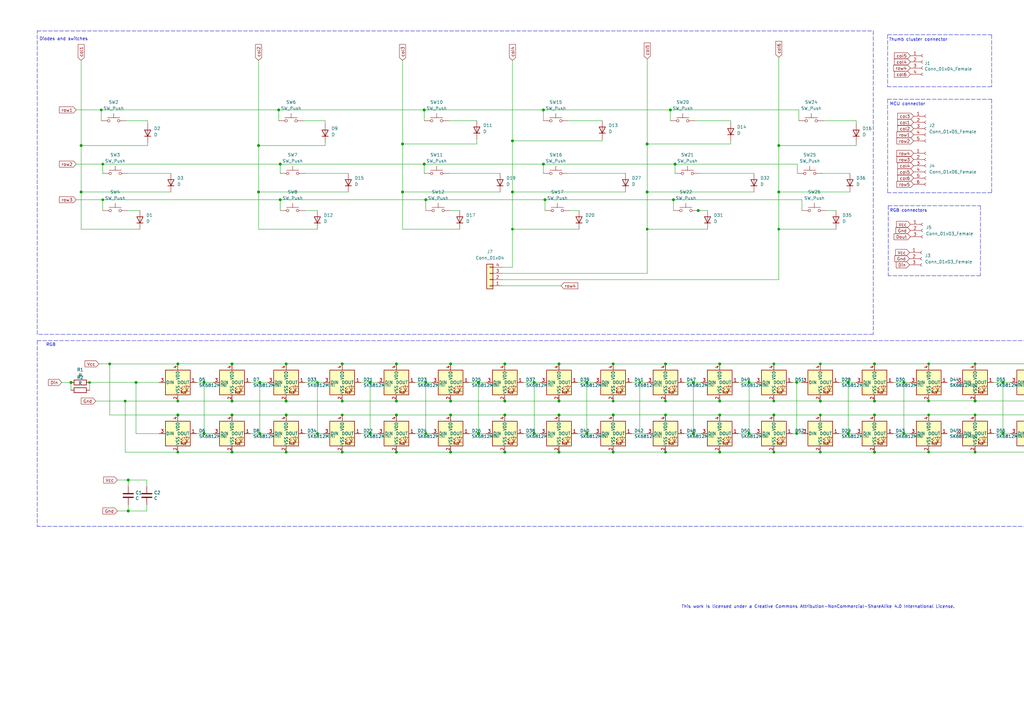
<source format=kicad_sch>
(kicad_sch (version 20211123) (generator eeschema)

  (uuid e63e39d7-6ac0-4ffd-8aa3-1841a4541b55)

  (paper "A3")

  (title_block
    (title "flex.sch")
    (date "2022-01-24")
    (company "bastard keyboards")
    (comment 3 "CC BY-NC-SA 4.0")
    (comment 4 "Copyright Quentin Lebastard 2022")
  )

  (lib_symbols
    (symbol "Connector:Conn_01x03_Female" (pin_names (offset 1.016) hide) (in_bom yes) (on_board yes)
      (property "Reference" "J" (id 0) (at 0 5.08 0)
        (effects (font (size 1.27 1.27)))
      )
      (property "Value" "Conn_01x03_Female" (id 1) (at 0 -5.08 0)
        (effects (font (size 1.27 1.27)))
      )
      (property "Footprint" "" (id 2) (at 0 0 0)
        (effects (font (size 1.27 1.27)) hide)
      )
      (property "Datasheet" "~" (id 3) (at 0 0 0)
        (effects (font (size 1.27 1.27)) hide)
      )
      (property "ki_keywords" "connector" (id 4) (at 0 0 0)
        (effects (font (size 1.27 1.27)) hide)
      )
      (property "ki_description" "Generic connector, single row, 01x03, script generated (kicad-library-utils/schlib/autogen/connector/)" (id 5) (at 0 0 0)
        (effects (font (size 1.27 1.27)) hide)
      )
      (property "ki_fp_filters" "Connector*:*_1x??_*" (id 6) (at 0 0 0)
        (effects (font (size 1.27 1.27)) hide)
      )
      (symbol "Conn_01x03_Female_1_1"
        (arc (start 0 -2.032) (mid -0.508 -2.54) (end 0 -3.048)
          (stroke (width 0.1524) (type default) (color 0 0 0 0))
          (fill (type none))
        )
        (polyline
          (pts
            (xy -1.27 -2.54)
            (xy -0.508 -2.54)
          )
          (stroke (width 0.1524) (type default) (color 0 0 0 0))
          (fill (type none))
        )
        (polyline
          (pts
            (xy -1.27 0)
            (xy -0.508 0)
          )
          (stroke (width 0.1524) (type default) (color 0 0 0 0))
          (fill (type none))
        )
        (polyline
          (pts
            (xy -1.27 2.54)
            (xy -0.508 2.54)
          )
          (stroke (width 0.1524) (type default) (color 0 0 0 0))
          (fill (type none))
        )
        (arc (start 0 0.508) (mid -0.508 0) (end 0 -0.508)
          (stroke (width 0.1524) (type default) (color 0 0 0 0))
          (fill (type none))
        )
        (arc (start 0 3.048) (mid -0.508 2.54) (end 0 2.032)
          (stroke (width 0.1524) (type default) (color 0 0 0 0))
          (fill (type none))
        )
        (pin passive line (at -5.08 2.54 0) (length 3.81)
          (name "Pin_1" (effects (font (size 1.27 1.27))))
          (number "1" (effects (font (size 1.27 1.27))))
        )
        (pin passive line (at -5.08 0 0) (length 3.81)
          (name "Pin_2" (effects (font (size 1.27 1.27))))
          (number "2" (effects (font (size 1.27 1.27))))
        )
        (pin passive line (at -5.08 -2.54 0) (length 3.81)
          (name "Pin_3" (effects (font (size 1.27 1.27))))
          (number "3" (effects (font (size 1.27 1.27))))
        )
      )
    )
    (symbol "Connector:Conn_01x04_Female" (pin_names (offset 1.016) hide) (in_bom yes) (on_board yes)
      (property "Reference" "J" (id 0) (at 0 5.08 0)
        (effects (font (size 1.27 1.27)))
      )
      (property "Value" "Conn_01x04_Female" (id 1) (at 0 -7.62 0)
        (effects (font (size 1.27 1.27)))
      )
      (property "Footprint" "" (id 2) (at 0 0 0)
        (effects (font (size 1.27 1.27)) hide)
      )
      (property "Datasheet" "~" (id 3) (at 0 0 0)
        (effects (font (size 1.27 1.27)) hide)
      )
      (property "ki_keywords" "connector" (id 4) (at 0 0 0)
        (effects (font (size 1.27 1.27)) hide)
      )
      (property "ki_description" "Generic connector, single row, 01x04, script generated (kicad-library-utils/schlib/autogen/connector/)" (id 5) (at 0 0 0)
        (effects (font (size 1.27 1.27)) hide)
      )
      (property "ki_fp_filters" "Connector*:*_1x??_*" (id 6) (at 0 0 0)
        (effects (font (size 1.27 1.27)) hide)
      )
      (symbol "Conn_01x04_Female_1_1"
        (arc (start 0 -4.572) (mid -0.508 -5.08) (end 0 -5.588)
          (stroke (width 0.1524) (type default) (color 0 0 0 0))
          (fill (type none))
        )
        (arc (start 0 -2.032) (mid -0.508 -2.54) (end 0 -3.048)
          (stroke (width 0.1524) (type default) (color 0 0 0 0))
          (fill (type none))
        )
        (polyline
          (pts
            (xy -1.27 -5.08)
            (xy -0.508 -5.08)
          )
          (stroke (width 0.1524) (type default) (color 0 0 0 0))
          (fill (type none))
        )
        (polyline
          (pts
            (xy -1.27 -2.54)
            (xy -0.508 -2.54)
          )
          (stroke (width 0.1524) (type default) (color 0 0 0 0))
          (fill (type none))
        )
        (polyline
          (pts
            (xy -1.27 0)
            (xy -0.508 0)
          )
          (stroke (width 0.1524) (type default) (color 0 0 0 0))
          (fill (type none))
        )
        (polyline
          (pts
            (xy -1.27 2.54)
            (xy -0.508 2.54)
          )
          (stroke (width 0.1524) (type default) (color 0 0 0 0))
          (fill (type none))
        )
        (arc (start 0 0.508) (mid -0.508 0) (end 0 -0.508)
          (stroke (width 0.1524) (type default) (color 0 0 0 0))
          (fill (type none))
        )
        (arc (start 0 3.048) (mid -0.508 2.54) (end 0 2.032)
          (stroke (width 0.1524) (type default) (color 0 0 0 0))
          (fill (type none))
        )
        (pin passive line (at -5.08 2.54 0) (length 3.81)
          (name "Pin_1" (effects (font (size 1.27 1.27))))
          (number "1" (effects (font (size 1.27 1.27))))
        )
        (pin passive line (at -5.08 0 0) (length 3.81)
          (name "Pin_2" (effects (font (size 1.27 1.27))))
          (number "2" (effects (font (size 1.27 1.27))))
        )
        (pin passive line (at -5.08 -2.54 0) (length 3.81)
          (name "Pin_3" (effects (font (size 1.27 1.27))))
          (number "3" (effects (font (size 1.27 1.27))))
        )
        (pin passive line (at -5.08 -5.08 0) (length 3.81)
          (name "Pin_4" (effects (font (size 1.27 1.27))))
          (number "4" (effects (font (size 1.27 1.27))))
        )
      )
    )
    (symbol "Connector:Conn_01x05_Female" (pin_names (offset 1.016) hide) (in_bom yes) (on_board yes)
      (property "Reference" "J" (id 0) (at 0 7.62 0)
        (effects (font (size 1.27 1.27)))
      )
      (property "Value" "Conn_01x05_Female" (id 1) (at 0 -7.62 0)
        (effects (font (size 1.27 1.27)))
      )
      (property "Footprint" "" (id 2) (at 0 0 0)
        (effects (font (size 1.27 1.27)) hide)
      )
      (property "Datasheet" "~" (id 3) (at 0 0 0)
        (effects (font (size 1.27 1.27)) hide)
      )
      (property "ki_keywords" "connector" (id 4) (at 0 0 0)
        (effects (font (size 1.27 1.27)) hide)
      )
      (property "ki_description" "Generic connector, single row, 01x05, script generated (kicad-library-utils/schlib/autogen/connector/)" (id 5) (at 0 0 0)
        (effects (font (size 1.27 1.27)) hide)
      )
      (property "ki_fp_filters" "Connector*:*_1x??_*" (id 6) (at 0 0 0)
        (effects (font (size 1.27 1.27)) hide)
      )
      (symbol "Conn_01x05_Female_1_1"
        (arc (start 0 -4.572) (mid -0.508 -5.08) (end 0 -5.588)
          (stroke (width 0.1524) (type default) (color 0 0 0 0))
          (fill (type none))
        )
        (arc (start 0 -2.032) (mid -0.508 -2.54) (end 0 -3.048)
          (stroke (width 0.1524) (type default) (color 0 0 0 0))
          (fill (type none))
        )
        (polyline
          (pts
            (xy -1.27 -5.08)
            (xy -0.508 -5.08)
          )
          (stroke (width 0.1524) (type default) (color 0 0 0 0))
          (fill (type none))
        )
        (polyline
          (pts
            (xy -1.27 -2.54)
            (xy -0.508 -2.54)
          )
          (stroke (width 0.1524) (type default) (color 0 0 0 0))
          (fill (type none))
        )
        (polyline
          (pts
            (xy -1.27 0)
            (xy -0.508 0)
          )
          (stroke (width 0.1524) (type default) (color 0 0 0 0))
          (fill (type none))
        )
        (polyline
          (pts
            (xy -1.27 2.54)
            (xy -0.508 2.54)
          )
          (stroke (width 0.1524) (type default) (color 0 0 0 0))
          (fill (type none))
        )
        (polyline
          (pts
            (xy -1.27 5.08)
            (xy -0.508 5.08)
          )
          (stroke (width 0.1524) (type default) (color 0 0 0 0))
          (fill (type none))
        )
        (arc (start 0 0.508) (mid -0.508 0) (end 0 -0.508)
          (stroke (width 0.1524) (type default) (color 0 0 0 0))
          (fill (type none))
        )
        (arc (start 0 3.048) (mid -0.508 2.54) (end 0 2.032)
          (stroke (width 0.1524) (type default) (color 0 0 0 0))
          (fill (type none))
        )
        (arc (start 0 5.588) (mid -0.508 5.08) (end 0 4.572)
          (stroke (width 0.1524) (type default) (color 0 0 0 0))
          (fill (type none))
        )
        (pin passive line (at -5.08 5.08 0) (length 3.81)
          (name "Pin_1" (effects (font (size 1.27 1.27))))
          (number "1" (effects (font (size 1.27 1.27))))
        )
        (pin passive line (at -5.08 2.54 0) (length 3.81)
          (name "Pin_2" (effects (font (size 1.27 1.27))))
          (number "2" (effects (font (size 1.27 1.27))))
        )
        (pin passive line (at -5.08 0 0) (length 3.81)
          (name "Pin_3" (effects (font (size 1.27 1.27))))
          (number "3" (effects (font (size 1.27 1.27))))
        )
        (pin passive line (at -5.08 -2.54 0) (length 3.81)
          (name "Pin_4" (effects (font (size 1.27 1.27))))
          (number "4" (effects (font (size 1.27 1.27))))
        )
        (pin passive line (at -5.08 -5.08 0) (length 3.81)
          (name "Pin_5" (effects (font (size 1.27 1.27))))
          (number "5" (effects (font (size 1.27 1.27))))
        )
      )
    )
    (symbol "Connector:Conn_01x06_Female" (pin_names (offset 1.016) hide) (in_bom yes) (on_board yes)
      (property "Reference" "J" (id 0) (at 0 7.62 0)
        (effects (font (size 1.27 1.27)))
      )
      (property "Value" "Conn_01x06_Female" (id 1) (at 0 -10.16 0)
        (effects (font (size 1.27 1.27)))
      )
      (property "Footprint" "" (id 2) (at 0 0 0)
        (effects (font (size 1.27 1.27)) hide)
      )
      (property "Datasheet" "~" (id 3) (at 0 0 0)
        (effects (font (size 1.27 1.27)) hide)
      )
      (property "ki_keywords" "connector" (id 4) (at 0 0 0)
        (effects (font (size 1.27 1.27)) hide)
      )
      (property "ki_description" "Generic connector, single row, 01x06, script generated (kicad-library-utils/schlib/autogen/connector/)" (id 5) (at 0 0 0)
        (effects (font (size 1.27 1.27)) hide)
      )
      (property "ki_fp_filters" "Connector*:*_1x??_*" (id 6) (at 0 0 0)
        (effects (font (size 1.27 1.27)) hide)
      )
      (symbol "Conn_01x06_Female_1_1"
        (arc (start 0 -7.112) (mid -0.508 -7.62) (end 0 -8.128)
          (stroke (width 0.1524) (type default) (color 0 0 0 0))
          (fill (type none))
        )
        (arc (start 0 -4.572) (mid -0.508 -5.08) (end 0 -5.588)
          (stroke (width 0.1524) (type default) (color 0 0 0 0))
          (fill (type none))
        )
        (arc (start 0 -2.032) (mid -0.508 -2.54) (end 0 -3.048)
          (stroke (width 0.1524) (type default) (color 0 0 0 0))
          (fill (type none))
        )
        (polyline
          (pts
            (xy -1.27 -7.62)
            (xy -0.508 -7.62)
          )
          (stroke (width 0.1524) (type default) (color 0 0 0 0))
          (fill (type none))
        )
        (polyline
          (pts
            (xy -1.27 -5.08)
            (xy -0.508 -5.08)
          )
          (stroke (width 0.1524) (type default) (color 0 0 0 0))
          (fill (type none))
        )
        (polyline
          (pts
            (xy -1.27 -2.54)
            (xy -0.508 -2.54)
          )
          (stroke (width 0.1524) (type default) (color 0 0 0 0))
          (fill (type none))
        )
        (polyline
          (pts
            (xy -1.27 0)
            (xy -0.508 0)
          )
          (stroke (width 0.1524) (type default) (color 0 0 0 0))
          (fill (type none))
        )
        (polyline
          (pts
            (xy -1.27 2.54)
            (xy -0.508 2.54)
          )
          (stroke (width 0.1524) (type default) (color 0 0 0 0))
          (fill (type none))
        )
        (polyline
          (pts
            (xy -1.27 5.08)
            (xy -0.508 5.08)
          )
          (stroke (width 0.1524) (type default) (color 0 0 0 0))
          (fill (type none))
        )
        (arc (start 0 0.508) (mid -0.508 0) (end 0 -0.508)
          (stroke (width 0.1524) (type default) (color 0 0 0 0))
          (fill (type none))
        )
        (arc (start 0 3.048) (mid -0.508 2.54) (end 0 2.032)
          (stroke (width 0.1524) (type default) (color 0 0 0 0))
          (fill (type none))
        )
        (arc (start 0 5.588) (mid -0.508 5.08) (end 0 4.572)
          (stroke (width 0.1524) (type default) (color 0 0 0 0))
          (fill (type none))
        )
        (pin passive line (at -5.08 5.08 0) (length 3.81)
          (name "Pin_1" (effects (font (size 1.27 1.27))))
          (number "1" (effects (font (size 1.27 1.27))))
        )
        (pin passive line (at -5.08 2.54 0) (length 3.81)
          (name "Pin_2" (effects (font (size 1.27 1.27))))
          (number "2" (effects (font (size 1.27 1.27))))
        )
        (pin passive line (at -5.08 0 0) (length 3.81)
          (name "Pin_3" (effects (font (size 1.27 1.27))))
          (number "3" (effects (font (size 1.27 1.27))))
        )
        (pin passive line (at -5.08 -2.54 0) (length 3.81)
          (name "Pin_4" (effects (font (size 1.27 1.27))))
          (number "4" (effects (font (size 1.27 1.27))))
        )
        (pin passive line (at -5.08 -5.08 0) (length 3.81)
          (name "Pin_5" (effects (font (size 1.27 1.27))))
          (number "5" (effects (font (size 1.27 1.27))))
        )
        (pin passive line (at -5.08 -7.62 0) (length 3.81)
          (name "Pin_6" (effects (font (size 1.27 1.27))))
          (number "6" (effects (font (size 1.27 1.27))))
        )
      )
    )
    (symbol "Connector_Generic:Conn_01x04" (pin_names (offset 1.016) hide) (in_bom yes) (on_board yes)
      (property "Reference" "J" (id 0) (at 0 5.08 0)
        (effects (font (size 1.27 1.27)))
      )
      (property "Value" "Conn_01x04" (id 1) (at 0 -7.62 0)
        (effects (font (size 1.27 1.27)))
      )
      (property "Footprint" "" (id 2) (at 0 0 0)
        (effects (font (size 1.27 1.27)) hide)
      )
      (property "Datasheet" "~" (id 3) (at 0 0 0)
        (effects (font (size 1.27 1.27)) hide)
      )
      (property "ki_keywords" "connector" (id 4) (at 0 0 0)
        (effects (font (size 1.27 1.27)) hide)
      )
      (property "ki_description" "Generic connector, single row, 01x04, script generated (kicad-library-utils/schlib/autogen/connector/)" (id 5) (at 0 0 0)
        (effects (font (size 1.27 1.27)) hide)
      )
      (property "ki_fp_filters" "Connector*:*_1x??_*" (id 6) (at 0 0 0)
        (effects (font (size 1.27 1.27)) hide)
      )
      (symbol "Conn_01x04_1_1"
        (rectangle (start -1.27 -4.953) (end 0 -5.207)
          (stroke (width 0.1524) (type default) (color 0 0 0 0))
          (fill (type none))
        )
        (rectangle (start -1.27 -2.413) (end 0 -2.667)
          (stroke (width 0.1524) (type default) (color 0 0 0 0))
          (fill (type none))
        )
        (rectangle (start -1.27 0.127) (end 0 -0.127)
          (stroke (width 0.1524) (type default) (color 0 0 0 0))
          (fill (type none))
        )
        (rectangle (start -1.27 2.667) (end 0 2.413)
          (stroke (width 0.1524) (type default) (color 0 0 0 0))
          (fill (type none))
        )
        (rectangle (start -1.27 3.81) (end 1.27 -6.35)
          (stroke (width 0.254) (type default) (color 0 0 0 0))
          (fill (type background))
        )
        (pin passive line (at -5.08 2.54 0) (length 3.81)
          (name "Pin_1" (effects (font (size 1.27 1.27))))
          (number "1" (effects (font (size 1.27 1.27))))
        )
        (pin passive line (at -5.08 0 0) (length 3.81)
          (name "Pin_2" (effects (font (size 1.27 1.27))))
          (number "2" (effects (font (size 1.27 1.27))))
        )
        (pin passive line (at -5.08 -2.54 0) (length 3.81)
          (name "Pin_3" (effects (font (size 1.27 1.27))))
          (number "3" (effects (font (size 1.27 1.27))))
        )
        (pin passive line (at -5.08 -5.08 0) (length 3.81)
          (name "Pin_4" (effects (font (size 1.27 1.27))))
          (number "4" (effects (font (size 1.27 1.27))))
        )
      )
    )
    (symbol "Device:C" (pin_numbers hide) (pin_names (offset 0.254)) (in_bom yes) (on_board yes)
      (property "Reference" "C" (id 0) (at 0.635 2.54 0)
        (effects (font (size 1.27 1.27)) (justify left))
      )
      (property "Value" "C" (id 1) (at 0.635 -2.54 0)
        (effects (font (size 1.27 1.27)) (justify left))
      )
      (property "Footprint" "" (id 2) (at 0.9652 -3.81 0)
        (effects (font (size 1.27 1.27)) hide)
      )
      (property "Datasheet" "~" (id 3) (at 0 0 0)
        (effects (font (size 1.27 1.27)) hide)
      )
      (property "ki_keywords" "cap capacitor" (id 4) (at 0 0 0)
        (effects (font (size 1.27 1.27)) hide)
      )
      (property "ki_description" "Unpolarized capacitor" (id 5) (at 0 0 0)
        (effects (font (size 1.27 1.27)) hide)
      )
      (property "ki_fp_filters" "C_*" (id 6) (at 0 0 0)
        (effects (font (size 1.27 1.27)) hide)
      )
      (symbol "C_0_1"
        (polyline
          (pts
            (xy -2.032 -0.762)
            (xy 2.032 -0.762)
          )
          (stroke (width 0.508) (type default) (color 0 0 0 0))
          (fill (type none))
        )
        (polyline
          (pts
            (xy -2.032 0.762)
            (xy 2.032 0.762)
          )
          (stroke (width 0.508) (type default) (color 0 0 0 0))
          (fill (type none))
        )
      )
      (symbol "C_1_1"
        (pin passive line (at 0 3.81 270) (length 2.794)
          (name "~" (effects (font (size 1.27 1.27))))
          (number "1" (effects (font (size 1.27 1.27))))
        )
        (pin passive line (at 0 -3.81 90) (length 2.794)
          (name "~" (effects (font (size 1.27 1.27))))
          (number "2" (effects (font (size 1.27 1.27))))
        )
      )
    )
    (symbol "Device:D" (pin_numbers hide) (pin_names (offset 1.016) hide) (in_bom yes) (on_board yes)
      (property "Reference" "D" (id 0) (at 0 2.54 0)
        (effects (font (size 1.27 1.27)))
      )
      (property "Value" "D" (id 1) (at 0 -2.54 0)
        (effects (font (size 1.27 1.27)))
      )
      (property "Footprint" "" (id 2) (at 0 0 0)
        (effects (font (size 1.27 1.27)) hide)
      )
      (property "Datasheet" "~" (id 3) (at 0 0 0)
        (effects (font (size 1.27 1.27)) hide)
      )
      (property "ki_keywords" "diode" (id 4) (at 0 0 0)
        (effects (font (size 1.27 1.27)) hide)
      )
      (property "ki_description" "Diode" (id 5) (at 0 0 0)
        (effects (font (size 1.27 1.27)) hide)
      )
      (property "ki_fp_filters" "TO-???* *_Diode_* *SingleDiode* D_*" (id 6) (at 0 0 0)
        (effects (font (size 1.27 1.27)) hide)
      )
      (symbol "D_0_1"
        (polyline
          (pts
            (xy -1.27 1.27)
            (xy -1.27 -1.27)
          )
          (stroke (width 0.254) (type default) (color 0 0 0 0))
          (fill (type none))
        )
        (polyline
          (pts
            (xy 1.27 0)
            (xy -1.27 0)
          )
          (stroke (width 0) (type default) (color 0 0 0 0))
          (fill (type none))
        )
        (polyline
          (pts
            (xy 1.27 1.27)
            (xy 1.27 -1.27)
            (xy -1.27 0)
            (xy 1.27 1.27)
          )
          (stroke (width 0.254) (type default) (color 0 0 0 0))
          (fill (type none))
        )
      )
      (symbol "D_1_1"
        (pin passive line (at -3.81 0 0) (length 2.54)
          (name "K" (effects (font (size 1.27 1.27))))
          (number "1" (effects (font (size 1.27 1.27))))
        )
        (pin passive line (at 3.81 0 180) (length 2.54)
          (name "A" (effects (font (size 1.27 1.27))))
          (number "2" (effects (font (size 1.27 1.27))))
        )
      )
    )
    (symbol "Device:R" (pin_numbers hide) (pin_names (offset 0)) (in_bom yes) (on_board yes)
      (property "Reference" "R" (id 0) (at 2.032 0 90)
        (effects (font (size 1.27 1.27)))
      )
      (property "Value" "R" (id 1) (at 0 0 90)
        (effects (font (size 1.27 1.27)))
      )
      (property "Footprint" "" (id 2) (at -1.778 0 90)
        (effects (font (size 1.27 1.27)) hide)
      )
      (property "Datasheet" "~" (id 3) (at 0 0 0)
        (effects (font (size 1.27 1.27)) hide)
      )
      (property "ki_keywords" "R res resistor" (id 4) (at 0 0 0)
        (effects (font (size 1.27 1.27)) hide)
      )
      (property "ki_description" "Resistor" (id 5) (at 0 0 0)
        (effects (font (size 1.27 1.27)) hide)
      )
      (property "ki_fp_filters" "R_*" (id 6) (at 0 0 0)
        (effects (font (size 1.27 1.27)) hide)
      )
      (symbol "R_0_1"
        (rectangle (start -1.016 -2.54) (end 1.016 2.54)
          (stroke (width 0.254) (type default) (color 0 0 0 0))
          (fill (type none))
        )
      )
      (symbol "R_1_1"
        (pin passive line (at 0 3.81 270) (length 1.27)
          (name "~" (effects (font (size 1.27 1.27))))
          (number "1" (effects (font (size 1.27 1.27))))
        )
        (pin passive line (at 0 -3.81 90) (length 1.27)
          (name "~" (effects (font (size 1.27 1.27))))
          (number "2" (effects (font (size 1.27 1.27))))
        )
      )
    )
    (symbol "LED:SK6812MINI" (pin_names (offset 0.254)) (in_bom yes) (on_board yes)
      (property "Reference" "D" (id 0) (at 5.08 5.715 0)
        (effects (font (size 1.27 1.27)) (justify right bottom))
      )
      (property "Value" "SK6812MINI" (id 1) (at 1.27 -5.715 0)
        (effects (font (size 1.27 1.27)) (justify left top))
      )
      (property "Footprint" "LED_SMD:LED_SK6812MINI_PLCC4_3.5x3.5mm_P1.75mm" (id 2) (at 1.27 -7.62 0)
        (effects (font (size 1.27 1.27)) (justify left top) hide)
      )
      (property "Datasheet" "https://cdn-shop.adafruit.com/product-files/2686/SK6812MINI_REV.01-1-2.pdf" (id 3) (at 2.54 -9.525 0)
        (effects (font (size 1.27 1.27)) (justify left top) hide)
      )
      (property "ki_keywords" "RGB LED NeoPixel Mini addressable" (id 4) (at 0 0 0)
        (effects (font (size 1.27 1.27)) hide)
      )
      (property "ki_description" "RGB LED with integrated controller" (id 5) (at 0 0 0)
        (effects (font (size 1.27 1.27)) hide)
      )
      (property "ki_fp_filters" "LED*SK6812MINI*PLCC*3.5x3.5mm*P1.75mm*" (id 6) (at 0 0 0)
        (effects (font (size 1.27 1.27)) hide)
      )
      (symbol "SK6812MINI_0_0"
        (text "RGB" (at 2.286 -4.191 0)
          (effects (font (size 0.762 0.762)))
        )
      )
      (symbol "SK6812MINI_0_1"
        (polyline
          (pts
            (xy 1.27 -3.556)
            (xy 1.778 -3.556)
          )
          (stroke (width 0) (type default) (color 0 0 0 0))
          (fill (type none))
        )
        (polyline
          (pts
            (xy 1.27 -2.54)
            (xy 1.778 -2.54)
          )
          (stroke (width 0) (type default) (color 0 0 0 0))
          (fill (type none))
        )
        (polyline
          (pts
            (xy 4.699 -3.556)
            (xy 2.667 -3.556)
          )
          (stroke (width 0) (type default) (color 0 0 0 0))
          (fill (type none))
        )
        (polyline
          (pts
            (xy 2.286 -2.54)
            (xy 1.27 -3.556)
            (xy 1.27 -3.048)
          )
          (stroke (width 0) (type default) (color 0 0 0 0))
          (fill (type none))
        )
        (polyline
          (pts
            (xy 2.286 -1.524)
            (xy 1.27 -2.54)
            (xy 1.27 -2.032)
          )
          (stroke (width 0) (type default) (color 0 0 0 0))
          (fill (type none))
        )
        (polyline
          (pts
            (xy 3.683 -1.016)
            (xy 3.683 -3.556)
            (xy 3.683 -4.064)
          )
          (stroke (width 0) (type default) (color 0 0 0 0))
          (fill (type none))
        )
        (polyline
          (pts
            (xy 4.699 -1.524)
            (xy 2.667 -1.524)
            (xy 3.683 -3.556)
            (xy 4.699 -1.524)
          )
          (stroke (width 0) (type default) (color 0 0 0 0))
          (fill (type none))
        )
        (rectangle (start 5.08 5.08) (end -5.08 -5.08)
          (stroke (width 0.254) (type default) (color 0 0 0 0))
          (fill (type background))
        )
      )
      (symbol "SK6812MINI_1_1"
        (pin output line (at 7.62 0 180) (length 2.54)
          (name "DOUT" (effects (font (size 1.27 1.27))))
          (number "1" (effects (font (size 1.27 1.27))))
        )
        (pin power_in line (at 0 -7.62 90) (length 2.54)
          (name "VSS" (effects (font (size 1.27 1.27))))
          (number "2" (effects (font (size 1.27 1.27))))
        )
        (pin input line (at -7.62 0 0) (length 2.54)
          (name "DIN" (effects (font (size 1.27 1.27))))
          (number "3" (effects (font (size 1.27 1.27))))
        )
        (pin power_in line (at 0 7.62 270) (length 2.54)
          (name "VDD" (effects (font (size 1.27 1.27))))
          (number "4" (effects (font (size 1.27 1.27))))
        )
      )
    )
    (symbol "Switch:SW_Push" (pin_numbers hide) (pin_names hide) (in_bom yes) (on_board yes)
      (property "Reference" "SW" (id 0) (at 1.27 2.54 0)
        (effects (font (size 1.27 1.27)) (justify left))
      )
      (property "Value" "SW_Push" (id 1) (at 0 -1.524 0)
        (effects (font (size 1.27 1.27)))
      )
      (property "Footprint" "" (id 2) (at 0 5.08 0)
        (effects (font (size 1.27 1.27)) hide)
      )
      (property "Datasheet" "~" (id 3) (at 0 5.08 0)
        (effects (font (size 1.27 1.27)) hide)
      )
      (property "ki_keywords" "switch normally-open pushbutton push-button" (id 4) (at 0 0 0)
        (effects (font (size 1.27 1.27)) hide)
      )
      (property "ki_description" "Push button switch, generic, two pins" (id 5) (at 0 0 0)
        (effects (font (size 1.27 1.27)) hide)
      )
      (symbol "SW_Push_0_1"
        (circle (center -2.032 0) (radius 0.508)
          (stroke (width 0) (type default) (color 0 0 0 0))
          (fill (type none))
        )
        (polyline
          (pts
            (xy 0 1.27)
            (xy 0 3.048)
          )
          (stroke (width 0) (type default) (color 0 0 0 0))
          (fill (type none))
        )
        (polyline
          (pts
            (xy 2.54 1.27)
            (xy -2.54 1.27)
          )
          (stroke (width 0) (type default) (color 0 0 0 0))
          (fill (type none))
        )
        (circle (center 2.032 0) (radius 0.508)
          (stroke (width 0) (type default) (color 0 0 0 0))
          (fill (type none))
        )
        (pin passive line (at -5.08 0 0) (length 2.54)
          (name "1" (effects (font (size 1.27 1.27))))
          (number "1" (effects (font (size 1.27 1.27))))
        )
        (pin passive line (at 5.08 0 180) (length 2.54)
          (name "2" (effects (font (size 1.27 1.27))))
          (number "2" (effects (font (size 1.27 1.27))))
        )
      )
    )
  )

  (junction (at 229.2604 170.2054) (diameter 1.016) (color 0 0 0 0)
    (uuid 003c2200-0632-4808-a662-8ddd5d30c768)
  )
  (junction (at 72.9488 170.18) (diameter 0) (color 0 0 0 0)
    (uuid 00d16f77-620c-47bd-ac56-f477fb8ff31c)
  )
  (junction (at 210.185 78.74) (diameter 1.016) (color 0 0 0 0)
    (uuid 03c52831-5dc5-43c5-a442-8d23643b46fb)
  )
  (junction (at 207.0354 185.4454) (diameter 1.016) (color 0 0 0 0)
    (uuid 08a7c925-7fae-4530-b0c9-120e185cb318)
  )
  (junction (at 140.3604 164.4904) (diameter 0) (color 0 0 0 0)
    (uuid 0a3ac61f-fde0-4eb7-976d-e3487b257626)
  )
  (junction (at 117.3734 149.225) (diameter 0) (color 0 0 0 0)
    (uuid 0c6b4d13-226b-464b-9dd9-73b3be043cd8)
  )
  (junction (at 117.3734 185.4454) (diameter 0) (color 0 0 0 0)
    (uuid 0e12f871-1195-4be4-8f11-9abd1953dd98)
  )
  (junction (at 173.99 67.31) (diameter 1.016) (color 0 0 0 0)
    (uuid 0eaa98f0-9565-4637-ace3-42a5231b07f7)
  )
  (junction (at 174.6504 156.8704) (diameter 1.016) (color 0 0 0 0)
    (uuid 0f54db53-a272-4955-88fb-d7ab00657bb0)
  )
  (junction (at 42.164 81.915) (diameter 0) (color 0 0 0 0)
    (uuid 1173c5ce-e613-4005-9b6c-720efd7ee4af)
  )
  (junction (at 95.1484 164.4904) (diameter 1.016) (color 0 0 0 0)
    (uuid 127679a9-3981-4934-815e-896a4e3ff56e)
  )
  (junction (at 36.7284 156.8704) (diameter 0) (color 0 0 0 0)
    (uuid 15487d38-2ec1-406a-92c9-e308413dd603)
  )
  (junction (at 72.9488 149.2758) (diameter 0) (color 0 0 0 0)
    (uuid 163927b4-cc66-49ec-af23-35c8fdb7cbf1)
  )
  (junction (at 174.625 81.915) (diameter 1.016) (color 0 0 0 0)
    (uuid 181abe7a-f941-42b6-bd46-aaa3131f90fb)
  )
  (junction (at 274.955 45.085) (diameter 1.016) (color 0 0 0 0)
    (uuid 1a1ab354-5f85-45f9-938c-9f6c4c8c3ea2)
  )
  (junction (at 307.2384 177.8254) (diameter 1.016) (color 0 0 0 0)
    (uuid 1a6d2848-e78e-49fe-8978-e1890f07836f)
  )
  (junction (at 358.6734 164.4904) (diameter 1.016) (color 0 0 0 0)
    (uuid 1b9dd4cb-74eb-4038-aae9-8dc15f8dc297)
  )
  (junction (at 162.5854 170.2054) (diameter 1.016) (color 0 0 0 0)
    (uuid 1bf544e3-5940-4576-9291-2464e95c0ee2)
  )
  (junction (at 272.9484 164.4904) (diameter 0) (color 0 0 0 0)
    (uuid 1ce33594-fa8e-4167-be63-8b77c462e13e)
  )
  (junction (at 422.148 149.225) (diameter 1.016) (color 0 0 0 0)
    (uuid 1e8701fc-ad24-40ea-846a-e3db538d6077)
  )
  (junction (at 399.923 164.465) (diameter 0) (color 0 0 0 0)
    (uuid 1fcb8dc3-cf0d-4213-bb8f-5dc3be9bc636)
  )
  (junction (at 336.4484 170.2054) (diameter 0) (color 0 0 0 0)
    (uuid 22b4c34e-2ff0-4511-8e72-797c8450b2f3)
  )
  (junction (at 140.3604 170.2054) (diameter 0) (color 0 0 0 0)
    (uuid 22c17be8-5d64-47bd-8208-92977b8e547e)
  )
  (junction (at 326.7456 156.8704) (diameter 0) (color 0 0 0 0)
    (uuid 231cf272-cb00-4b7d-af4b-a2f875d3ca66)
  )
  (junction (at 336.4738 164.465) (diameter 0) (color 0 0 0 0)
    (uuid 238eb4af-3577-42e0-826b-ae157b6ba304)
  )
  (junction (at 229.2604 164.4904) (diameter 1.016) (color 0 0 0 0)
    (uuid 240e07e1-770b-4b27-894f-29fd601c924d)
  )
  (junction (at 284.3784 156.8704) (diameter 1.016) (color 0 0 0 0)
    (uuid 24f7628d-681d-4f0e-8409-40a129e929d9)
  )
  (junction (at 380.8476 164.4396) (diameter 0) (color 0 0 0 0)
    (uuid 252219fd-ab22-4abb-a30b-a7a3ccb85ff6)
  )
  (junction (at 411.353 177.8) (diameter 1.016) (color 0 0 0 0)
    (uuid 25d545dc-8f50-4573-922c-35ef5a2a3a19)
  )
  (junction (at 251.4854 185.4454) (diameter 0) (color 0 0 0 0)
    (uuid 29412f79-a97a-4a6c-98e0-2979333764e9)
  )
  (junction (at 222.885 67.31) (diameter 1.016) (color 0 0 0 0)
    (uuid 29e78086-2175-405e-9ba3-c48766d2f50c)
  )
  (junction (at 251.5362 170.1546) (diameter 0) (color 0 0 0 0)
    (uuid 2bde2df7-10dc-4f21-8e60-ebeb74dd8aa3)
  )
  (junction (at 272.9484 170.2054) (diameter 0) (color 0 0 0 0)
    (uuid 2d610897-c329-473e-9d20-d410fa0fb391)
  )
  (junction (at 319.405 78.74) (diameter 1.016) (color 0 0 0 0)
    (uuid 2d6db888-4e40-41c8-b701-07170fc894bc)
  )
  (junction (at 106.045 59.69) (diameter 1.016) (color 0 0 0 0)
    (uuid 2e642b3e-a476-4c54-9a52-dcea955640cd)
  )
  (junction (at 399.923 185.42) (diameter 0) (color 0 0 0 0)
    (uuid 2fd4ab62-a9f2-4055-abe4-1378bae79f98)
  )
  (junction (at 52.6034 196.8754) (diameter 1.016) (color 0 0 0 0)
    (uuid 30f15357-ce1d-48b9-93dc-7d9b1b2aa048)
  )
  (junction (at 184.8104 185.4454) (diameter 1.016) (color 0 0 0 0)
    (uuid 31e08896-1992-4725-96d9-9d2728bca7a3)
  )
  (junction (at 210.185 93.98) (diameter 0) (color 0 0 0 0)
    (uuid 38e420eb-bd39-4374-bd7c-03c4ce0858eb)
  )
  (junction (at 162.5854 185.4454) (diameter 1.016) (color 0 0 0 0)
    (uuid 3aaee4c4-dbf7-49a5-a620-9465d8cc3ae7)
  )
  (junction (at 29.1084 156.8704) (diameter 1.016) (color 0 0 0 0)
    (uuid 3b838d52-596d-4e4d-a6ac-e4c8e7621137)
  )
  (junction (at 284.3784 177.8254) (diameter 1.016) (color 0 0 0 0)
    (uuid 3e903008-0276-4a73-8edb-5d9dfde6297c)
  )
  (junction (at 130.175 177.8254) (diameter 0) (color 0 0 0 0)
    (uuid 4082424f-a492-45c9-af57-a8aa39a08e54)
  )
  (junction (at 434.213 156.845) (diameter 1.016) (color 0 0 0 0)
    (uuid 40976bf0-19de-460f-ad64-224d4f51e16b)
  )
  (junction (at 162.5854 149.2504) (diameter 1.016) (color 0 0 0 0)
    (uuid 42713045-fffd-4b2d-ae1e-7232d705fb12)
  )
  (junction (at 117.3734 170.2054) (diameter 0) (color 0 0 0 0)
    (uuid 44064824-af6b-42c7-8acb-f5be02b40ddf)
  )
  (junction (at 251.46 185.42) (diameter 0) (color 0 0 0 0)
    (uuid 4470554e-a760-4795-b570-d6a88b633480)
  )
  (junction (at 295.1734 185.4454) (diameter 1.016) (color 0 0 0 0)
    (uuid 45008225-f50f-4d6b-b508-6730a9408caf)
  )
  (junction (at 358.6734 149.2504) (diameter 1.016) (color 0 0 0 0)
    (uuid 45aa2bd0-bf95-4e50-9ede-6ebaa3ae119d)
  )
  (junction (at 117.3988 170.18) (diameter 0) (color 0 0 0 0)
    (uuid 48561df4-7b1a-4e54-a12e-6485a21100aa)
  )
  (junction (at 95.1484 170.2054) (diameter 1.016) (color 0 0 0 0)
    (uuid 48ab88d7-7084-4d02-b109-3ad55a30bb11)
  )
  (junction (at 219.1004 156.8704) (diameter 1.016) (color 0 0 0 0)
    (uuid 4a4ec8d9-3d72-4952-83d4-808f65849a2b)
  )
  (junction (at 251.4854 149.2504) (diameter 0) (color 0 0 0 0)
    (uuid 4c5f7de6-e59a-4160-9af1-9d118849f95b)
  )
  (junction (at 106.045 78.74) (diameter 1.016) (color 0 0 0 0)
    (uuid 5038e144-5119-49db-b6cf-f7c345f1cf03)
  )
  (junction (at 72.9234 170.2054) (diameter 0) (color 0 0 0 0)
    (uuid 50aa251d-7f6f-4c7a-9f4a-fbabb0fc4390)
  )
  (junction (at 114.935 67.31) (diameter 1.016) (color 0 0 0 0)
    (uuid 54365317-1355-4216-bb75-829375abc4ec)
  )
  (junction (at 207.0354 164.4904) (diameter 1.016) (color 0 0 0 0)
    (uuid 5528bcad-2950-4673-90eb-c37e6952c475)
  )
  (junction (at 272.9738 149.2504) (diameter 0) (color 0 0 0 0)
    (uuid 568bd35d-d51b-45f8-b375-b7fd01d1c6de)
  )
  (junction (at 272.9738 149.2758) (diameter 0) (color 0 0 0 0)
    (uuid 56c6fc37-de3c-4a7f-9f16-be02557d55ee)
  )
  (junction (at 399.9484 164.4396) (diameter 0) (color 0 0 0 0)
    (uuid 5a30c856-d529-4f93-af4f-b90c6dfdb119)
  )
  (junction (at 130.2004 156.8704) (diameter 0) (color 0 0 0 0)
    (uuid 5a655cda-90c8-4534-9e2f-854b3caab534)
  )
  (junction (at 317.373 164.465) (diameter 0) (color 0 0 0 0)
    (uuid 61a9a952-6167-41d9-880f-1d32f1cb1577)
  )
  (junction (at 184.8104 170.2054) (diameter 1.016) (color 0 0 0 0)
    (uuid 6441b183-b8f2-458f-a23d-60e2b1f66dd6)
  )
  (junction (at 295.1734 164.4904) (diameter 1.016) (color 0 0 0 0)
    (uuid 6475547d-3216-45a4-a15c-48314f1dd0f9)
  )
  (junction (at 72.9234 164.4904) (diameter 0) (color 0 0 0 0)
    (uuid 65fff3b7-8660-4f5a-a6f9-dc4b38256529)
  )
  (junction (at 319.405 59.69) (diameter 1.016) (color 0 0 0 0)
    (uuid 66043bca-a260-4915-9fce-8a51d324c687)
  )
  (junction (at 151.7904 156.8704) (diameter 1.016) (color 0 0 0 0)
    (uuid 666713b0-70f4-42df-8761-f65bc212d03b)
  )
  (junction (at 140.3604 149.225) (diameter 0) (color 0 0 0 0)
    (uuid 6780cdd9-dd2c-4138-b4fb-ad4c70071626)
  )
  (junction (at 358.6734 185.4454) (diameter 1.016) (color 0 0 0 0)
    (uuid 68ac2b40-77eb-4b9c-919b-81f617185af7)
  )
  (junction (at 44.9834 149.2504) (diameter 0) (color 0 0 0 0)
    (uuid 6a1fc0dc-2927-4f3e-a40c-33e6521e4766)
  )
  (junction (at 83.7184 156.8704) (diameter 1.016) (color 0 0 0 0)
    (uuid 6a45789b-3855-401f-8139-3c734f7f52f9)
  )
  (junction (at 317.373 170.18) (diameter 0) (color 0 0 0 0)
    (uuid 6fe6a09d-14ea-40ef-8fb1-e53eb876af95)
  )
  (junction (at 173.99 45.085) (diameter 1.016) (color 0 0 0 0)
    (uuid 704d6d51-bb34-4cbf-83d8-841e208048d8)
  )
  (junction (at 95.1484 149.2504) (diameter 1.016) (color 0 0 0 0)
    (uuid 716e31c5-485f-40b5-88e3-a75900da9811)
  )
  (junction (at 130.2004 177.8254) (diameter 0) (color 0 0 0 0)
    (uuid 72f475f7-95b3-4272-983f-fced3ebc8fc5)
  )
  (junction (at 380.873 149.225) (diameter 0) (color 0 0 0 0)
    (uuid 75f88211-63b1-46f4-b1db-1e711f05c023)
  )
  (junction (at 295.1734 149.2504) (diameter 1.016) (color 0 0 0 0)
    (uuid 75ffc65c-7132-4411-9f2a-ae0c73d79338)
  )
  (junction (at 72.9234 185.4454) (diameter 0) (color 0 0 0 0)
    (uuid 79297163-3d41-481f-b361-9096d2b1d782)
  )
  (junction (at 265.43 78.74) (diameter 1.016) (color 0 0 0 0)
    (uuid 7aed3a71-054b-4aaa-9c0a-030523c32827)
  )
  (junction (at 207.0354 149.2504) (diameter 1.016) (color 0 0 0 0)
    (uuid 7bbf981c-a063-4e30-8911-e4228e1c0743)
  )
  (junction (at 151.7904 177.8254) (diameter 1.016) (color 0 0 0 0)
    (uuid 7dc880bc-e7eb-4cce-8d8c-0b65a9dd788e)
  )
  (junction (at 207.0354 170.2054) (diameter 1.016) (color 0 0 0 0)
    (uuid 7edc9030-db7b-43ac-a1b3-b87eeacb4c2d)
  )
  (junction (at 174.6504 177.8254) (diameter 1.016) (color 0 0 0 0)
    (uuid 80094b70-85ab-4ff6-934b-60d5ee65023a)
  )
  (junction (at 165.1 78.74) (diameter 1.016) (color 0 0 0 0)
    (uuid 8174b4de-74b1-48db-ab8e-c8432251095b)
  )
  (junction (at 196.2404 177.8254) (diameter 1.016) (color 0 0 0 0)
    (uuid 852dabbf-de45-4470-8176-59d37a754407)
  )
  (junction (at 52.6034 209.5754) (diameter 1.016) (color 0 0 0 0)
    (uuid 87371631-aa02-498a-998a-09bdb74784c1)
  )
  (junction (at 317.3984 170.2054) (diameter 0) (color 0 0 0 0)
    (uuid 89f3805f-f028-462e-8309-0274d771115a)
  )
  (junction (at 422.148 185.42) (diameter 1.016) (color 0 0 0 0)
    (uuid 8c514922-ffe1-4e37-a260-e807409f2e0d)
  )
  (junction (at 295.1734 170.2054) (diameter 1.016) (color 0 0 0 0)
    (uuid 8c6a821f-8e19-48f3-8f44-9b340f7689bc)
  )
  (junction (at 51.3334 164.4904) (diameter 0) (color 0 0 0 0)
    (uuid 8d7b5d1f-4374-4d03-806d-c8daa353fc07)
  )
  (junction (at 317.3984 185.4454) (diameter 0) (color 0 0 0 0)
    (uuid 8e6507ea-18c5-4360-956b-86e739df587a)
  )
  (junction (at 265.43 93.98) (diameter 0) (color 0 0 0 0)
    (uuid 910f15c5-f2cf-4687-b3a8-1b219c9d1f45)
  )
  (junction (at 265.43 59.055) (diameter 1.016) (color 0 0 0 0)
    (uuid 9157f4ae-0244-4ff1-9f73-3cb4cbb5f280)
  )
  (junction (at 42.164 67.31) (diameter 0) (color 0 0 0 0)
    (uuid 9208a3bc-9f41-4880-a6b3-5fc52ebaf2c3)
  )
  (junction (at 286.385 86.36) (diameter 1.016) (color 0 0 0 0)
    (uuid 922058ca-d09a-45fd-8394-05f3e2c1e03a)
  )
  (junction (at 117.348 164.5158) (diameter 0) (color 0 0 0 0)
    (uuid 92f2adef-b623-4a12-ac3d-6b5a64a29bf6)
  )
  (junction (at 33.274 78.74) (diameter 1.016) (color 0 0 0 0)
    (uuid 93d3d089-aa79-4813-965e-a3625b17bce6)
  )
  (junction (at 223.52 81.915) (diameter 1.016) (color 0 0 0 0)
    (uuid 94a873dc-af67-4ef9-8159-1f7c93eeb3d7)
  )
  (junction (at 272.9484 149.2504) (diameter 0) (color 0 0 0 0)
    (uuid 95082ce9-1d80-43b6-85c9-eeed4c9a0e52)
  )
  (junction (at 276.86 67.31) (diameter 1.016) (color 0 0 0 0)
    (uuid 97fe9c60-586f-4895-8504-4d3729f5f81a)
  )
  (junction (at 336.4484 164.4904) (diameter 0) (color 0 0 0 0)
    (uuid 9955b251-0ed1-4dff-a3d4-6f6918ad9728)
  )
  (junction (at 240.6904 156.8704) (diameter 1.016) (color 0 0 0 0)
    (uuid 9b0a1687-7e1b-4a04-a30b-c27a072a2949)
  )
  (junction (at 140.3604 185.4454) (diameter 0) (color 0 0 0 0)
    (uuid 9c9c36fe-1cb4-4325-b84c-70d379bd85a1)
  )
  (junction (at 55.7784 156.8704) (diameter 0) (color 0 0 0 0)
    (uuid 9cb34e6d-ea1f-4c5e-ab6a-6a6bd24a07ba)
  )
  (junction (at 140.3858 164.5158) (diameter 0) (color 0 0 0 0)
    (uuid 9d57f240-675d-4c3a-906c-ebbf87b401e8)
  )
  (junction (at 140.3604 149.2504) (diameter 0) (color 0 0 0 0)
    (uuid a058bb7f-38f5-423a-bdf2-fa05f2a0a311)
  )
  (junction (at 251.5108 149.2758) (diameter 0) (color 0 0 0 0)
    (uuid a08a8122-803b-4561-9915-75f4d1601162)
  )
  (junction (at 222.885 45.085) (diameter 1.016) (color 0 0 0 0)
    (uuid a1823eb2-fb0d-4ed8-8b96-04184ac3a9d5)
  )
  (junction (at 251.4854 164.4904) (diameter 0) (color 0 0 0 0)
    (uuid a28633f9-d31f-4de1-9f9a-8e1b7da77a48)
  )
  (junction (at 114.935 81.915) (diameter 1.016) (color 0 0 0 0)
    (uuid a3e4f0ae-9f86-49e9-b386-ed8b42e012fb)
  )
  (junction (at 307.2384 156.8704) (diameter 1.016) (color 0 0 0 0)
    (uuid a544eb0a-75db-4baf-bf54-9ca21744343b)
  )
  (junction (at 114.3 45.085) (diameter 1.016) (color 0 0 0 0)
    (uuid ac264c30-3e9a-4be2-b97a-9949b68bd497)
  )
  (junction (at 117.3988 170.2054) (diameter 0) (color 0 0 0 0)
    (uuid ad49e3b3-6dc2-4d40-8a97-c6328fac4e5d)
  )
  (junction (at 83.7184 177.8254) (diameter 1.016) (color 0 0 0 0)
    (uuid b1086f75-01ba-4188-8d36-75a9e2828ca9)
  )
  (junction (at 72.9488 170.2054) (diameter 0) (color 0 0 0 0)
    (uuid b2141be9-52f5-4516-8aec-30e41ee13da2)
  )
  (junction (at 196.2404 156.8704) (diameter 1.016) (color 0 0 0 0)
    (uuid b5352a33-563a-4ffe-a231-2e68fb54afa3)
  )
  (junction (at 272.9484 185.4454) (diameter 0) (color 0 0 0 0)
    (uuid b5adb5a9-58f7-4283-b47c-3c6c9a5abe13)
  )
  (junction (at 72.9234 149.2504) (diameter 0) (color 0 0 0 0)
    (uuid b9cc1791-f093-4377-91bf-f1b4e20acd11)
  )
  (junction (at 262.4074 156.8704) (diameter 0) (color 0 0 0 0)
    (uuid bd5f1000-a605-4da0-b543-4a7085ff9898)
  )
  (junction (at 276.225 81.915) (diameter 1.016) (color 0 0 0 0)
    (uuid bdc7face-9f7c-4701-80bb-4cc144448db1)
  )
  (junction (at 117.3734 149.2504) (diameter 0) (color 0 0 0 0)
    (uuid bf68f4b1-e1ad-4686-922f-53905d400932)
  )
  (junction (at 184.8104 164.4904) (diameter 1.016) (color 0 0 0 0)
    (uuid bfc0aadc-38cf-466e-a642-68fdc3138c78)
  )
  (junction (at 240.6904 177.8254) (diameter 1.016) (color 0 0 0 0)
    (uuid c01d25cd-f4bb-4ef3-b5ea-533a2a4ddb2b)
  )
  (junction (at 117.3734 164.4904) (diameter 0) (color 0 0 0 0)
    (uuid c049e47d-30c4-4912-9f77-fb3a6695be2a)
  )
  (junction (at 162.5854 164.4904) (diameter 1.016) (color 0 0 0 0)
    (uuid c0515cd2-cdaa-467e-8354-0f6eadfa35c9)
  )
  (junction (at 317.373 170.2054) (diameter 0) (color 0 0 0 0)
    (uuid c081e0ae-501c-4613-86a3-4af98cc1d0d4)
  )
  (junction (at 336.4738 164.4904) (diameter 0) (color 0 0 0 0)
    (uuid c1c8d7ae-d03b-4937-9412-80c10d79a58d)
  )
  (junction (at 422.148 170.18) (diameter 1.016) (color 0 0 0 0)
    (uuid c25a772d-af9c-4ebc-96f6-0966738c13a8)
  )
  (junction (at 106.5784 177.8254) (diameter 1.016) (color 0 0 0 0)
    (uuid c41b3c8b-634e-435a-b582-96b83bbd4032)
  )
  (junction (at 370.7384 177.8254) (diameter 1.016) (color 0 0 0 0)
    (uuid c450e71f-78c9-4031-95e0-d3940b60cfab)
  )
  (junction (at 117.348 185.42) (diameter 0) (color 0 0 0 0)
    (uuid c5870771-f178-4c7b-be49-204319b679e9)
  )
  (junction (at 117.348 164.465) (diameter 0) (color 0 0 0 0)
    (uuid c5939700-a03e-496f-96fa-b0e31a207077)
  )
  (junction (at 44.9834 149.2758) (diameter 0) (color 0 0 0 0)
    (uuid c5c6c76c-639f-4bf6-a137-2d100c882b41)
  )
  (junction (at 411.353 156.845) (diameter 1.016) (color 0 0 0 0)
    (uuid c830e3bc-dc64-4f65-8f47-3b106bae2807)
  )
  (junction (at 453.898 167.005) (diameter 1.016) (color 0 0 0 0)
    (uuid c8c79177-94d4-43e2-a654-f0a5554fbb68)
  )
  (junction (at 272.9738 185.42) (diameter 0) (color 0 0 0 0)
    (uuid cbc48d1e-aa4a-4a58-9edb-a6f2c6743dfd)
  )
  (junction (at 219.1004 177.8254) (diameter 1.016) (color 0 0 0 0)
    (uuid cbd8faed-e1f8-4406-87c8-58b2c504a5d4)
  )
  (junction (at 106.5784 156.8704) (diameter 1.016) (color 0 0 0 0)
    (uuid ce83728b-bebd-48c2-8734-b6a50d837931)
  )
  (junction (at 336.4484 149.2504) (diameter 0) (color 0 0 0 0)
    (uuid ced653f4-f249-4013-948e-ede7c2409219)
  )
  (junction (at 336.4484 185.4454) (diameter 0) (color 0 0 0 0)
    (uuid cf23a623-ca33-4769-84c7-862045e47455)
  )
  (junction (at 33.274 59.69) (diameter 1.016) (color 0 0 0 0)
    (uuid cfe88c23-420a-424a-968c-db01217c5e28)
  )
  (junction (at 317.3984 149.2504) (diameter 0) (color 0 0 0 0)
    (uuid d23d51d1-6719-4694-aefc-aa5cf8ab121a)
  )
  (junction (at 272.9738 170.18) (diameter 0) (color 0 0 0 0)
    (uuid d2a44faa-cca7-4dbb-bfc7-3c829915fd67)
  )
  (junction (at 184.8104 149.2504) (diameter 1.016) (color 0 0 0 0)
    (uuid d4a1d3c4-b315-4bec-9220-d12a9eab51e0)
  )
  (junction (at 347.8784 156.8704) (diameter 1.016) (color 0 0 0 0)
    (uuid d50a50ac-fe35-4265-bdb6-72241633e8c2)
  )
  (junction (at 422.148 164.465) (diameter 1.016) (color 0 0 0 0)
    (uuid d5641ac9-9be7-46bf-90b3-6c83d852b5ba)
  )
  (junction (at 210.185 57.785) (diameter 1.016) (color 0 0 0 0)
    (uuid d57dcfee-5058-4fc2-a68b-05f9a48f685b)
  )
  (junction (at 399.923 170.18) (diameter 0) (color 0 0 0 0)
    (uuid d69a876f-db6e-4a9e-9027-05b58aea85c9)
  )
  (junction (at 41.529 45.085) (diameter 0) (color 0 0 0 0)
    (uuid d8bd4a71-85b0-4e3f-9111-33f31d95dcb5)
  )
  (junction (at 319.405 93.98) (diameter 0) (color 0 0 0 0)
    (uuid db4b2306-05e9-4403-9074-1a98a10f62f0)
  )
  (junction (at 347.8784 177.8254) (diameter 1.016) (color 0 0 0 0)
    (uuid de140830-58cc-44de-ae20-7a675cb66e68)
  )
  (junction (at 380.873 185.42) (diameter 0) (color 0 0 0 0)
    (uuid e10d5c06-8efb-44c4-b1cc-37c4d7f784bd)
  )
  (junction (at 399.9484 164.465) (diameter 0) (color 0 0 0 0)
    (uuid e11a105e-2bf3-49b6-b3c7-b78e168f3a55)
  )
  (junction (at 434.213 177.8) (diameter 1.016) (color 0 0 0 0)
    (uuid e21aa84b-970e-47cf-b64f-3b55ee0e1b51)
  )
  (junction (at 358.6734 170.2054) (diameter 1.016) (color 0 0 0 0)
    (uuid e2e9ca88-aad8-4b8f-8a24-588a54ce71e2)
  )
  (junction (at 380.873 170.18) (diameter 0) (color 0 0 0 0)
    (uuid e39fbdc3-277b-47f6-b533-d1980100acb9)
  )
  (junction (at 251.4854 170.2054) (diameter 0) (color 0 0 0 0)
    (uuid e4933f6f-dbf4-43b8-af26-a1cc1475bdcf)
  )
  (junction (at 370.7384 156.8704) (diameter 1.016) (color 0 0 0 0)
    (uuid e59254ed-52ad-4f10-ab25-e921fac34eb8)
  )
  (junction (at 55.8038 156.845) (diameter 0) (color 0 0 0 0)
    (uuid e9cd7c78-0c29-4177-81a5-257d67aa5f04)
  )
  (junction (at 229.2604 185.4454) (diameter 1.016) (color 0 0 0 0)
    (uuid ee27d19c-8dca-4ac8-a760-6dfd54d28071)
  )
  (junction (at 140.3604 185.42) (diameter 0) (color 0 0 0 0)
    (uuid ee3a8860-0e59-4fd8-b902-16aae6acc7b6)
  )
  (junction (at 229.2604 149.2504) (diameter 1.016) (color 0 0 0 0)
    (uuid f2c93195-af12-4d3e-acdf-bdd0ff675c24)
  )
  (junction (at 399.923 149.225) (diameter 0) (color 0 0 0 0)
    (uuid f60dae52-c28c-46c1-b027-f3d548cb9533)
  )
  (junction (at 95.1484 185.4454) (diameter 1.016) (color 0 0 0 0)
    (uuid f71da641-16e6-4257-80c3-0b9d804fee4f)
  )
  (junction (at 326.7456 177.8254) (diameter 0) (color 0 0 0 0)
    (uuid f7f0a246-eda5-4b15-a9ee-6d4445dca7cb)
  )
  (junction (at 251.5362 170.18) (diameter 0) (color 0 0 0 0)
    (uuid f959721e-0bab-44bb-a965-2bfad288fcb6)
  )
  (junction (at 165.1 59.055) (diameter 1.016) (color 0 0 0 0)
    (uuid fd470e95-4861-44fe-b1e4-6d8a7c66e144)
  )

  (wire (pts (xy 399.923 164.465) (xy 399.9484 164.465))
    (stroke (width 0) (type solid) (color 0 0 0 0))
    (uuid 0054122e-29ce-41db-9623-4aea0eb969a9)
  )
  (wire (pts (xy 80.5434 177.8254) (xy 83.7184 177.8254))
    (stroke (width 0) (type solid) (color 0 0 0 0))
    (uuid 02062a48-ee5d-41a0-8056-b22cacae9c9a)
  )
  (wire (pts (xy 422.148 164.465) (xy 444.373 164.465))
    (stroke (width 0) (type solid) (color 0 0 0 0))
    (uuid 02a0afd0-fda0-402a-bad7-b6e5941a9887)
  )
  (wire (pts (xy 205.994 109.601) (xy 210.185 109.601))
    (stroke (width 0) (type default) (color 0 0 0 0))
    (uuid 03fc7f2d-1549-4320-9675-a13ad514d7cd)
  )
  (wire (pts (xy 55.8038 156.845) (xy 36.7284 156.845))
    (stroke (width 0) (type default) (color 0 0 0 0))
    (uuid 0403f4ca-2c80-4de5-9dc1-4652fb23caf3)
  )
  (wire (pts (xy 184.8104 164.4904) (xy 207.0354 164.4904))
    (stroke (width 0) (type solid) (color 0 0 0 0))
    (uuid 046edc25-e1a5-4552-b502-9a5ae2c7bcb5)
  )
  (polyline (pts (xy 364.2868 84.3788) (xy 402.1328 84.3788))
    (stroke (width 0) (type default) (color 0 0 0 0))
    (uuid 0490ad2f-68e0-4231-8252-0ed14b7e867c)
  )
  (polyline (pts (xy 364.0328 40.6908) (xy 406.7048 40.6908))
    (stroke (width 0) (type default) (color 0 0 0 0))
    (uuid 071e704e-90c7-4a45-b373-c89f4e079a41)
  )

  (wire (pts (xy 207.0354 170.2054) (xy 229.2604 170.2054))
    (stroke (width 0) (type solid) (color 0 0 0 0))
    (uuid 081f008e-85ee-47a8-8ab0-18e25fd916d3)
  )
  (wire (pts (xy 272.9738 149.2504) (xy 295.1734 149.2504))
    (stroke (width 0) (type solid) (color 0 0 0 0))
    (uuid 09826fcc-6cae-47fd-b0a5-1532f27bf557)
  )
  (wire (pts (xy 453.898 167.005) (xy 453.898 177.8))
    (stroke (width 0) (type solid) (color 0 0 0 0))
    (uuid 0a4f0337-0098-48e7-8def-eac74e14fe4f)
  )
  (polyline (pts (xy 402.1328 113.0808) (xy 364.2868 113.0808))
    (stroke (width 0) (type default) (color 0 0 0 0))
    (uuid 0c733cb7-28d5-493c-a01a-728d8d30fd2d)
  )

  (wire (pts (xy 262.4074 177.8) (xy 262.4074 156.8704))
    (stroke (width 0) (type default) (color 0 0 0 0))
    (uuid 0c777a6c-d749-437c-b74e-3b0b12148722)
  )
  (wire (pts (xy 117.3988 170.18) (xy 117.3988 170.2054))
    (stroke (width 0) (type default) (color 0 0 0 0))
    (uuid 0d1f9d02-c3e4-453d-9ad1-ca28608062b3)
  )
  (wire (pts (xy 51.689 49.53) (xy 60.579 49.53))
    (stroke (width 0) (type solid) (color 0 0 0 0))
    (uuid 0f69ab3c-0741-491d-afde-ba16cd56238b)
  )
  (wire (pts (xy 240.6904 156.8704) (xy 240.6904 177.8254))
    (stroke (width 0) (type solid) (color 0 0 0 0))
    (uuid 10d36b14-dbc3-46e2-9636-59a8a1e9d6d3)
  )
  (wire (pts (xy 114.935 67.31) (xy 114.935 71.12))
    (stroke (width 0) (type solid) (color 0 0 0 0))
    (uuid 10d7aa98-08c1-4057-a6c4-9ed2666a08d9)
  )
  (wire (pts (xy 33.274 59.69) (xy 33.274 78.74))
    (stroke (width 0) (type solid) (color 0 0 0 0))
    (uuid 11b1e390-606a-4939-ac07-c419d3e134cf)
  )
  (wire (pts (xy 325.0184 156.8704) (xy 326.7456 156.8704))
    (stroke (width 0) (type solid) (color 0 0 0 0))
    (uuid 1223fdd7-06a6-4cc5-bf37-3fbc22d0b5aa)
  )
  (wire (pts (xy 247.015 57.15) (xy 247.015 57.785))
    (stroke (width 0) (type solid) (color 0 0 0 0))
    (uuid 1251e116-8a36-4c87-9e99-4a933454ac26)
  )
  (wire (pts (xy 29.1084 156.8704) (xy 29.1084 160.0454))
    (stroke (width 0) (type solid) (color 0 0 0 0))
    (uuid 125bfbb1-9237-4e2b-aeee-47d770a7dfe7)
  )
  (wire (pts (xy 229.2604 164.4904) (xy 251.4854 164.4904))
    (stroke (width 0) (type solid) (color 0 0 0 0))
    (uuid 1296a2a8-20ea-4c19-9e75-7879d051313d)
  )
  (wire (pts (xy 147.9804 156.8704) (xy 151.7904 156.8704))
    (stroke (width 0) (type solid) (color 0 0 0 0))
    (uuid 1341ea6c-22d0-4832-bd72-2ecb2d02a182)
  )
  (wire (pts (xy 344.0684 156.8704) (xy 347.8784 156.8704))
    (stroke (width 0) (type solid) (color 0 0 0 0))
    (uuid 16067621-b259-4900-bbc4-ed328610d48b)
  )
  (wire (pts (xy 358.6734 149.2504) (xy 380.8984 149.2504))
    (stroke (width 0) (type solid) (color 0 0 0 0))
    (uuid 16619805-5766-4c1f-bc57-075b4bc62f8c)
  )
  (wire (pts (xy 173.99 67.31) (xy 173.99 71.12))
    (stroke (width 0) (type solid) (color 0 0 0 0))
    (uuid 17049251-2d8e-4a6d-bc45-0b76fc54d92e)
  )
  (wire (pts (xy 399.9484 164.4396) (xy 399.9484 164.465))
    (stroke (width 0) (type default) (color 0 0 0 0))
    (uuid 1799e716-aa85-4b64-8e5a-0ece6af6a5da)
  )
  (wire (pts (xy 106.045 59.69) (xy 106.045 78.74))
    (stroke (width 0) (type solid) (color 0 0 0 0))
    (uuid 18ee0e10-7b87-4c1c-895f-6396bfcf5ea2)
  )
  (wire (pts (xy 286.385 86.36) (xy 290.195 86.36))
    (stroke (width 0) (type solid) (color 0 0 0 0))
    (uuid 197fc015-abe5-4159-9b1f-1d917d554431)
  )
  (wire (pts (xy 326.7456 177.8254) (xy 328.8284 177.8254))
    (stroke (width 0) (type solid) (color 0 0 0 0))
    (uuid 1bbe7fbb-6402-43ad-ae65-dc6c76cbe065)
  )
  (polyline (pts (xy 364.0328 14.2748) (xy 364.0328 35.6108))
    (stroke (width 0) (type default) (color 0 0 0 0))
    (uuid 1cadc434-afc6-4a79-9300-217de6951b83)
  )

  (wire (pts (xy 117.3734 149.225) (xy 140.3604 149.225))
    (stroke (width 0) (type default) (color 0 0 0 0))
    (uuid 1fd2f225-71eb-41b2-b04a-886e73d5a10e)
  )
  (polyline (pts (xy 402.9456 215.9) (xy 15.24 215.9))
    (stroke (width 0) (type default) (color 0 0 0 0))
    (uuid 2100ec73-5fa4-4c58-9143-7ff1495b4366)
  )

  (wire (pts (xy 229.2604 170.2054) (xy 251.4854 170.2054))
    (stroke (width 0) (type solid) (color 0 0 0 0))
    (uuid 213d3b23-1e12-42c8-aa63-9b69dfc1f821)
  )
  (wire (pts (xy 451.993 156.845) (xy 453.898 156.845))
    (stroke (width 0) (type solid) (color 0 0 0 0))
    (uuid 2179c745-7c5b-4453-812b-b2c855755766)
  )
  (wire (pts (xy 326.7456 156.8704) (xy 328.8284 156.8704))
    (stroke (width 0) (type solid) (color 0 0 0 0))
    (uuid 2265cdfe-3e28-40f5-b682-76570de1d071)
  )
  (wire (pts (xy 274.955 45.085) (xy 274.955 49.53))
    (stroke (width 0) (type solid) (color 0 0 0 0))
    (uuid 22d2c700-d028-4a2c-ac3f-05932b54fbc7)
  )
  (wire (pts (xy 317.3984 170.2054) (xy 336.4484 170.2054))
    (stroke (width 0) (type solid) (color 0 0 0 0))
    (uuid 24ca2090-1fe5-4624-8150-d100ad88d276)
  )
  (wire (pts (xy 380.873 149.225) (xy 399.923 149.225))
    (stroke (width 0) (type solid) (color 0 0 0 0))
    (uuid 26f1c9b2-9125-4f5f-afc5-acebddfd090d)
  )
  (wire (pts (xy 302.7934 156.8704) (xy 307.2384 156.8704))
    (stroke (width 0) (type solid) (color 0 0 0 0))
    (uuid 26ff3544-7eac-4794-87f5-fb7feb375ab1)
  )
  (wire (pts (xy 117.348 164.5158) (xy 140.3858 164.5158))
    (stroke (width 0) (type default) (color 0 0 0 0))
    (uuid 27555e6d-22d0-4ad0-8be0-19b88d89a7f2)
  )
  (wire (pts (xy 106.045 78.74) (xy 106.045 93.98))
    (stroke (width 0) (type solid) (color 0 0 0 0))
    (uuid 27cf3288-0622-4328-92f0-5515afad7215)
  )
  (wire (pts (xy 358.6734 185.4454) (xy 380.8984 185.4454))
    (stroke (width 0) (type solid) (color 0 0 0 0))
    (uuid 27e76a85-c09f-4a47-990d-ad0bf30cd134)
  )
  (wire (pts (xy 317.373 170.18) (xy 317.373 170.2054))
    (stroke (width 0) (type default) (color 0 0 0 0))
    (uuid 287941a1-ce53-4214-8a69-ffbffe57b563)
  )
  (wire (pts (xy 140.3604 164.4904) (xy 162.5854 164.4904))
    (stroke (width 0) (type solid) (color 0 0 0 0))
    (uuid 29a56821-95bb-4f12-8f16-a4d51db2d729)
  )
  (wire (pts (xy 276.86 67.31) (xy 327.025 67.31))
    (stroke (width 0) (type solid) (color 0 0 0 0))
    (uuid 2b436649-c2e7-4c7b-b1a5-b12e9d4488bc)
  )
  (wire (pts (xy 162.5854 185.4454) (xy 184.8104 185.4454))
    (stroke (width 0) (type solid) (color 0 0 0 0))
    (uuid 2d35931e-40fa-419d-9aa0-eb373914888f)
  )
  (polyline (pts (xy 406.7048 14.2748) (xy 406.7048 35.6108))
    (stroke (width 0) (type default) (color 0 0 0 0))
    (uuid 2e949be8-89ee-49f2-b744-b52b15e9fb99)
  )

  (wire (pts (xy 210.185 57.785) (xy 210.185 78.74))
    (stroke (width 0) (type solid) (color 0 0 0 0))
    (uuid 2f0117fe-a430-4798-a246-f49dc63cf634)
  )
  (wire (pts (xy 295.1734 185.4454) (xy 317.3984 185.4454))
    (stroke (width 0) (type solid) (color 0 0 0 0))
    (uuid 2f10b5a1-5d4a-4564-89bd-a89ccb027ccd)
  )
  (wire (pts (xy 214.6554 156.8704) (xy 219.1004 156.8704))
    (stroke (width 0) (type solid) (color 0 0 0 0))
    (uuid 2f7813c5-b69f-43fc-9447-6d95bd609127)
  )
  (wire (pts (xy 174.6504 156.8704) (xy 174.6504 177.8254))
    (stroke (width 0) (type solid) (color 0 0 0 0))
    (uuid 30972743-d09d-4bbe-a21f-5b9bab020369)
  )
  (wire (pts (xy 36.7284 156.8704) (xy 36.7284 160.0454))
    (stroke (width 0) (type solid) (color 0 0 0 0))
    (uuid 311772a5-8bed-4211-836b-95621b478df9)
  )
  (wire (pts (xy 272.9484 170.2054) (xy 295.1734 170.2054))
    (stroke (width 0) (type solid) (color 0 0 0 0))
    (uuid 3181b34a-8700-4722-b1de-637ef1ba08d6)
  )
  (wire (pts (xy 265.43 24.13) (xy 265.43 59.055))
    (stroke (width 0) (type solid) (color 0 0 0 0))
    (uuid 3186cc55-c172-451e-8159-02718b06a399)
  )
  (wire (pts (xy 51.3334 185.4454) (xy 72.9234 185.4454))
    (stroke (width 0) (type default) (color 0 0 0 0))
    (uuid 325b2ede-2476-4a2d-9248-a7a03ca92102)
  )
  (wire (pts (xy 210.185 78.74) (xy 210.185 93.98))
    (stroke (width 0) (type solid) (color 0 0 0 0))
    (uuid 32a0bdd5-f06d-4c74-90f0-037c2f48e3d9)
  )
  (wire (pts (xy 60.579 49.53) (xy 60.579 50.8))
    (stroke (width 0) (type default) (color 0 0 0 0))
    (uuid 32d25a60-7cd8-4da7-ae64-e52c0f3e54c0)
  )
  (wire (pts (xy 358.6734 170.2054) (xy 380.8984 170.2054))
    (stroke (width 0) (type solid) (color 0 0 0 0))
    (uuid 330079a5-49e6-48e4-a574-c8c8ae3413cc)
  )
  (wire (pts (xy 325.0184 177.8254) (xy 326.7456 177.8254))
    (stroke (width 0) (type solid) (color 0 0 0 0))
    (uuid 34629d8d-3faa-449f-9b1c-e073c1b1fb1d)
  )
  (wire (pts (xy 60.579 58.42) (xy 60.579 59.69))
    (stroke (width 0) (type solid) (color 0 0 0 0))
    (uuid 35517916-b399-4b28-b736-669296a62ddb)
  )
  (wire (pts (xy 370.7384 177.8254) (xy 373.2784 177.8254))
    (stroke (width 0) (type solid) (color 0 0 0 0))
    (uuid 35e954f8-532b-42a7-b89f-35a8b546f481)
  )
  (wire (pts (xy 165.1 59.055) (xy 195.58 59.055))
    (stroke (width 0) (type solid) (color 0 0 0 0))
    (uuid 35fbf622-bc77-4e8e-bd5a-73aa4dc97016)
  )
  (wire (pts (xy 327.66 45.085) (xy 327.66 49.53))
    (stroke (width 0) (type solid) (color 0 0 0 0))
    (uuid 37097ba0-b345-4ebb-aed5-7fb6dabf2bc3)
  )
  (wire (pts (xy 133.35 59.69) (xy 106.045 59.69))
    (stroke (width 0) (type solid) (color 0 0 0 0))
    (uuid 37cf4452-fd9e-41af-8e65-84347f321936)
  )
  (wire (pts (xy 165.1 59.055) (xy 165.1 78.74))
    (stroke (width 0) (type solid) (color 0 0 0 0))
    (uuid 38905100-20a0-47bb-97b5-10ea2c862843)
  )
  (wire (pts (xy 411.353 156.845) (xy 411.353 177.8))
    (stroke (width 0) (type solid) (color 0 0 0 0))
    (uuid 39471c12-b359-43c2-95d0-40d0ace27696)
  )
  (wire (pts (xy 133.35 58.42) (xy 133.35 59.69))
    (stroke (width 0) (type solid) (color 0 0 0 0))
    (uuid 39b1ff21-0d55-4a04-8a08-770f2d26cc16)
  )
  (wire (pts (xy 140.3604 149.2504) (xy 162.5854 149.2504))
    (stroke (width 0) (type solid) (color 0 0 0 0))
    (uuid 3b39a5ec-9daf-43a3-89f2-728b10e21da0)
  )
  (wire (pts (xy 33.274 24.765) (xy 33.274 59.69))
    (stroke (width 0) (type solid) (color 0 0 0 0))
    (uuid 3bb90c6e-6f54-41c0-9fe2-774b15eacc97)
  )
  (wire (pts (xy 60.2234 196.8754) (xy 52.6034 196.8754))
    (stroke (width 0) (type solid) (color 0 0 0 0))
    (uuid 3c7f06f1-9ee8-41b7-aedb-73cb08311dc3)
  )
  (wire (pts (xy 214.6554 177.8254) (xy 219.1004 177.8254))
    (stroke (width 0) (type solid) (color 0 0 0 0))
    (uuid 3c8b15e5-983c-4a1c-8bc8-5c9531765013)
  )
  (wire (pts (xy 151.7904 156.8704) (xy 154.9654 156.8704))
    (stroke (width 0) (type solid) (color 0 0 0 0))
    (uuid 3ca7e93e-bb8f-49a2-af8e-70003d906bc8)
  )
  (wire (pts (xy 272.9484 164.4904) (xy 295.1734 164.4904))
    (stroke (width 0) (type solid) (color 0 0 0 0))
    (uuid 3cb95aba-c462-4fcd-869d-62940ced36ae)
  )
  (wire (pts (xy 240.6904 177.8254) (xy 243.8654 177.8254))
    (stroke (width 0) (type solid) (color 0 0 0 0))
    (uuid 3cd1902e-17a9-4b62-a188-4f98a63223db)
  )
  (wire (pts (xy 295.1734 170.2054) (xy 317.373 170.2054))
    (stroke (width 0) (type solid) (color 0 0 0 0))
    (uuid 3e56734c-ff5c-44c8-b1d0-5971a72c250a)
  )
  (wire (pts (xy 319.405 93.98) (xy 319.405 114.681))
    (stroke (width 0) (type default) (color 0 0 0 0))
    (uuid 3ecc21b3-915e-4891-b549-7e8ed67a6298)
  )
  (wire (pts (xy 52.6034 199.4154) (xy 52.6034 196.8754))
    (stroke (width 0) (type solid) (color 0 0 0 0))
    (uuid 3ff88761-accf-4fb2-b10e-6886ab3da72a)
  )
  (wire (pts (xy 229.2604 149.2504) (xy 251.4854 149.2504))
    (stroke (width 0) (type solid) (color 0 0 0 0))
    (uuid 40491302-56bd-4d0c-96f3-1afe1ddb5904)
  )
  (wire (pts (xy 290.195 93.98) (xy 265.43 93.98))
    (stroke (width 0) (type solid) (color 0 0 0 0))
    (uuid 4080d6ad-6089-4b8c-ad17-c7904cba6285)
  )
  (wire (pts (xy 336.4738 164.4904) (xy 358.6734 164.4904))
    (stroke (width 0) (type solid) (color 0 0 0 0))
    (uuid 408b548c-92b9-489d-8615-3c62fc24b7fe)
  )
  (wire (pts (xy 165.1 78.74) (xy 165.1 93.98))
    (stroke (width 0) (type solid) (color 0 0 0 0))
    (uuid 40d49ab9-5be5-4fe9-89ee-ed915cdb2261)
  )
  (wire (pts (xy 83.7184 156.8704) (xy 87.5284 156.8704))
    (stroke (width 0) (type solid) (color 0 0 0 0))
    (uuid 42825750-eadc-4e4e-a8e0-e102257f7967)
  )
  (wire (pts (xy 40.5384 149.2504) (xy 44.9834 149.2504))
    (stroke (width 0) (type solid) (color 0 0 0 0))
    (uuid 43894c63-899f-4f74-a339-ea51dcc87435)
  )
  (wire (pts (xy 184.8104 170.2054) (xy 207.0354 170.2054))
    (stroke (width 0) (type solid) (color 0 0 0 0))
    (uuid 448545d4-d930-44f7-89b3-4ad75aeb5aab)
  )
  (wire (pts (xy 236.8804 177.8254) (xy 240.6904 177.8254))
    (stroke (width 0) (type solid) (color 0 0 0 0))
    (uuid 44e11f27-873c-488a-b118-188f92e1fb66)
  )
  (wire (pts (xy 265.43 78.74) (xy 309.245 78.74))
    (stroke (width 0) (type solid) (color 0 0 0 0))
    (uuid 460fcb4a-f064-44c0-846e-ed33149ea828)
  )
  (wire (pts (xy 48.1584 209.5754) (xy 52.6034 209.5754))
    (stroke (width 0) (type solid) (color 0 0 0 0))
    (uuid 47da6486-03cf-4cd1-a252-4a3a741c06bb)
  )
  (wire (pts (xy 370.7384 156.8704) (xy 373.2784 156.8704))
    (stroke (width 0) (type solid) (color 0 0 0 0))
    (uuid 49d5895b-3d75-4653-84d2-fea1c8caeefe)
  )
  (wire (pts (xy 251.5362 170.18) (xy 251.5362 170.1546))
    (stroke (width 0) (type default) (color 0 0 0 0))
    (uuid 4aed9614-2b42-4e21-91a7-2e4d19e27937)
  )
  (wire (pts (xy 205.994 117.221) (xy 230.124 117.221))
    (stroke (width 0) (type default) (color 0 0 0 0))
    (uuid 4b79b8f7-c247-450d-b5dd-0b4a4bbbd75f)
  )
  (wire (pts (xy 52.324 71.12) (xy 70.104 71.12))
    (stroke (width 0) (type solid) (color 0 0 0 0))
    (uuid 4be66f5e-f6d9-407f-b1f7-7e7060ae4601)
  )
  (wire (pts (xy 42.164 81.915) (xy 114.935 81.915))
    (stroke (width 0) (type solid) (color 0 0 0 0))
    (uuid 4c0894af-7b80-4837-8dfe-e1ec2efff295)
  )
  (wire (pts (xy 339.09 86.36) (xy 342.9 86.36))
    (stroke (width 0) (type solid) (color 0 0 0 0))
    (uuid 50150868-0cdc-4a3d-af99-1131a0e4923a)
  )
  (wire (pts (xy 196.2404 177.8254) (xy 199.4154 177.8254))
    (stroke (width 0) (type solid) (color 0 0 0 0))
    (uuid 51ecf538-a725-4e90-aa58-69ce0649251f)
  )
  (wire (pts (xy 434.213 177.8) (xy 436.753 177.8))
    (stroke (width 0) (type solid) (color 0 0 0 0))
    (uuid 52f6a0fa-adbb-48ae-86a4-70bd7ac7ac68)
  )
  (wire (pts (xy 184.785 86.36) (xy 188.595 86.36))
    (stroke (width 0) (type solid) (color 0 0 0 0))
    (uuid 539319f5-7ed8-410b-b4bf-c058dbc18dcc)
  )
  (wire (pts (xy 195.58 57.15) (xy 195.58 59.055))
    (stroke (width 0) (type solid) (color 0 0 0 0))
    (uuid 53ba578d-4d8f-44c1-8a0e-f0dca3915606)
  )
  (wire (pts (xy 39.2684 164.4904) (xy 51.3334 164.4904))
    (stroke (width 0) (type default) (color 0 0 0 0))
    (uuid 546ecfec-47a9-4fe8-b8c4-6b0ef2db3754)
  )
  (wire (pts (xy 207.0354 185.4454) (xy 229.2604 185.4454))
    (stroke (width 0) (type solid) (color 0 0 0 0))
    (uuid 54875ca8-e3f6-4d34-a124-be2b8613fb78)
  )
  (wire (pts (xy 399.923 170.18) (xy 422.148 170.18))
    (stroke (width 0) (type solid) (color 0 0 0 0))
    (uuid 55586390-8ed7-42fe-aede-4d135f64b5fd)
  )
  (wire (pts (xy 319.405 23.495) (xy 319.405 59.69))
    (stroke (width 0) (type solid) (color 0 0 0 0))
    (uuid 56830b0d-130a-420f-b76e-d9a83c6f3555)
  )
  (wire (pts (xy 347.8784 156.8704) (xy 347.8784 177.8254))
    (stroke (width 0) (type solid) (color 0 0 0 0))
    (uuid 583e2fd9-a0ba-43b7-a852-f28a5c601480)
  )
  (wire (pts (xy 55.7784 156.8704) (xy 55.7784 177.8254))
    (stroke (width 0) (type solid) (color 0 0 0 0))
    (uuid 58f2da99-71dc-47c1-bee2-b27b3a02dc06)
  )
  (wire (pts (xy 140.3604 170.2054) (xy 162.5854 170.2054))
    (stroke (width 0) (type solid) (color 0 0 0 0))
    (uuid 590f0060-dd7a-4619-aa4d-9a2a77e3a860)
  )
  (wire (pts (xy 173.99 45.085) (xy 173.99 49.53))
    (stroke (width 0) (type solid) (color 0 0 0 0))
    (uuid 5a3331a1-690d-413f-8fca-0187246008c8)
  )
  (wire (pts (xy 319.405 93.98) (xy 342.9 93.98))
    (stroke (width 0) (type solid) (color 0 0 0 0))
    (uuid 5a497fe7-2e54-47e1-b622-a46616b384d9)
  )
  (wire (pts (xy 42.164 81.915) (xy 42.164 86.36))
    (stroke (width 0) (type solid) (color 0 0 0 0))
    (uuid 5a9f7a87-9df2-4d10-94e8-ef417d6bb0aa)
  )
  (wire (pts (xy 453.898 167.005) (xy 455.803 167.005))
    (stroke (width 0) (type solid) (color 0 0 0 0))
    (uuid 5ad42f9b-ef64-4778-9d1f-584ea8bc3be3)
  )
  (wire (pts (xy 399.923 185.42) (xy 422.148 185.42))
    (stroke (width 0) (type solid) (color 0 0 0 0))
    (uuid 5ae44e59-83ff-4a81-bb52-94858c6c33dc)
  )
  (wire (pts (xy 114.935 67.31) (xy 173.99 67.31))
    (stroke (width 0) (type solid) (color 0 0 0 0))
    (uuid 5cb59fdd-dd59-4e47-a694-9442f12ab5e7)
  )
  (wire (pts (xy 219.1004 156.8704) (xy 219.1004 177.8254))
    (stroke (width 0) (type solid) (color 0 0 0 0))
    (uuid 5d887477-0de7-48e7-809e-0bed94d149f9)
  )
  (wire (pts (xy 336.4484 164.4904) (xy 336.4738 164.4904))
    (stroke (width 0) (type solid) (color 0 0 0 0))
    (uuid 5e06e223-8fb1-49ed-84db-a9a7a1c2d966)
  )
  (wire (pts (xy 124.9934 156.8704) (xy 130.2004 156.8704))
    (stroke (width 0) (type solid) (color 0 0 0 0))
    (uuid 5e5b6099-4278-418b-964e-32d7c1c752d7)
  )
  (wire (pts (xy 184.15 71.12) (xy 205.105 71.12))
    (stroke (width 0) (type solid) (color 0 0 0 0))
    (uuid 5e644371-94cd-47ac-8775-1c6c04a0d8a7)
  )
  (wire (pts (xy 140.3604 185.4454) (xy 162.5854 185.4454))
    (stroke (width 0) (type solid) (color 0 0 0 0))
    (uuid 5fafc0c1-8959-43cf-8db5-240ff5feb1d7)
  )
  (wire (pts (xy 36.7284 156.845) (xy 36.7284 156.8704))
    (stroke (width 0) (type default) (color 0 0 0 0))
    (uuid 5fb3ffe0-456c-4960-80c2-fec0a1a047b8)
  )
  (wire (pts (xy 347.8784 156.8704) (xy 351.0534 156.8704))
    (stroke (width 0) (type solid) (color 0 0 0 0))
    (uuid 605dd17f-3e21-4e0e-8f6f-531c405575cd)
  )
  (polyline (pts (xy 467.36 139.7) (xy 467.36 144.78))
    (stroke (width 0) (type default) (color 0 0 0 0))
    (uuid 60ef28b6-a04f-4004-98f2-699bb5240152)
  )

  (wire (pts (xy 295.1734 164.4904) (xy 317.3984 164.4904))
    (stroke (width 0) (type solid) (color 0 0 0 0))
    (uuid 620835c8-a3e1-468c-abb8-a98305d9d275)
  )
  (wire (pts (xy 184.8104 149.2504) (xy 207.0354 149.2504))
    (stroke (width 0) (type solid) (color 0 0 0 0))
    (uuid 630b254f-cfd3-4238-9751-b6ea11f0199f)
  )
  (wire (pts (xy 422.148 185.42) (xy 444.373 185.42))
    (stroke (width 0) (type solid) (color 0 0 0 0))
    (uuid 630c03c9-0fee-4ecb-afc2-45d5ddd8dee7)
  )
  (wire (pts (xy 33.274 78.74) (xy 70.104 78.74))
    (stroke (width 0) (type solid) (color 0 0 0 0))
    (uuid 6410df26-39bf-4b90-ae40-189b10631f3d)
  )
  (wire (pts (xy 52.6034 209.5754) (xy 60.2234 209.5754))
    (stroke (width 0) (type solid) (color 0 0 0 0))
    (uuid 64e5569e-f2a0-4a79-813b-7985ae2dd31c)
  )
  (wire (pts (xy 210.185 93.98) (xy 237.49 93.98))
    (stroke (width 0) (type solid) (color 0 0 0 0))
    (uuid 6537c1bf-0296-4acc-812a-7b8af39f9565)
  )
  (wire (pts (xy 272.9738 170.18) (xy 251.5362 170.18))
    (stroke (width 0) (type default) (color 0 0 0 0))
    (uuid 66a70357-4353-428a-af71-6e9fa56ec543)
  )
  (wire (pts (xy 72.9488 170.2054) (xy 72.9488 170.18))
    (stroke (width 0) (type default) (color 0 0 0 0))
    (uuid 67b9e1a7-a756-46f0-b5ab-3ddb4da76aec)
  )
  (wire (pts (xy 223.52 81.915) (xy 223.52 86.36))
    (stroke (width 0) (type solid) (color 0 0 0 0))
    (uuid 6882bbe9-6f96-421f-9cfb-e159162fb125)
  )
  (wire (pts (xy 83.7184 156.8704) (xy 83.7184 177.8254))
    (stroke (width 0) (type solid) (color 0 0 0 0))
    (uuid 68880005-3ca9-4350-a602-7673378b2638)
  )
  (wire (pts (xy 429.768 156.845) (xy 434.213 156.845))
    (stroke (width 0) (type solid) (color 0 0 0 0))
    (uuid 6944b2d7-0b49-49db-8f98-143895f6b131)
  )
  (wire (pts (xy 170.2054 177.8254) (xy 174.6504 177.8254))
    (stroke (width 0) (type solid) (color 0 0 0 0))
    (uuid 6968491b-7d99-4afb-8428-e6a273c5be83)
  )
  (wire (pts (xy 72.9234 185.4454) (xy 95.1484 185.4454))
    (stroke (width 0) (type solid) (color 0 0 0 0))
    (uuid 69780910-ef08-4be0-b751-8632bf110337)
  )
  (polyline (pts (xy 403.86 215.9) (xy 467.36 215.9))
    (stroke (width 0) (type default) (color 0 0 0 0))
    (uuid 69f125a9-7c00-4837-b486-6df7b4a88366)
  )

  (wire (pts (xy 210.185 24.765) (xy 210.185 57.785))
    (stroke (width 0) (type solid) (color 0 0 0 0))
    (uuid 6ac20899-5b4d-4327-b317-8fe172433492)
  )
  (wire (pts (xy 130.2004 177.8254) (xy 132.7404 177.8254))
    (stroke (width 0) (type solid) (color 0 0 0 0))
    (uuid 6bacdcc1-519f-4bf3-80f8-b9be90969162)
  )
  (wire (pts (xy 265.43 93.98) (xy 265.43 112.141))
    (stroke (width 0) (type default) (color 0 0 0 0))
    (uuid 6c08f654-0329-459a-8b87-01ec431e0221)
  )
  (wire (pts (xy 262.4074 156.8704) (xy 265.3284 156.8704))
    (stroke (width 0) (type solid) (color 0 0 0 0))
    (uuid 6dc34cfc-9c71-4479-8fd3-fb844222fbe1)
  )
  (wire (pts (xy 380.873 185.42) (xy 399.923 185.42))
    (stroke (width 0) (type default) (color 0 0 0 0))
    (uuid 6e075a54-d036-4778-a760-638f3ad7ca6b)
  )
  (wire (pts (xy 133.35 49.53) (xy 133.35 50.8))
    (stroke (width 0) (type solid) (color 0 0 0 0))
    (uuid 6f1561ad-636b-4a58-9ea4-ceaf62f87aef)
  )
  (wire (pts (xy 370.7384 156.8704) (xy 370.7384 177.8254))
    (stroke (width 0) (type solid) (color 0 0 0 0))
    (uuid 6f4658bc-4770-462b-968d-aeb981ea9ac0)
  )
  (wire (pts (xy 52.324 86.36) (xy 57.404 86.36))
    (stroke (width 0) (type solid) (color 0 0 0 0))
    (uuid 6f7c0b52-192b-461e-a5ae-30a63c3c22bd)
  )
  (wire (pts (xy 52.6034 196.8754) (xy 48.1584 196.8754))
    (stroke (width 0) (type solid) (color 0 0 0 0))
    (uuid 70531842-7a87-4c9d-965d-345cc58c52b1)
  )
  (wire (pts (xy 336.4484 185.4454) (xy 358.6734 185.4454))
    (stroke (width 0) (type solid) (color 0 0 0 0))
    (uuid 7103cfa1-d5e6-48ab-b82f-c832a35a762e)
  )
  (wire (pts (xy 319.405 78.74) (xy 319.405 93.98))
    (stroke (width 0) (type solid) (color 0 0 0 0))
    (uuid 71b49010-3973-4e8a-ace4-afa0a86e6b5b)
  )
  (wire (pts (xy 336.4484 170.2054) (xy 358.6734 170.2054))
    (stroke (width 0) (type solid) (color 0 0 0 0))
    (uuid 720615db-d21f-489a-a2ff-9636cb626c86)
  )
  (wire (pts (xy 319.405 59.69) (xy 319.405 78.74))
    (stroke (width 0) (type solid) (color 0 0 0 0))
    (uuid 7293134d-93ab-470c-afb8-f0a4e9b88897)
  )
  (polyline (pts (xy 15.24 137.16) (xy 15.24 12.7))
    (stroke (width 0) (type default) (color 0 0 0 0))
    (uuid 72eac381-5995-4add-966a-20302f5177a7)
  )

  (wire (pts (xy 51.3334 164.4904) (xy 51.3334 185.4454))
    (stroke (width 0) (type solid) (color 0 0 0 0))
    (uuid 736dca6f-e5fe-4964-b554-cbb40320cb3d)
  )
  (wire (pts (xy 55.7784 156.8704) (xy 65.3034 156.8704))
    (stroke (width 0) (type solid) (color 0 0 0 0))
    (uuid 743f9c8f-3930-4142-867c-e165b0da5abb)
  )
  (wire (pts (xy 319.405 78.74) (xy 348.615 78.74))
    (stroke (width 0) (type solid) (color 0 0 0 0))
    (uuid 745330bc-85e5-4aca-92dd-65cf9ea29a64)
  )
  (wire (pts (xy 151.7904 177.8254) (xy 154.9654 177.8254))
    (stroke (width 0) (type solid) (color 0 0 0 0))
    (uuid 74b7e29a-8306-44f1-896d-4fec075ee05c)
  )
  (wire (pts (xy 151.7904 156.8704) (xy 151.7904 177.8254))
    (stroke (width 0) (type solid) (color 0 0 0 0))
    (uuid 756a4f20-4ce9-4002-b7d1-e153a5c92d24)
  )
  (wire (pts (xy 41.529 45.085) (xy 41.529 49.53))
    (stroke (width 0) (type solid) (color 0 0 0 0))
    (uuid 7580badf-0b93-4df4-a69f-ba0ec9e2b451)
  )
  (wire (pts (xy 106.045 78.74) (xy 142.875 78.74))
    (stroke (width 0) (type solid) (color 0 0 0 0))
    (uuid 78db10b7-3b43-4f13-815d-86ca8a603cf9)
  )
  (wire (pts (xy 327.025 67.31) (xy 327.025 71.12))
    (stroke (width 0) (type solid) (color 0 0 0 0))
    (uuid 79130bd8-c124-46d1-bc57-840ae67c7695)
  )
  (wire (pts (xy 52.6034 209.5754) (xy 52.6034 207.0354))
    (stroke (width 0) (type solid) (color 0 0 0 0))
    (uuid 7962c09e-bb2f-4ac2-9ce0-ecf092aa5146)
  )
  (wire (pts (xy 337.185 71.12) (xy 348.615 71.12))
    (stroke (width 0) (type solid) (color 0 0 0 0))
    (uuid 7a22536e-c4f9-4840-99f0-a2b6cea190fe)
  )
  (polyline (pts (xy 402.1328 84.3788) (xy 402.1328 113.0808))
    (stroke (width 0) (type default) (color 0 0 0 0))
    (uuid 7bc3dd33-9434-4308-9cea-25267485a1c4)
  )

  (wire (pts (xy 162.5854 170.2054) (xy 184.8104 170.2054))
    (stroke (width 0) (type solid) (color 0 0 0 0))
    (uuid 7c11b66e-617c-4a1e-9524-8e0d4f7b03c1)
  )
  (wire (pts (xy 192.4304 177.8254) (xy 196.2404 177.8254))
    (stroke (width 0) (type solid) (color 0 0 0 0))
    (uuid 7c404364-4515-4087-914b-8ae23cf6c72b)
  )
  (wire (pts (xy 222.885 45.085) (xy 274.955 45.085))
    (stroke (width 0) (type solid) (color 0 0 0 0))
    (uuid 7d3d5f68-4803-4af9-9242-c36c79ee378c)
  )
  (wire (pts (xy 72.9234 149.2504) (xy 95.1484 149.2504))
    (stroke (width 0) (type solid) (color 0 0 0 0))
    (uuid 7e598006-8e29-4aa4-b3c4-3c113dfe2e58)
  )
  (wire (pts (xy 106.5784 177.8254) (xy 109.7534 177.8254))
    (stroke (width 0) (type solid) (color 0 0 0 0))
    (uuid 7ea508a5-7b36-41a6-b930-7d37640aa3d1)
  )
  (wire (pts (xy 453.898 177.8) (xy 451.993 177.8))
    (stroke (width 0) (type solid) (color 0 0 0 0))
    (uuid 7eaec8a5-1c6f-4acc-b6bc-637c0a97b7f6)
  )
  (wire (pts (xy 272.9484 185.4454) (xy 295.1734 185.4454))
    (stroke (width 0) (type solid) (color 0 0 0 0))
    (uuid 7ef3694a-c86d-412c-8d13-c3e580ccf609)
  )
  (wire (pts (xy 434.213 156.845) (xy 434.213 177.8))
    (stroke (width 0) (type solid) (color 0 0 0 0))
    (uuid 7f408f55-78de-40b9-9dd3-535c11557ac3)
  )
  (wire (pts (xy 174.6504 156.8704) (xy 177.1904 156.8704))
    (stroke (width 0) (type solid) (color 0 0 0 0))
    (uuid 8156b84f-62c5-49f4-8d8f-1b8302a68cec)
  )
  (wire (pts (xy 95.1484 164.4904) (xy 117.3734 164.4904))
    (stroke (width 0) (type solid) (color 0 0 0 0))
    (uuid 827276ce-2ca4-4598-a278-678cb5d34bd9)
  )
  (wire (pts (xy 399.923 149.225) (xy 422.148 149.225))
    (stroke (width 0) (type solid) (color 0 0 0 0))
    (uuid 834a24df-80dc-4ff4-a05d-2ae5c1f67436)
  )
  (wire (pts (xy 328.93 81.915) (xy 328.93 86.36))
    (stroke (width 0) (type solid) (color 0 0 0 0))
    (uuid 871788d0-3f11-41a1-a6ce-c744607157cc)
  )
  (wire (pts (xy 407.543 177.8) (xy 411.353 177.8))
    (stroke (width 0) (type solid) (color 0 0 0 0))
    (uuid 886cb096-9795-48e5-9915-5c4139f1ca46)
  )
  (wire (pts (xy 210.185 78.74) (xy 256.54 78.74))
    (stroke (width 0) (type solid) (color 0 0 0 0))
    (uuid 88d2921f-c3c9-401a-8488-d5a7fca88b38)
  )
  (wire (pts (xy 280.5684 156.8704) (xy 284.3784 156.8704))
    (stroke (width 0) (type solid) (color 0 0 0 0))
    (uuid 88eacdd9-93ed-4fe1-8891-e68a84906d33)
  )
  (wire (pts (xy 366.2934 156.8704) (xy 370.7384 156.8704))
    (stroke (width 0) (type solid) (color 0 0 0 0))
    (uuid 89afd3b4-1813-4cd6-aecc-e67ead5c8f2d)
  )
  (wire (pts (xy 366.2934 177.8254) (xy 370.7384 177.8254))
    (stroke (width 0) (type solid) (color 0 0 0 0))
    (uuid 8a020073-8e1b-4019-bc26-f61096460782)
  )
  (wire (pts (xy 276.86 67.31) (xy 276.86 71.12))
    (stroke (width 0) (type solid) (color 0 0 0 0))
    (uuid 8a7b54c5-9420-46a1-8a7f-d51b964a5713)
  )
  (wire (pts (xy 106.045 93.98) (xy 130.175 93.98))
    (stroke (width 0) (type solid) (color 0 0 0 0))
    (uuid 8ba6f2e9-fa64-485f-9afb-883930da8ef7)
  )
  (wire (pts (xy 44.9834 170.2054) (xy 72.9234 170.2054))
    (stroke (width 0) (type solid) (color 0 0 0 0))
    (uuid 8d811bf5-aec2-4ea1-93f0-adefa3604cfc)
  )
  (wire (pts (xy 44.9834 149.2758) (xy 44.9834 149.2504))
    (stroke (width 0) (type solid) (color 0 0 0 0))
    (uuid 8d905586-a33a-4b8f-9e3d-3106e3eca3fc)
  )
  (wire (pts (xy 31.242 81.915) (xy 42.164 81.915))
    (stroke (width 0) (type default) (color 0 0 0 0))
    (uuid 8e876071-41a8-4ef8-b5d4-f17dfdffeeea)
  )
  (wire (pts (xy 174.6504 177.8254) (xy 177.1904 177.8254))
    (stroke (width 0) (type solid) (color 0 0 0 0))
    (uuid 9061c7fc-04ad-47eb-ae36-633001f5c408)
  )
  (wire (pts (xy 222.885 67.31) (xy 222.885 71.12))
    (stroke (width 0) (type solid) (color 0 0 0 0))
    (uuid 90b40e95-ec5a-4dc1-86b3-128c888ac602)
  )
  (wire (pts (xy 42.164 67.31) (xy 114.935 67.31))
    (stroke (width 0) (type solid) (color 0 0 0 0))
    (uuid 920ca022-e75f-445c-8dd0-1701de25205c)
  )
  (wire (pts (xy 317.3984 185.4454) (xy 336.4484 185.4454))
    (stroke (width 0) (type default) (color 0 0 0 0))
    (uuid 92f4865c-9f08-4023-bc3d-ec75c7009a22)
  )
  (wire (pts (xy 72.9234 164.4904) (xy 95.1484 164.4904))
    (stroke (width 0) (type solid) (color 0 0 0 0))
    (uuid 93dc7b52-d50f-492f-bc42-873f1a17a120)
  )
  (wire (pts (xy 380.873 170.18) (xy 399.923 170.18))
    (stroke (width 0) (type solid) (color 0 0 0 0))
    (uuid 942538bc-9859-4ad8-8d83-89f3f2cc4bce)
  )
  (wire (pts (xy 60.579 59.69) (xy 33.274 59.69))
    (stroke (width 0) (type solid) (color 0 0 0 0))
    (uuid 9429b3af-c159-4d52-a4db-0711c2e9ad72)
  )
  (wire (pts (xy 337.82 49.53) (xy 351.155 49.53))
    (stroke (width 0) (type solid) (color 0 0 0 0))
    (uuid 946fc674-6ba1-4f96-b81a-e9106c32b646)
  )
  (wire (pts (xy 25.2984 156.8704) (xy 29.1084 156.8704))
    (stroke (width 0) (type solid) (color 0 0 0 0))
    (uuid 94c73838-5784-41ca-910f-0d31544146f9)
  )
  (wire (pts (xy 302.7934 177.8254) (xy 307.2384 177.8254))
    (stroke (width 0) (type solid) (color 0 0 0 0))
    (uuid 951478c3-f5b4-40b9-8983-ee839bcb04c2)
  )
  (polyline (pts (xy 358.14 137.16) (xy 15.24 137.16))
    (stroke (width 0) (type default) (color 0 0 0 0))
    (uuid 9524ab42-6c9d-42f3-8b64-3afbe4eca30b)
  )

  (wire (pts (xy 222.885 45.085) (xy 222.885 49.53))
    (stroke (width 0) (type solid) (color 0 0 0 0))
    (uuid 959727a2-301a-45e4-9c08-52924250a1f9)
  )
  (polyline (pts (xy 15.24 139.7) (xy 15.24 215.9))
    (stroke (width 0) (type default) (color 0 0 0 0))
    (uuid 97498314-0960-401e-a1c4-21e73f6232c4)
  )

  (wire (pts (xy 229.2604 185.4454) (xy 251.4854 185.4454))
    (stroke (width 0) (type solid) (color 0 0 0 0))
    (uuid 97a7e875-5e69-4525-ac46-d080f186fe55)
  )
  (wire (pts (xy 358.6734 164.4904) (xy 380.8984 164.4904))
    (stroke (width 0) (type solid) (color 0 0 0 0))
    (uuid 97d10bfa-0b08-4311-9d89-b11194a950c6)
  )
  (wire (pts (xy 299.72 49.53) (xy 299.72 50.165))
    (stroke (width 0) (type solid) (color 0 0 0 0))
    (uuid 97d90f07-7723-416f-b803-73a053d257d7)
  )
  (wire (pts (xy 399.9484 164.465) (xy 422.148 164.465))
    (stroke (width 0) (type solid) (color 0 0 0 0))
    (uuid 97f15491-0bd9-4164-9142-9fe2cd238a87)
  )
  (wire (pts (xy 274.955 45.085) (xy 327.66 45.085))
    (stroke (width 0) (type solid) (color 0 0 0 0))
    (uuid 98b78183-0eed-4446-b011-b789ed6cd5c0)
  )
  (wire (pts (xy 95.1484 149.2504) (xy 117.3734 149.2504))
    (stroke (width 0) (type solid) (color 0 0 0 0))
    (uuid 98f87f29-303b-4101-b4af-451ce09f0ffc)
  )
  (wire (pts (xy 272.9738 149.2758) (xy 272.9738 149.2504))
    (stroke (width 0) (type default) (color 0 0 0 0))
    (uuid 9a46ad12-99a7-4e9f-833d-0b030db93dd1)
  )
  (polyline (pts (xy 364.0328 14.2748) (xy 406.7048 14.2748))
    (stroke (width 0) (type default) (color 0 0 0 0))
    (uuid 9a54cc07-3de0-41d6-b9a1-55f87c3ece65)
  )

  (wire (pts (xy 307.2384 177.8254) (xy 309.7784 177.8254))
    (stroke (width 0) (type solid) (color 0 0 0 0))
    (uuid 9b3ee526-e944-4676-833d-0dfd6752e698)
  )
  (wire (pts (xy 295.1734 149.2504) (xy 317.3984 149.2504))
    (stroke (width 0) (type solid) (color 0 0 0 0))
    (uuid 9e836cc4-4f44-4ada-86d3-1d82e609de15)
  )
  (wire (pts (xy 117.348 185.42) (xy 140.3604 185.42))
    (stroke (width 0) (type default) (color 0 0 0 0))
    (uuid 9f14390d-7637-4f40-86a5-a608267fb487)
  )
  (wire (pts (xy 173.99 45.085) (xy 222.885 45.085))
    (stroke (width 0) (type solid) (color 0 0 0 0))
    (uuid 9fdcb418-c9e0-439f-8435-a123f27bb879)
  )
  (wire (pts (xy 265.43 112.141) (xy 205.994 112.141))
    (stroke (width 0) (type default) (color 0 0 0 0))
    (uuid a3705949-68b3-4d1f-a715-077e821cce6f)
  )
  (wire (pts (xy 284.3784 156.8704) (xy 287.5534 156.8704))
    (stroke (width 0) (type solid) (color 0 0 0 0))
    (uuid a40550c9-6c0f-4f1e-b240-693994c58b0c)
  )
  (wire (pts (xy 284.3784 177.8254) (xy 287.5534 177.8254))
    (stroke (width 0) (type solid) (color 0 0 0 0))
    (uuid a54ff846-2e71-44a2-a539-cec2e5709797)
  )
  (wire (pts (xy 210.185 57.785) (xy 247.015 57.785))
    (stroke (width 0) (type solid) (color 0 0 0 0))
    (uuid a63bab11-a5a6-4552-ae69-103a9b72e55f)
  )
  (wire (pts (xy 44.9834 170.2054) (xy 44.9834 149.2758))
    (stroke (width 0) (type solid) (color 0 0 0 0))
    (uuid a6ac6ce7-f440-4880-858b-9334aed4cacb)
  )
  (wire (pts (xy 162.5854 164.4904) (xy 184.8104 164.4904))
    (stroke (width 0) (type solid) (color 0 0 0 0))
    (uuid a72934a3-62d0-4f89-9de2-86d991c38eeb)
  )
  (wire (pts (xy 411.353 156.845) (xy 414.528 156.845))
    (stroke (width 0) (type solid) (color 0 0 0 0))
    (uuid a77a4d76-ab59-4391-97d8-71856d7bd9b9)
  )
  (wire (pts (xy 117.3988 170.2054) (xy 140.3604 170.2054))
    (stroke (width 0) (type solid) (color 0 0 0 0))
    (uuid a793acd5-8963-4503-a882-72d6f5900af4)
  )
  (wire (pts (xy 276.225 81.915) (xy 223.52 81.915))
    (stroke (width 0) (type solid) (color 0 0 0 0))
    (uuid a7f93fa6-8d36-41a0-9642-a9ce2c59515c)
  )
  (polyline (pts (xy 406.7048 79.0448) (xy 364.0328 79.0448))
    (stroke (width 0) (type default) (color 0 0 0 0))
    (uuid a82d6136-acf2-4494-9025-7b5b430de08b)
  )
  (polyline (pts (xy 364.0328 40.6908) (xy 364.0328 79.0448))
    (stroke (width 0) (type default) (color 0 0 0 0))
    (uuid a89cb72a-4025-49a1-afad-6c143eca19d9)
  )

  (wire (pts (xy 125.095 86.36) (xy 130.175 86.36))
    (stroke (width 0) (type solid) (color 0 0 0 0))
    (uuid a90cd650-9079-4f98-89b8-bd8a0aba07e5)
  )
  (wire (pts (xy 114.3 45.085) (xy 173.99 45.085))
    (stroke (width 0) (type solid) (color 0 0 0 0))
    (uuid aa2dd45a-92c7-4ce0-8a03-9364bb4b1537)
  )
  (wire (pts (xy 251.46 185.42) (xy 272.9738 185.42))
    (stroke (width 0) (type default) (color 0 0 0 0))
    (uuid ab25bcb4-67eb-4045-a862-9563f90f84ae)
  )
  (wire (pts (xy 319.405 114.681) (xy 205.994 114.681))
    (stroke (width 0) (type default) (color 0 0 0 0))
    (uuid ac39a076-3a54-4259-a906-70d0fc9ab277)
  )
  (wire (pts (xy 210.185 109.601) (xy 210.185 93.98))
    (stroke (width 0) (type default) (color 0 0 0 0))
    (uuid acdd663b-cdc0-4bf2-b97c-e10a9d76b3da)
  )
  (wire (pts (xy 319.405 59.69) (xy 351.155 59.69))
    (stroke (width 0) (type solid) (color 0 0 0 0))
    (uuid ad8f4857-78db-4d8a-9787-da365d6d2647)
  )
  (wire (pts (xy 102.7684 156.8704) (xy 106.5784 156.8704))
    (stroke (width 0) (type solid) (color 0 0 0 0))
    (uuid adcde364-e8bc-4400-9b34-7188d7c52156)
  )
  (wire (pts (xy 174.625 81.915) (xy 223.52 81.915))
    (stroke (width 0) (type solid) (color 0 0 0 0))
    (uuid ae3ee059-0a78-4a99-8fc2-cbaba3574419)
  )
  (wire (pts (xy 317.373 164.465) (xy 336.4738 164.465))
    (stroke (width 0) (type default) (color 0 0 0 0))
    (uuid aec081ce-0d1f-4e69-b79f-188c7a35ca46)
  )
  (wire (pts (xy 165.1 78.74) (xy 205.105 78.74))
    (stroke (width 0) (type solid) (color 0 0 0 0))
    (uuid af17144b-407e-4c45-bd3a-96c284891bb1)
  )
  (wire (pts (xy 207.0354 149.2504) (xy 229.2604 149.2504))
    (stroke (width 0) (type solid) (color 0 0 0 0))
    (uuid afa51658-cc9f-4f5b-bcd3-beeb1f7cbe5c)
  )
  (wire (pts (xy 233.68 86.36) (xy 237.49 86.36))
    (stroke (width 0) (type solid) (color 0 0 0 0))
    (uuid b12a06ba-7234-4976-a458-627982216979)
  )
  (wire (pts (xy 165.1 24.765) (xy 165.1 59.055))
    (stroke (width 0) (type solid) (color 0 0 0 0))
    (uuid b2cbe949-4228-4c3f-b585-b4c77d48a906)
  )
  (wire (pts (xy 41.529 45.085) (xy 114.3 45.085))
    (stroke (width 0) (type default) (color 0 0 0 0))
    (uuid b2d5a902-13bc-4142-8210-a221f913f69d)
  )
  (wire (pts (xy 170.2054 156.8704) (xy 174.6504 156.8704))
    (stroke (width 0) (type solid) (color 0 0 0 0))
    (uuid b3380351-7545-4d48-a972-356f9fd0ec22)
  )
  (wire (pts (xy 130.2004 156.8704) (xy 132.7404 156.8704))
    (stroke (width 0) (type solid) (color 0 0 0 0))
    (uuid b8293d28-2775-4803-9aba-eaa3d3ce4ed2)
  )
  (wire (pts (xy 72.9488 170.2054) (xy 95.1484 170.2054))
    (stroke (width 0) (type solid) (color 0 0 0 0))
    (uuid b90028ce-62a5-43db-9d70-4f8ec1bb8ad0)
  )
  (wire (pts (xy 351.155 49.53) (xy 351.155 50.8))
    (stroke (width 0) (type solid) (color 0 0 0 0))
    (uuid b9a74f6e-a7b8-4c50-a497-b00182ef5dbb)
  )
  (polyline (pts (xy 15.24 139.7) (xy 467.36 139.7))
    (stroke (width 0) (type default) (color 0 0 0 0))
    (uuid ba9b2325-8b79-4c4e-8470-dfc635ed1000)
  )

  (wire (pts (xy 233.045 71.12) (xy 256.54 71.12))
    (stroke (width 0) (type solid) (color 0 0 0 0))
    (uuid bb88e643-c8c8-46f7-97c6-112cc93bb6a1)
  )
  (wire (pts (xy 336.4484 149.2504) (xy 358.6734 149.2504))
    (stroke (width 0) (type solid) (color 0 0 0 0))
    (uuid bb909f1b-867f-4436-8673-ab6ae9ee71d7)
  )
  (wire (pts (xy 192.4304 156.8704) (xy 196.2404 156.8704))
    (stroke (width 0) (type solid) (color 0 0 0 0))
    (uuid bba81f97-4815-4cc9-a517-48e77f8069e7)
  )
  (wire (pts (xy 95.1484 170.2054) (xy 117.3734 170.2054))
    (stroke (width 0) (type solid) (color 0 0 0 0))
    (uuid bc9c611f-033b-490e-882e-3e3008c827c0)
  )
  (wire (pts (xy 236.8804 156.8704) (xy 240.6904 156.8704))
    (stroke (width 0) (type solid) (color 0 0 0 0))
    (uuid bcd1f5ac-95e2-49a5-993d-4e732381ae33)
  )
  (wire (pts (xy 219.1004 156.8704) (xy 221.6404 156.8704))
    (stroke (width 0) (type solid) (color 0 0 0 0))
    (uuid bcf19a33-dcec-4528-865b-97d6db87df72)
  )
  (wire (pts (xy 351.155 58.42) (xy 351.155 59.69))
    (stroke (width 0) (type solid) (color 0 0 0 0))
    (uuid bd46ff7a-dd2e-42f5-90c1-ca0a7f6f269b)
  )
  (wire (pts (xy 196.2404 156.8704) (xy 199.4154 156.8704))
    (stroke (width 0) (type solid) (color 0 0 0 0))
    (uuid bf30b5d5-8183-478b-9700-16633dd72283)
  )
  (wire (pts (xy 347.8784 177.8254) (xy 351.0534 177.8254))
    (stroke (width 0) (type solid) (color 0 0 0 0))
    (uuid bf4b9cc5-c1a7-4930-9346-f8016ca2732b)
  )
  (wire (pts (xy 251.4854 164.4904) (xy 272.9484 164.4904))
    (stroke (width 0) (type solid) (color 0 0 0 0))
    (uuid bf87aa1f-773c-4a09-832c-79f42124e3d3)
  )
  (wire (pts (xy 114.935 81.915) (xy 114.935 86.36))
    (stroke (width 0) (type solid) (color 0 0 0 0))
    (uuid bff50c54-95bf-415d-b6b3-c6c38c57fa1f)
  )
  (wire (pts (xy 106.5784 156.8704) (xy 109.7534 156.8704))
    (stroke (width 0) (type solid) (color 0 0 0 0))
    (uuid c0878832-07ef-4913-bafb-3b06044bd9cc)
  )
  (wire (pts (xy 124.9934 177.8254) (xy 130.175 177.8254))
    (stroke (width 0) (type default) (color 0 0 0 0))
    (uuid c1257a43-33f6-4ff2-9e53-85ba1a2b0d2d)
  )
  (wire (pts (xy 72.9234 170.2054) (xy 72.9488 170.2054))
    (stroke (width 0) (type solid) (color 0 0 0 0))
    (uuid c12a7a59-1d9c-436a-9ba0-cb1ba82f786f)
  )
  (wire (pts (xy 233.045 49.53) (xy 247.015 49.53))
    (stroke (width 0) (type solid) (color 0 0 0 0))
    (uuid c1767e53-ec7f-4d84-a54c-b3d14ee75543)
  )
  (wire (pts (xy 106.5784 156.8704) (xy 106.5784 177.8254))
    (stroke (width 0) (type solid) (color 0 0 0 0))
    (uuid c1c8ad7a-e5ea-4783-92b1-814a22225f47)
  )
  (wire (pts (xy 184.8104 185.4454) (xy 207.0354 185.4454))
    (stroke (width 0) (type solid) (color 0 0 0 0))
    (uuid c2e768a2-acfd-4e8b-9418-7d90de03060f)
  )
  (wire (pts (xy 124.46 49.53) (xy 133.35 49.53))
    (stroke (width 0) (type solid) (color 0 0 0 0))
    (uuid c350907f-591d-468b-bb7f-d745b4d8126e)
  )
  (wire (pts (xy 130.2004 156.8704) (xy 130.2004 177.8254))
    (stroke (width 0) (type solid) (color 0 0 0 0))
    (uuid c50627c4-ca9e-4b46-8af2-af1ae518f57f)
  )
  (wire (pts (xy 44.9834 149.2758) (xy 72.9488 149.2758))
    (stroke (width 0) (type default) (color 0 0 0 0))
    (uuid c53ffb8b-6df6-47cd-9eb2-8bf7002ed975)
  )
  (wire (pts (xy 287.02 71.12) (xy 309.245 71.12))
    (stroke (width 0) (type solid) (color 0 0 0 0))
    (uuid c58182cc-48d3-4424-a3d1-f7487cfb6b2d)
  )
  (wire (pts (xy 284.3784 156.8704) (xy 284.3784 177.8254))
    (stroke (width 0) (type solid) (color 0 0 0 0))
    (uuid c5ca7e26-9e39-44cf-96bb-6552234e45a4)
  )
  (wire (pts (xy 336.4738 164.465) (xy 336.4738 164.4904))
    (stroke (width 0) (type default) (color 0 0 0 0))
    (uuid c5ebf811-487f-4181-b110-a698c71ac5f8)
  )
  (wire (pts (xy 259.1054 156.8704) (xy 262.4074 156.8704))
    (stroke (width 0) (type solid) (color 0 0 0 0))
    (uuid c684017c-0ea7-4426-9b2f-2ccecf509380)
  )
  (wire (pts (xy 307.2384 156.8704) (xy 309.7784 156.8704))
    (stroke (width 0) (type solid) (color 0 0 0 0))
    (uuid c6b250c3-0441-41f3-a5f1-038b658d8042)
  )
  (wire (pts (xy 299.72 57.785) (xy 299.72 59.055))
    (stroke (width 0) (type solid) (color 0 0 0 0))
    (uuid c7309dec-4bd4-4426-8943-0f226e92fa75)
  )
  (wire (pts (xy 259.1054 177.8254) (xy 265.3284 177.8254))
    (stroke (width 0) (type solid) (color 0 0 0 0))
    (uuid c7b96268-c4fc-4a2a-b522-3aa38334fb3b)
  )
  (wire (pts (xy 344.0684 177.8254) (xy 347.8784 177.8254))
    (stroke (width 0) (type solid) (color 0 0 0 0))
    (uuid c7ee0607-2a2f-48b8-86ac-db99a5f6ba77)
  )
  (wire (pts (xy 222.885 67.31) (xy 276.86 67.31))
    (stroke (width 0) (type solid) (color 0 0 0 0))
    (uuid c7eec547-f057-4bd8-a318-311bcb1efffa)
  )
  (wire (pts (xy 114.3 45.085) (xy 114.3 49.53))
    (stroke (width 0) (type solid) (color 0 0 0 0))
    (uuid c884f4b9-a618-43ce-be60-f93ffa3730e8)
  )
  (wire (pts (xy 326.7456 156.8704) (xy 326.7456 177.8254))
    (stroke (width 0) (type default) (color 0 0 0 0))
    (uuid c8e1a0b8-2280-4633-ba87-8e508c16a02a)
  )
  (wire (pts (xy 434.213 156.845) (xy 436.753 156.845))
    (stroke (width 0) (type solid) (color 0 0 0 0))
    (uuid cb050bd0-28bf-48a2-8e87-88d88289bcdf)
  )
  (wire (pts (xy 265.43 78.74) (xy 265.43 93.98))
    (stroke (width 0) (type solid) (color 0 0 0 0))
    (uuid cb6a7d63-273c-4eae-b12e-de018526bb0e)
  )
  (wire (pts (xy 114.935 81.915) (xy 174.625 81.915))
    (stroke (width 0) (type solid) (color 0 0 0 0))
    (uuid cdca8688-7121-4c0f-a835-485bcd09d53a)
  )
  (polyline (pts (xy 467.36 144.78) (xy 467.36 215.9))
    (stroke (width 0) (type default) (color 0 0 0 0))
    (uuid ce4d0a34-727e-46c4-931d-04d53360eb08)
  )
  (polyline (pts (xy 406.7048 40.6908) (xy 406.7048 79.0448))
    (stroke (width 0) (type default) (color 0 0 0 0))
    (uuid d141f444-74d5-4728-b30f-f4dc63f0134d)
  )

  (wire (pts (xy 276.225 86.36) (xy 276.225 81.915))
    (stroke (width 0) (type solid) (color 0 0 0 0))
    (uuid d1b2ee06-93a3-4ad3-a351-b99ef0a88a3f)
  )
  (wire (pts (xy 265.43 59.055) (xy 299.72 59.055))
    (stroke (width 0) (type solid) (color 0 0 0 0))
    (uuid d1dda295-8d16-4506-98ed-e5e144dd3242)
  )
  (wire (pts (xy 422.148 170.18) (xy 444.373 170.18))
    (stroke (width 0) (type solid) (color 0 0 0 0))
    (uuid d314b8f0-15f1-4b23-9caa-dd6fcee5c894)
  )
  (wire (pts (xy 162.5854 149.2504) (xy 184.8104 149.2504))
    (stroke (width 0) (type solid) (color 0 0 0 0))
    (uuid d3fb9966-b562-468b-aedd-b000b1996815)
  )
  (wire (pts (xy 165.1 93.98) (xy 188.595 93.98))
    (stroke (width 0) (type solid) (color 0 0 0 0))
    (uuid d4ed7a42-b340-4b82-b8a4-b56d34dcafea)
  )
  (wire (pts (xy 285.75 86.36) (xy 286.385 86.36))
    (stroke (width 0) (type solid) (color 0 0 0 0))
    (uuid d501e46f-025e-4a2c-9c69-cdd455700172)
  )
  (wire (pts (xy 265.43 59.055) (xy 265.43 78.74))
    (stroke (width 0) (type solid) (color 0 0 0 0))
    (uuid d63b2ca0-bcd4-43ba-8c32-e3a388bca0c9)
  )
  (wire (pts (xy 125.095 71.12) (xy 142.875 71.12))
    (stroke (width 0) (type solid) (color 0 0 0 0))
    (uuid d7b4bf21-8990-4c37-9977-0ff49f89c85b)
  )
  (wire (pts (xy 80.5434 156.8704) (xy 83.7184 156.8704))
    (stroke (width 0) (type solid) (color 0 0 0 0))
    (uuid d7fb869a-9ad2-43a9-8d9e-940e852545f7)
  )
  (wire (pts (xy 317.3984 149.2504) (xy 336.4484 149.2504))
    (stroke (width 0) (type solid) (color 0 0 0 0))
    (uuid d8f477a8-dbae-41c9-8262-32ca1384c545)
  )
  (wire (pts (xy 31.242 67.31) (xy 42.164 67.31))
    (stroke (width 0) (type default) (color 0 0 0 0))
    (uuid d99b87c9-1b3d-4a8a-a7a6-fca7a892d90a)
  )
  (wire (pts (xy 207.0354 164.4904) (xy 229.2604 164.4904))
    (stroke (width 0) (type solid) (color 0 0 0 0))
    (uuid da669f55-08df-4055-94b3-16fc35e5c829)
  )
  (wire (pts (xy 422.148 149.225) (xy 444.373 149.225))
    (stroke (width 0) (type solid) (color 0 0 0 0))
    (uuid da8bdf50-012a-4e74-961f-db9fc39cbf38)
  )
  (wire (pts (xy 106.045 24.765) (xy 106.045 59.69))
    (stroke (width 0) (type solid) (color 0 0 0 0))
    (uuid dabe5722-8998-4301-ba51-662bf941f277)
  )
  (wire (pts (xy 280.5684 177.8254) (xy 284.3784 177.8254))
    (stroke (width 0) (type solid) (color 0 0 0 0))
    (uuid dc5b1520-fc34-4924-b59a-2be35c445b4f)
  )
  (wire (pts (xy 317.373 170.2054) (xy 317.3984 170.2054))
    (stroke (width 0) (type solid) (color 0 0 0 0))
    (uuid dcecdd96-2344-4288-a646-96f44af80a49)
  )
  (wire (pts (xy 31.242 45.085) (xy 41.529 45.085))
    (stroke (width 0) (type default) (color 0 0 0 0))
    (uuid dd07e8fe-e0e4-4376-90af-78dd202bd4ba)
  )
  (wire (pts (xy 33.274 93.98) (xy 57.404 93.98))
    (stroke (width 0) (type solid) (color 0 0 0 0))
    (uuid debac7cb-b058-435d-b08d-2e86ebea662e)
  )
  (wire (pts (xy 42.164 67.31) (xy 42.164 71.12))
    (stroke (width 0) (type solid) (color 0 0 0 0))
    (uuid df210fc5-4e4c-4246-870a-fecf2fb0a358)
  )
  (polyline (pts (xy 406.7048 35.6108) (xy 364.0328 35.6108))
    (stroke (width 0) (type default) (color 0 0 0 0))
    (uuid e0526bcd-6d16-43fd-a131-b3dc8e03bec8)
  )

  (wire (pts (xy 60.2234 199.4154) (xy 60.2234 196.8754))
    (stroke (width 0) (type solid) (color 0 0 0 0))
    (uuid e13665b4-cf1d-4b23-84f5-131d8436e9b8)
  )
  (wire (pts (xy 411.353 177.8) (xy 414.528 177.8))
    (stroke (width 0) (type solid) (color 0 0 0 0))
    (uuid e2529103-6b7c-4c42-acab-a7471c583209)
  )
  (wire (pts (xy 102.7684 177.8254) (xy 106.5784 177.8254))
    (stroke (width 0) (type solid) (color 0 0 0 0))
    (uuid e4677caa-b5d1-406f-b208-15a1c330023d)
  )
  (wire (pts (xy 407.543 156.845) (xy 411.353 156.845))
    (stroke (width 0) (type solid) (color 0 0 0 0))
    (uuid e46b3bf4-0552-4331-ace3-dcb9184597b8)
  )
  (wire (pts (xy 117.348 164.465) (xy 117.348 164.5158))
    (stroke (width 0) (type default) (color 0 0 0 0))
    (uuid e4cc3917-ba64-4222-bda3-683f1ccf483b)
  )
  (wire (pts (xy 380.8476 164.4396) (xy 399.9484 164.4396))
    (stroke (width 0) (type default) (color 0 0 0 0))
    (uuid e739a058-6a16-4bd6-ac69-b2b66ec64708)
  )
  (wire (pts (xy 307.2384 156.8704) (xy 307.2384 177.8254))
    (stroke (width 0) (type solid) (color 0 0 0 0))
    (uuid e7d13253-9291-437e-8d5b-3162b5f4f369)
  )
  (wire (pts (xy 95.1484 185.4454) (xy 117.3734 185.4454))
    (stroke (width 0) (type solid) (color 0 0 0 0))
    (uuid e818e1d2-d63f-4090-bacf-fd668dfb10b5)
  )
  (wire (pts (xy 196.2404 156.8704) (xy 196.2404 177.8254))
    (stroke (width 0) (type solid) (color 0 0 0 0))
    (uuid e818e814-109e-4ce0-8b9a-e9b5ca1cb9f4)
  )
  (polyline (pts (xy 364.2868 84.3788) (xy 364.2868 113.0808))
    (stroke (width 0) (type default) (color 0 0 0 0))
    (uuid e87929b3-919b-425c-a947-c945da80adc9)
  )

  (wire (pts (xy 240.6904 156.8704) (xy 243.8654 156.8704))
    (stroke (width 0) (type solid) (color 0 0 0 0))
    (uuid e8e21805-5e20-4f6e-bf72-59454b08e003)
  )
  (wire (pts (xy 276.225 81.915) (xy 328.93 81.915))
    (stroke (width 0) (type solid) (color 0 0 0 0))
    (uuid e9409af2-8181-4c4e-ac6b-ca50c98f2879)
  )
  (wire (pts (xy 429.768 177.8) (xy 434.213 177.8))
    (stroke (width 0) (type solid) (color 0 0 0 0))
    (uuid e9cbf43b-885f-4836-9c1c-480122001fe1)
  )
  (wire (pts (xy 251.5108 149.2758) (xy 272.9738 149.2758))
    (stroke (width 0) (type default) (color 0 0 0 0))
    (uuid e9fb366f-711d-4de6-9c5d-cd547347da4d)
  )
  (polyline (pts (xy 15.24 12.7) (xy 358.14 12.7))
    (stroke (width 0) (type default) (color 0 0 0 0))
    (uuid ea972074-9c2f-443b-9aee-47304fc3b27a)
  )

  (wire (pts (xy 272.9484 149.2504) (xy 272.9738 149.2504))
    (stroke (width 0) (type solid) (color 0 0 0 0))
    (uuid ec65bc32-33c0-4f33-8ef5-ceab6760a9a6)
  )
  (wire (pts (xy 147.9804 177.8254) (xy 151.7904 177.8254))
    (stroke (width 0) (type solid) (color 0 0 0 0))
    (uuid ef988a2d-e7ed-4d56-8ffb-fb1c0b120f4a)
  )
  (wire (pts (xy 184.15 49.53) (xy 195.58 49.53))
    (stroke (width 0) (type solid) (color 0 0 0 0))
    (uuid f0a42abd-2a46-4d50-9a43-8fffc1010d15)
  )
  (wire (pts (xy 219.1004 177.8254) (xy 221.6404 177.8254))
    (stroke (width 0) (type solid) (color 0 0 0 0))
    (uuid f19d5625-4163-4f38-9dea-8b573264a6c1)
  )
  (wire (pts (xy 173.99 67.31) (xy 222.885 67.31))
    (stroke (width 0) (type solid) (color 0 0 0 0))
    (uuid f21162bb-9eac-4b7a-adab-241fd84fe4ad)
  )
  (wire (pts (xy 83.7184 177.8254) (xy 87.5284 177.8254))
    (stroke (width 0) (type solid) (color 0 0 0 0))
    (uuid f5ca5049-98e2-4aea-9e92-c07a7da8eea5)
  )
  (wire (pts (xy 51.3334 164.4904) (xy 72.9234 164.4904))
    (stroke (width 0) (type default) (color 0 0 0 0))
    (uuid f5f58ea9-e625-45b3-9835-2b2a741df728)
  )
  (wire (pts (xy 60.2234 209.5754) (xy 60.2234 207.0354))
    (stroke (width 0) (type solid) (color 0 0 0 0))
    (uuid f74169be-097c-42c8-8d96-bcfc4619601e)
  )
  (wire (pts (xy 285.115 49.53) (xy 299.72 49.53))
    (stroke (width 0) (type solid) (color 0 0 0 0))
    (uuid f79f72d8-2a08-4a4a-b19d-d2d3ad67b922)
  )
  (wire (pts (xy 55.7784 177.8254) (xy 65.3034 177.8254))
    (stroke (width 0) (type solid) (color 0 0 0 0))
    (uuid f84a7139-6dfe-4915-b289-56d7d31fed07)
  )
  (wire (pts (xy 33.274 78.74) (xy 33.274 93.98))
    (stroke (width 0) (type solid) (color 0 0 0 0))
    (uuid fc6824c4-4a11-4488-9f06-6e62084d1c26)
  )
  (wire (pts (xy 453.898 156.845) (xy 453.898 167.005))
    (stroke (width 0) (type solid) (color 0 0 0 0))
    (uuid fe751ac3-4b46-4f36-a42b-1aac4265b4e7)
  )
  (polyline (pts (xy 358.14 12.7) (xy 358.14 137.16))
    (stroke (width 0) (type default) (color 0 0 0 0))
    (uuid ff8971e2-e2b1-48b8-8841-72de054bdaf6)
  )

  (wire (pts (xy 174.625 81.915) (xy 174.625 86.36))
    (stroke (width 0) (type solid) (color 0 0 0 0))
    (uuid ffe6665a-913e-40c6-ab9c-ebacf7e2e61d)
  )

  (text "RGB connectors" (at 380.2888 87.1728 180)
    (effects (font (size 1.27 1.27)) (justify right bottom))
    (uuid 115b98bd-3de6-462a-9f9d-f5e9f254076f)
  )
  (text "MCU connector" (at 379.5268 43.4848 180)
    (effects (font (size 1.27 1.27)) (justify right bottom))
    (uuid 43dbe406-7f99-4075-8e59-81bfc1b03494)
  )
  (text "Thumb cluster connector" (at 388.6708 17.0688 180)
    (effects (font (size 1.27 1.27)) (justify right bottom))
    (uuid 45e9de52-372c-4a0c-bec5-0f16930adf3c)
  )
  (text "Diodes and switches" (at 36.068 16.8148 180)
    (effects (font (size 1.27 1.27)) (justify right bottom))
    (uuid 7bc255b6-b8dc-42ae-a658-7a380da64aaa)
  )
  (text "RGB" (at 22.86 142.24 180)
    (effects (font (size 1.27 1.27)) (justify right bottom))
    (uuid 911613c0-a528-4802-aeb4-e88f082e316e)
  )
  (text "This work is licensed under a Creative Commons Attribution-NonCommercial-ShareAlike 4.0 International License."
    (at 279.4762 249.6566 0)
    (effects (font (size 1.27 1.27)) (justify left bottom))
    (uuid f35f3ca6-627a-459d-ac6f-93bc55931ba4)
  )

  (global_label "Vcc" (shape input) (at 373.38 92.0242 180)
    (effects (font (size 1.27 1.27)) (justify right))
    (uuid 040642ed-40d6-4d95-957f-b31312107ffe)
    (property "Intersheet References" "${INTERSHEET_REFS}" (id 0) (at 342.9 18.3642 0)
      (effects (font (size 1.27 1.27)) hide)
    )
  )
  (global_label "row1" (shape input) (at 374.7008 55.2704 180)
    (effects (font (size 1.27 1.27)) (justify right))
    (uuid 08b187b5-9da4-4e82-9110-eb7d80f6877d)
    (property "Intersheet References" "${INTERSHEET_REFS}" (id 0) (at 345.4908 10.8204 0)
      (effects (font (size 1.27 1.27)) hide)
    )
  )
  (global_label "col5" (shape input) (at 373.38 22.86 180)
    (effects (font (size 1.27 1.27)) (justify right))
    (uuid 1516508f-46b0-4145-a02a-37f23fec03ab)
    (property "Intersheet References" "${INTERSHEET_REFS}" (id 0) (at 346.71 -2.54 0)
      (effects (font (size 1.27 1.27)) hide)
    )
  )
  (global_label "col5" (shape input) (at 265.43 24.13 90)
    (effects (font (size 1.27 1.27)) (justify left))
    (uuid 183f40c7-7191-4792-a01a-98ecf1a5edba)
    (property "Intersheet References" "${INTERSHEET_REFS}" (id 0) (at -11.43 -1.27 0)
      (effects (font (size 1.27 1.27)) hide)
    )
  )
  (global_label "Vcc" (shape input) (at 372.999 103.5558 180)
    (effects (font (size 1.27 1.27)) (justify right))
    (uuid 199e0719-a3a5-49ac-8c97-315eadb2a7bb)
    (property "Intersheet References" "${INTERSHEET_REFS}" (id 0) (at 346.329 89.5858 0)
      (effects (font (size 1.27 1.27)) hide)
    )
  )
  (global_label "Dout" (shape input) (at 373.38 97.1042 180)
    (effects (font (size 1.27 1.27)) (justify right))
    (uuid 1a48b19e-4467-48ba-bf11-d4d8f24736bf)
    (property "Intersheet References" "${INTERSHEET_REFS}" (id 0) (at 342.9 18.3642 0)
      (effects (font (size 1.27 1.27)) hide)
    )
  )
  (global_label "row4" (shape input) (at 230.124 117.221 0)
    (effects (font (size 1.27 1.27)) (justify left))
    (uuid 1b85419a-8b8b-4d8e-9571-6c7810654fc7)
    (property "Intersheet References" "${INTERSHEET_REFS}" (id 0) (at 301.879 200.406 0)
      (effects (font (size 1.27 1.27)) hide)
    )
  )
  (global_label "row2" (shape input) (at 374.7008 57.8104 180)
    (effects (font (size 1.27 1.27)) (justify right))
    (uuid 227a3aa2-645a-4750-9ef2-362c393cfdd7)
    (property "Intersheet References" "${INTERSHEET_REFS}" (id 0) (at 345.4908 8.2804 0)
      (effects (font (size 1.27 1.27)) hide)
    )
  )
  (global_label "row1" (shape input) (at 31.242 45.085 180)
    (effects (font (size 1.27 1.27)) (justify right))
    (uuid 2aa2ddb8-058e-4e1b-9987-f92ac1c801b6)
    (property "Intersheet References" "${INTERSHEET_REFS}" (id 0) (at -40.513 -1.27 0)
      (effects (font (size 1.27 1.27)) hide)
    )
  )
  (global_label "Din" (shape input) (at 372.999 108.6358 180)
    (effects (font (size 1.27 1.27)) (justify right))
    (uuid 3b5d4e5f-124c-4e76-861a-91dae3705e08)
    (property "Intersheet References" "${INTERSHEET_REFS}" (id 0) (at 346.329 89.5858 0)
      (effects (font (size 1.27 1.27)) hide)
    )
  )
  (global_label "row2" (shape input) (at 31.242 67.31 180)
    (effects (font (size 1.27 1.27)) (justify right))
    (uuid 46393a2a-6fd1-42e6-9d40-75727f03554f)
    (property "Intersheet References" "${INTERSHEET_REFS}" (id 0) (at -40.513 -1.27 0)
      (effects (font (size 1.27 1.27)) hide)
    )
  )
  (global_label "row5" (shape input) (at 374.7008 75.5904 180)
    (effects (font (size 1.27 1.27)) (justify right))
    (uuid 48963838-c9c2-419a-b08f-7f2f3fa07116)
    (property "Intersheet References" "${INTERSHEET_REFS}" (id 0) (at 345.4908 8.2804 0)
      (effects (font (size 1.27 1.27)) hide)
    )
  )
  (global_label "col1" (shape input) (at 33.274 24.765 90)
    (effects (font (size 1.27 1.27)) (justify left))
    (uuid 510a7d64-8863-45d4-a5fe-4474595f1e4f)
    (property "Intersheet References" "${INTERSHEET_REFS}" (id 0) (at -84.201 -1.27 0)
      (effects (font (size 1.27 1.27)) hide)
    )
  )
  (global_label "col2" (shape input) (at 374.7008 52.7304 180)
    (effects (font (size 1.27 1.27)) (justify right))
    (uuid 5ed063a7-509a-41a2-9498-b2eb574d543a)
    (property "Intersheet References" "${INTERSHEET_REFS}" (id 0) (at 345.4908 8.2804 0)
      (effects (font (size 1.27 1.27)) hide)
    )
  )
  (global_label "col3" (shape input) (at 165.1 24.765 90)
    (effects (font (size 1.27 1.27)) (justify left))
    (uuid 5eda7ae8-a7db-41d5-a7ac-0527822a7518)
    (property "Intersheet References" "${INTERSHEET_REFS}" (id 0) (at -11.43 -1.27 0)
      (effects (font (size 1.27 1.27)) hide)
    )
  )
  (global_label "col6" (shape input) (at 374.7008 73.0504 180)
    (effects (font (size 1.27 1.27)) (justify right))
    (uuid 6625d65b-d37f-4eeb-bc97-382a5d7ae007)
    (property "Intersheet References" "${INTERSHEET_REFS}" (id 0) (at 345.4908 8.2804 0)
      (effects (font (size 1.27 1.27)) hide)
    )
  )
  (global_label "row4" (shape input) (at 374.7008 62.8904 180)
    (effects (font (size 1.27 1.27)) (justify right))
    (uuid 6796022c-6148-48a6-91e5-e3eef15743aa)
    (property "Intersheet References" "${INTERSHEET_REFS}" (id 0) (at 345.4908 8.2804 0)
      (effects (font (size 1.27 1.27)) hide)
    )
  )
  (global_label "col4" (shape input) (at 210.185 24.765 90)
    (effects (font (size 1.27 1.27)) (justify left))
    (uuid 7697ba66-50cf-4774-b003-d62e73f94483)
    (property "Intersheet References" "${INTERSHEET_REFS}" (id 0) (at -11.43 -1.27 0)
      (effects (font (size 1.27 1.27)) hide)
    )
  )
  (global_label "Vcc" (shape input) (at 48.1584 196.8754 180)
    (effects (font (size 1.27 1.27)) (justify right))
    (uuid 77155ab0-55e3-4e75-b2a0-2664796e82b9)
    (property "Intersheet References" "${INTERSHEET_REFS}" (id 0) (at 8.7884 26.0604 0)
      (effects (font (size 1.27 1.27)) hide)
    )
  )
  (global_label "col1" (shape input) (at 374.7008 50.1904 180)
    (effects (font (size 1.27 1.27)) (justify right))
    (uuid 7edbd75a-0565-4894-ab92-f7e3a945a09b)
    (property "Intersheet References" "${INTERSHEET_REFS}" (id 0) (at 345.4908 5.7404 0)
      (effects (font (size 1.27 1.27)) hide)
    )
  )
  (global_label "Gnd" (shape input) (at 48.1584 209.5754 180)
    (effects (font (size 1.27 1.27)) (justify right))
    (uuid 80f9b8e3-2b31-402c-be9c-d64652a80f51)
    (property "Intersheet References" "${INTERSHEET_REFS}" (id 0) (at 8.7884 26.0604 0)
      (effects (font (size 1.27 1.27)) hide)
    )
  )
  (global_label "col6" (shape input) (at 319.405 23.495 90)
    (effects (font (size 1.27 1.27)) (justify left))
    (uuid 868907c1-92f5-4842-a3e7-88d087e32411)
    (property "Intersheet References" "${INTERSHEET_REFS}" (id 0) (at -11.43 -1.27 0)
      (effects (font (size 1.27 1.27)) hide)
    )
  )
  (global_label "Gnd" (shape input) (at 373.38 94.5642 180)
    (effects (font (size 1.27 1.27)) (justify right))
    (uuid 8cc6ee4b-7dbd-4f5e-b2c1-f4337c845770)
    (property "Intersheet References" "${INTERSHEET_REFS}" (id 0) (at 342.9 18.3642 0)
      (effects (font (size 1.27 1.27)) hide)
    )
  )
  (global_label "Din" (shape input) (at 25.2984 156.8704 180)
    (effects (font (size 1.27 1.27)) (justify right))
    (uuid 90eef104-8ac5-44f9-a810-6b7605a355e9)
    (property "Intersheet References" "${INTERSHEET_REFS}" (id 0) (at 8.7884 26.0604 0)
      (effects (font (size 1.27 1.27)) hide)
    )
  )
  (global_label "Vcc" (shape input) (at 40.5384 149.2504 180)
    (effects (font (size 1.27 1.27)) (justify right))
    (uuid 924bd7f5-2966-4858-9263-92c4bf9281b1)
    (property "Intersheet References" "${INTERSHEET_REFS}" (id 0) (at 8.7884 26.0604 0)
      (effects (font (size 1.27 1.27)) hide)
    )
  )
  (global_label "col6" (shape input) (at 373.38 30.48 180)
    (effects (font (size 1.27 1.27)) (justify right))
    (uuid 958c7fcd-0a55-471d-9055-20020ab07257)
    (property "Intersheet References" "${INTERSHEET_REFS}" (id 0) (at 346.71 -2.54 0)
      (effects (font (size 1.27 1.27)) hide)
    )
  )
  (global_label "Gnd" (shape input) (at 372.999 106.0958 180)
    (effects (font (size 1.27 1.27)) (justify right))
    (uuid b2b6aa3e-47a8-46c7-bc90-6cb2f78a19fc)
    (property "Intersheet References" "${INTERSHEET_REFS}" (id 0) (at 346.329 89.5858 0)
      (effects (font (size 1.27 1.27)) hide)
    )
  )
  (global_label "row3" (shape input) (at 374.7008 65.4304 180)
    (effects (font (size 1.27 1.27)) (justify right))
    (uuid be0f467d-3a66-4515-afc3-58a911b2869e)
    (property "Intersheet References" "${INTERSHEET_REFS}" (id 0) (at 345.4908 8.2804 0)
      (effects (font (size 1.27 1.27)) hide)
    )
  )
  (global_label "row4" (shape input) (at 373.38 27.94 180)
    (effects (font (size 1.27 1.27)) (justify right))
    (uuid bfdaba32-a742-466e-b8cf-71b0c9e12734)
    (property "Intersheet References" "${INTERSHEET_REFS}" (id 0) (at 346.71 -2.54 0)
      (effects (font (size 1.27 1.27)) hide)
    )
  )
  (global_label "col2" (shape input) (at 106.045 24.765 90)
    (effects (font (size 1.27 1.27)) (justify left))
    (uuid c48cda37-a4b4-4310-a149-423b7940a656)
    (property "Intersheet References" "${INTERSHEET_REFS}" (id 0) (at -11.43 -1.27 0)
      (effects (font (size 1.27 1.27)) hide)
    )
  )
  (global_label "col4" (shape input) (at 373.38 25.4 180)
    (effects (font (size 1.27 1.27)) (justify right))
    (uuid c558b7b5-7c65-4fcf-a84a-d1f9cda3f7e1)
    (property "Intersheet References" "${INTERSHEET_REFS}" (id 0) (at 346.71 -2.54 0)
      (effects (font (size 1.27 1.27)) hide)
    )
  )
  (global_label "col4" (shape input) (at 374.7008 67.9704 180)
    (effects (font (size 1.27 1.27)) (justify right))
    (uuid c5a0784b-609e-4054-97db-92fffef612d3)
    (property "Intersheet References" "${INTERSHEET_REFS}" (id 0) (at 345.4908 8.2804 0)
      (effects (font (size 1.27 1.27)) hide)
    )
  )
  (global_label "Dout" (shape input) (at 455.803 167.005 0)
    (effects (font (size 1.27 1.27)) (justify left))
    (uuid cc32aff0-74a9-4b29-ac65-acf580456e52)
    (property "Intersheet References" "${INTERSHEET_REFS}" (id 0) (at -130.937 26.035 0)
      (effects (font (size 1.27 1.27)) hide)
    )
  )
  (global_label "col5" (shape input) (at 374.7008 70.5104 180)
    (effects (font (size 1.27 1.27)) (justify right))
    (uuid d239fd24-8f75-4e69-821d-a23ccc9113ed)
    (property "Intersheet References" "${INTERSHEET_REFS}" (id 0) (at 345.4908 8.2804 0)
      (effects (font (size 1.27 1.27)) hide)
    )
  )
  (global_label "col3" (shape input) (at 374.7008 47.6504 180)
    (effects (font (size 1.27 1.27)) (justify right))
    (uuid d9cbb09b-3166-46a1-8a62-cc5a2c31b308)
    (property "Intersheet References" "${INTERSHEET_REFS}" (id 0) (at 345.4908 8.2804 0)
      (effects (font (size 1.27 1.27)) hide)
    )
  )
  (global_label "row3" (shape input) (at 31.242 81.915 180)
    (effects (font (size 1.27 1.27)) (justify right))
    (uuid f256a130-3f35-46ca-8e68-3cefb22f07c8)
    (property "Intersheet References" "${INTERSHEET_REFS}" (id 0) (at -40.513 -1.27 0)
      (effects (font (size 1.27 1.27)) hide)
    )
  )
  (global_label "Gnd" (shape input) (at 39.2684 164.4904 180)
    (effects (font (size 1.27 1.27)) (justify right))
    (uuid f95f2d01-7113-425d-8421-fd638c316723)
    (property "Intersheet References" "${INTERSHEET_REFS}" (id 0) (at 8.7884 26.0604 0)
      (effects (font (size 1.27 1.27)) hide)
    )
  )

  (symbol (lib_id "LED:SK6812MINI") (at 380.8984 177.8254 0) (unit 1)
    (in_bom yes) (on_board yes)
    (uuid 00fa7f1f-feaa-49b0-b8a3-3fd820f47b6a)
    (property "Reference" "D45" (id 0) (at 389.5345 176.676 0)
      (effects (font (size 1.27 1.27)) (justify left))
    )
    (property "Value" "SK6812MINI" (id 1) (at 389.5345 178.9747 0)
      (effects (font (size 1.27 1.27)) (justify left))
    )
    (property "Footprint" "Erics_Footprints:YS-SK6812MINI-E_REVERSE_NO_EDGECUT" (id 2) (at 382.1684 185.4454 0)
      (effects (font (size 1.27 1.27)) (justify left top) hide)
    )
    (property "Datasheet" "https://cdn-shop.adafruit.com/product-files/2686/SK6812MINI_REV.01-1-2.pdf" (id 3) (at 383.4384 187.3504 0)
      (effects (font (size 1.27 1.27)) (justify left top) hide)
    )
    (pin "1" (uuid 2d6580e8-6011-491f-ade5-71f98aeec866))
    (pin "2" (uuid 33bf2960-1789-4b88-b023-ab7c84f7c4c5))
    (pin "3" (uuid bc2a6bb1-048f-4ef1-bf44-cce24004cfb5))
    (pin "4" (uuid 36f71a29-3290-4639-be26-55c57048fe79))
  )

  (symbol (lib_id "LED:SK6812MINI") (at 380.8984 156.8704 0) (unit 1)
    (in_bom yes) (on_board yes)
    (uuid 038f784f-16f8-4c66-b42d-e5a678868a97)
    (property "Reference" "D44" (id 0) (at 389.5345 155.721 0)
      (effects (font (size 1.27 1.27)) (justify left))
    )
    (property "Value" "SK6812MINI" (id 1) (at 389.5345 158.0197 0)
      (effects (font (size 1.27 1.27)) (justify left))
    )
    (property "Footprint" "Erics_Footprints:YS-SK6812MINI-E_REVERSE" (id 2) (at 382.1684 164.4904 0)
      (effects (font (size 1.27 1.27)) (justify left top) hide)
    )
    (property "Datasheet" "https://cdn-shop.adafruit.com/product-files/2686/SK6812MINI_REV.01-1-2.pdf" (id 3) (at 383.4384 166.3954 0)
      (effects (font (size 1.27 1.27)) (justify left top) hide)
    )
    (pin "1" (uuid 47a33abb-c11e-48b8-82c6-d0ae9d065ebb))
    (pin "2" (uuid e517745d-1969-44ac-a66f-f0adbde6884f))
    (pin "3" (uuid c8662c81-2f8b-48db-8e61-b7de1b007dd4))
    (pin "4" (uuid 0ac356b7-d24c-4a2f-8c3c-af677238b8d3))
  )

  (symbol (lib_id "Device:C") (at 52.6034 203.2254 0) (unit 1)
    (in_bom yes) (on_board yes)
    (uuid 03921f2e-45fd-46df-ac7a-a595d622cae4)
    (property "Reference" "C1" (id 0) (at 55.5245 202.076 0)
      (effects (font (size 1.27 1.27)) (justify left))
    )
    (property "Value" "C" (id 1) (at 55.5245 204.3747 0)
      (effects (font (size 1.27 1.27)) (justify left))
    )
    (property "Footprint" "Capacitor_SMD:C_1206_3216Metric_Pad1.42x1.75mm_HandSolder" (id 2) (at 53.5686 207.0354 0)
      (effects (font (size 1.27 1.27)) hide)
    )
    (property "Datasheet" "~" (id 3) (at 52.6034 203.2254 0)
      (effects (font (size 1.27 1.27)) hide)
    )
    (pin "1" (uuid f48fedc5-eeef-4648-a538-c06ef6bf9d1a))
    (pin "2" (uuid 2333e600-b0e8-421a-9102-8a2f9d08c20b))
  )

  (symbol (lib_id "Device:D") (at 57.404 90.17 90) (unit 1)
    (in_bom yes) (on_board yes)
    (uuid 03d60fcf-cc76-4f41-ac94-acb3c6ab713f)
    (property "Reference" "D1" (id 0) (at 59.944 88.265 90)
      (effects (font (size 1.27 1.27)) (justify right))
    )
    (property "Value" "D" (id 1) (at 59.944 90.805 90)
      (effects (font (size 1.27 1.27)) (justify right))
    )
    (property "Footprint" "custom:Diode_TH_SOD123" (id 2) (at 57.404 90.17 0)
      (effects (font (size 1.27 1.27)) hide)
    )
    (property "Datasheet" "~" (id 3) (at 57.404 90.17 0)
      (effects (font (size 1.27 1.27)) hide)
    )
    (pin "1" (uuid 77405852-cfba-4ed2-a25a-b7b771a4b940))
    (pin "2" (uuid dd32df02-e0a3-4c06-a0de-c31c69db1353))
  )

  (symbol (lib_id "Device:D") (at 256.54 74.93 90) (unit 1)
    (in_bom yes) (on_board yes)
    (uuid 05837d98-25ec-48c4-84a5-52f5e08f29f8)
    (property "Reference" "D27" (id 0) (at 259.08 73.025 90)
      (effects (font (size 1.27 1.27)) (justify right))
    )
    (property "Value" "D" (id 1) (at 259.08 75.565 90)
      (effects (font (size 1.27 1.27)) (justify right))
    )
    (property "Footprint" "custom:Diode_TH_SOD123" (id 2) (at 256.54 74.93 0)
      (effects (font (size 1.27 1.27)) hide)
    )
    (property "Datasheet" "~" (id 3) (at 256.54 74.93 0)
      (effects (font (size 1.27 1.27)) hide)
    )
    (pin "1" (uuid d4ebda5a-98da-44b3-a382-d545057ce3ba))
    (pin "2" (uuid a9c38ce5-4497-4438-ba03-161d28cd58f5))
  )

  (symbol (lib_id "Device:D") (at 133.35 54.61 90) (unit 1)
    (in_bom yes) (on_board yes)
    (uuid 0766c130-e2ed-4a86-af8f-fbf843a9251e)
    (property "Reference" "D9" (id 0) (at 135.89 52.705 90)
      (effects (font (size 1.27 1.27)) (justify right))
    )
    (property "Value" "D" (id 1) (at 135.89 55.245 90)
      (effects (font (size 1.27 1.27)) (justify right))
    )
    (property "Footprint" "custom:Diode_TH_SOD123" (id 2) (at 133.35 54.61 0)
      (effects (font (size 1.27 1.27)) hide)
    )
    (property "Datasheet" "~" (id 3) (at 133.35 54.61 0)
      (effects (font (size 1.27 1.27)) hide)
    )
    (pin "1" (uuid 5f02763d-5bb4-4327-9550-6a791cc2ed66))
    (pin "2" (uuid bbcbc0c1-408d-4edd-a2dd-e5888237ac8c))
  )

  (symbol (lib_id "Device:D") (at 188.595 90.17 90) (unit 1)
    (in_bom yes) (on_board yes)
    (uuid 087101e1-0ef7-4de0-b977-f45434fd25c2)
    (property "Reference" "D17" (id 0) (at 191.135 88.265 90)
      (effects (font (size 1.27 1.27)) (justify right))
    )
    (property "Value" "D" (id 1) (at 191.135 90.805 90)
      (effects (font (size 1.27 1.27)) (justify right))
    )
    (property "Footprint" "custom:Diode_TH_SOD123" (id 2) (at 188.595 90.17 0)
      (effects (font (size 1.27 1.27)) hide)
    )
    (property "Datasheet" "~" (id 3) (at 188.595 90.17 0)
      (effects (font (size 1.27 1.27)) hide)
    )
    (pin "1" (uuid 8b4d5f7e-7649-4362-8847-9684af374535))
    (pin "2" (uuid dc9819a9-69de-4e8a-ba7d-fc1507579941))
  )

  (symbol (lib_id "Switch:SW_Push") (at 281.305 86.36 0) (unit 1)
    (in_bom yes) (on_board yes)
    (uuid 131335b2-03ba-4982-b9f8-e3ce6406e9b5)
    (property "Reference" "SW22" (id 0) (at 281.305 78.74 0))
    (property "Value" "SW_Push" (id 1) (at 281.305 81.28 0))
    (property "Footprint" "custom:SW_MX_reversible" (id 2) (at 281.305 81.28 0)
      (effects (font (size 1.27 1.27)) hide)
    )
    (property "Datasheet" "~" (id 3) (at 281.305 81.28 0)
      (effects (font (size 1.27 1.27)) hide)
    )
    (pin "1" (uuid 09b88031-290f-4459-9d81-150f2b51bce5))
    (pin "2" (uuid 25eb7931-4463-4a99-9154-e40ee14aacb2))
  )

  (symbol (lib_id "LED:SK6812MINI") (at 229.2604 177.8254 0) (unit 1)
    (in_bom yes) (on_board yes)
    (uuid 14c99be0-e5d0-4501-90d0-52b2ac5963f2)
    (property "Reference" "D40" (id 0) (at 237.8965 176.676 0)
      (effects (font (size 1.27 1.27)) (justify left))
    )
    (property "Value" "SK6812MINI" (id 1) (at 237.8965 178.9747 0)
      (effects (font (size 1.27 1.27)) (justify left))
    )
    (property "Footprint" "libs2:YS-SK6812MINI-E_REVERSE_NO_EDGECUT" (id 2) (at 230.5304 185.4454 0)
      (effects (font (size 1.27 1.27)) (justify left top) hide)
    )
    (property "Datasheet" "https://cdn-shop.adafruit.com/product-files/2686/SK6812MINI_REV.01-1-2.pdf" (id 3) (at 231.8004 187.3504 0)
      (effects (font (size 1.27 1.27)) (justify left top) hide)
    )
    (pin "1" (uuid 2e96c402-fed8-4b5e-b261-a78cf9d5ec70))
    (pin "2" (uuid 48a88ae8-a184-4746-80a3-dcbf87bb5157))
    (pin "3" (uuid cf1702dc-5fab-454b-b265-e554d6c734c6))
    (pin "4" (uuid f104919a-f0bf-421a-8e8f-45cd1330b3f3))
  )

  (symbol (lib_id "LED:SK6812MINI") (at 162.5854 156.8704 0) (unit 1)
    (in_bom yes) (on_board yes)
    (uuid 19b43569-b6d5-480a-800c-785aaf075836)
    (property "Reference" "D23" (id 0) (at 171.2215 155.721 0)
      (effects (font (size 1.27 1.27)) (justify left))
    )
    (property "Value" "SK6812MINI" (id 1) (at 171.2215 158.0197 0)
      (effects (font (size 1.27 1.27)) (justify left))
    )
    (property "Footprint" "libs2:YS-SK6812MINI-E_REVERSE" (id 2) (at 163.8554 164.4904 0)
      (effects (font (size 1.27 1.27)) (justify left top) hide)
    )
    (property "Datasheet" "https://cdn-shop.adafruit.com/product-files/2686/SK6812MINI_REV.01-1-2.pdf" (id 3) (at 165.1254 166.3954 0)
      (effects (font (size 1.27 1.27)) (justify left top) hide)
    )
    (pin "1" (uuid 0ba7bdfa-9ab1-4237-a782-a62dd1484b80))
    (pin "2" (uuid 25580678-3809-430d-83f3-20d67a428722))
    (pin "3" (uuid 7226f131-b25f-4800-8540-69a869c518c8))
    (pin "4" (uuid d0a897d5-1798-4479-b8be-a3f08207a852))
  )

  (symbol (lib_id "Device:D") (at 309.245 74.93 90) (unit 1)
    (in_bom yes) (on_board yes)
    (uuid 1b2628c1-d3ec-4cdc-aa8a-cbd41b90cee5)
    (property "Reference" "D32" (id 0) (at 311.785 73.025 90)
      (effects (font (size 1.27 1.27)) (justify right))
    )
    (property "Value" "D" (id 1) (at 311.785 75.565 90)
      (effects (font (size 1.27 1.27)) (justify right))
    )
    (property "Footprint" "custom:Diode_TH_SOD123" (id 2) (at 309.245 74.93 0)
      (effects (font (size 1.27 1.27)) hide)
    )
    (property "Datasheet" "~" (id 3) (at 309.245 74.93 0)
      (effects (font (size 1.27 1.27)) hide)
    )
    (pin "1" (uuid b50ec12f-f39c-42ea-8342-e617e6cde62b))
    (pin "2" (uuid 76f27d31-de6b-4ca3-b963-185e6e9b4827))
  )

  (symbol (lib_id "LED:SK6812MINI") (at 117.3734 156.8704 0) (unit 1)
    (in_bom yes) (on_board yes)
    (uuid 2201940a-2c29-4ed3-9a27-8cd17b08bfbb)
    (property "Reference" "D33" (id 0) (at 126.0095 155.721 0)
      (effects (font (size 1.27 1.27)) (justify left))
    )
    (property "Value" "SK6812MINI" (id 1) (at 126.0095 158.0197 0)
      (effects (font (size 1.27 1.27)) (justify left))
    )
    (property "Footprint" "libs2:YS-SK6812MINI-E_REVERSE" (id 2) (at 118.6434 164.4904 0)
      (effects (font (size 1.27 1.27)) (justify left top) hide)
    )
    (property "Datasheet" "https://cdn-shop.adafruit.com/product-files/2686/SK6812MINI_REV.01-1-2.pdf" (id 3) (at 119.9134 166.3954 0)
      (effects (font (size 1.27 1.27)) (justify left top) hide)
    )
    (pin "1" (uuid 1b0c0e1f-6aca-4b07-af21-3fbb1b99500e))
    (pin "2" (uuid 5afb8210-a6cf-492e-a505-9744552b6d53))
    (pin "3" (uuid cbb3805d-73cc-44b7-ad06-36e4b6ece47e))
    (pin "4" (uuid 2b7fa202-6ff2-474e-83a9-6605b0b0ad83))
  )

  (symbol (lib_id "Device:D") (at 342.9 90.17 90) (unit 1)
    (in_bom yes) (on_board yes)
    (uuid 23467b2b-b06d-41f0-a7a0-d1b5d20e4d6a)
    (property "Reference" "D35" (id 0) (at 345.44 88.265 90)
      (effects (font (size 1.27 1.27)) (justify right))
    )
    (property "Value" "D" (id 1) (at 345.44 90.805 90)
      (effects (font (size 1.27 1.27)) (justify right))
    )
    (property "Footprint" "custom:Diode_TH_SOD123" (id 2) (at 342.9 90.17 0)
      (effects (font (size 1.27 1.27)) hide)
    )
    (property "Datasheet" "~" (id 3) (at 342.9 90.17 0)
      (effects (font (size 1.27 1.27)) hide)
    )
    (pin "1" (uuid 48a822ec-836e-4484-9369-8fe245e496cb))
    (pin "2" (uuid 2ee70bbd-ccde-43e0-81e5-231593c82a9f))
  )

  (symbol (lib_id "LED:SK6812MINI") (at 207.0354 156.8704 0) (unit 1)
    (in_bom yes) (on_board yes)
    (uuid 28033a34-3995-411e-bcd3-7f4d88793767)
    (property "Reference" "D37" (id 0) (at 215.6715 155.721 0)
      (effects (font (size 1.27 1.27)) (justify left))
    )
    (property "Value" "SK6812MINI" (id 1) (at 215.6715 158.0197 0)
      (effects (font (size 1.27 1.27)) (justify left))
    )
    (property "Footprint" "libs2:YS-SK6812MINI-E_REVERSE" (id 2) (at 208.3054 164.4904 0)
      (effects (font (size 1.27 1.27)) (justify left top) hide)
    )
    (property "Datasheet" "https://cdn-shop.adafruit.com/product-files/2686/SK6812MINI_REV.01-1-2.pdf" (id 3) (at 209.5754 166.3954 0)
      (effects (font (size 1.27 1.27)) (justify left top) hide)
    )
    (pin "1" (uuid 36bcf692-06ca-41b8-9175-69f99ebb1194))
    (pin "2" (uuid 7d544aab-d77b-4c55-8938-5dc1be1facd5))
    (pin "3" (uuid 51d2df20-f51f-409e-8906-71128aab6011))
    (pin "4" (uuid 42530298-d70c-47fe-bbfa-85419e180c18))
  )

  (symbol (lib_id "LED:SK6812MINI") (at 336.4484 156.8704 0) (unit 1)
    (in_bom yes) (on_board yes)
    (uuid 29101f9e-0579-4a1e-964d-ec6cb08297f5)
    (property "Reference" "D28" (id 0) (at 345.0845 155.721 0)
      (effects (font (size 1.27 1.27)) (justify left))
    )
    (property "Value" "SK6812MINI" (id 1) (at 345.0845 158.0197 0)
      (effects (font (size 1.27 1.27)) (justify left))
    )
    (property "Footprint" "Erics_Footprints:YS-SK6812MINI-E_REVERSE" (id 2) (at 337.7184 164.4904 0)
      (effects (font (size 1.27 1.27)) (justify left top) hide)
    )
    (property "Datasheet" "https://cdn-shop.adafruit.com/product-files/2686/SK6812MINI_REV.01-1-2.pdf" (id 3) (at 338.9884 166.3954 0)
      (effects (font (size 1.27 1.27)) (justify left top) hide)
    )
    (pin "1" (uuid 2511d158-84d6-4112-90e5-aa5bdd182772))
    (pin "2" (uuid 7d561aee-24fd-47e8-be7d-db27b05cebc9))
    (pin "3" (uuid aa0b56c0-f3fd-40c1-824e-35e5a75700f2))
    (pin "4" (uuid bb3c27a3-8b32-4735-9f77-c85758349c35))
  )

  (symbol (lib_id "LED:SK6812MINI") (at 229.2604 156.8704 0) (unit 1)
    (in_bom yes) (on_board yes)
    (uuid 2ce8d186-5de8-4ddb-bda6-1deff5c38788)
    (property "Reference" "D39" (id 0) (at 237.8965 155.721 0)
      (effects (font (size 1.27 1.27)) (justify left))
    )
    (property "Value" "SK6812MINI" (id 1) (at 237.8965 158.0197 0)
      (effects (font (size 1.27 1.27)) (justify left))
    )
    (property "Footprint" "libs2:YS-SK6812MINI-E_REVERSE" (id 2) (at 230.5304 164.4904 0)
      (effects (font (size 1.27 1.27)) (justify left top) hide)
    )
    (property "Datasheet" "https://cdn-shop.adafruit.com/product-files/2686/SK6812MINI_REV.01-1-2.pdf" (id 3) (at 231.8004 166.3954 0)
      (effects (font (size 1.27 1.27)) (justify left top) hide)
    )
    (pin "1" (uuid a76d747c-b6fd-4f0b-ba9b-b765097263f9))
    (pin "2" (uuid d3bfffa5-7bea-4580-b898-990f9d1aac1e))
    (pin "3" (uuid f9ec2ac5-46a6-4e39-8515-9ff0d3ae6de2))
    (pin "4" (uuid 39f1ad12-1ba6-4be0-94a2-ab9ecde350ab))
  )

  (symbol (lib_id "LED:SK6812MINI") (at 140.3604 156.8704 0) (unit 1)
    (in_bom yes) (on_board yes)
    (uuid 2e7aee38-a6a4-4d18-b7c3-ec0017bb35e7)
    (property "Reference" "D21" (id 0) (at 148.9965 155.721 0)
      (effects (font (size 1.27 1.27)) (justify left))
    )
    (property "Value" "SK6812MINI" (id 1) (at 148.9965 158.0197 0)
      (effects (font (size 1.27 1.27)) (justify left))
    )
    (property "Footprint" "libs2:YS-SK6812MINI-E_REVERSE" (id 2) (at 141.6304 164.4904 0)
      (effects (font (size 1.27 1.27)) (justify left top) hide)
    )
    (property "Datasheet" "https://cdn-shop.adafruit.com/product-files/2686/SK6812MINI_REV.01-1-2.pdf" (id 3) (at 142.9004 166.3954 0)
      (effects (font (size 1.27 1.27)) (justify left top) hide)
    )
    (pin "1" (uuid d2997971-4b3d-4b04-9191-5559b697bb53))
    (pin "2" (uuid 7eec7c1c-5f93-43b4-bd0d-62243936661d))
    (pin "3" (uuid b534b9a4-8955-4625-ace9-f59db1181ad8))
    (pin "4" (uuid a9a55508-6044-4005-b794-319e1361da63))
  )

  (symbol (lib_id "Connector_Generic:Conn_01x04") (at 200.914 114.681 180) (unit 1)
    (in_bom yes) (on_board yes) (fields_autoplaced)
    (uuid 316fcfeb-347e-4dee-bdfd-2b25a7fc8516)
    (property "Reference" "J7" (id 0) (at 200.914 103.251 0))
    (property "Value" "Conn_01x04" (id 1) (at 200.914 105.791 0))
    (property "Footprint" "Erics_Footprints:4 pin magnetic connector" (id 2) (at 200.914 114.681 0)
      (effects (font (size 1.27 1.27)) hide)
    )
    (property "Datasheet" "~" (id 3) (at 200.914 114.681 0)
      (effects (font (size 1.27 1.27)) hide)
    )
    (pin "1" (uuid 914b84b1-6adc-40b1-ae81-af07c31a2b98))
    (pin "2" (uuid 75b34e85-c440-4edf-a428-2e0422504c08))
    (pin "3" (uuid 7645f1dc-63fc-407a-97a8-cb02f211b210))
    (pin "4" (uuid 4dff9bef-6e8d-45be-a060-9af0b8be5e4a))
  )

  (symbol (lib_id "Switch:SW_Push") (at 179.07 71.12 0) (unit 1)
    (in_bom yes) (on_board yes)
    (uuid 31c3b42c-8283-4ed5-89a3-cd8ae96a5a8a)
    (property "Reference" "SW11" (id 0) (at 179.07 63.5 0))
    (property "Value" "SW_Push" (id 1) (at 179.07 66.04 0))
    (property "Footprint" "custom:SW_MX_reversible" (id 2) (at 179.07 66.04 0)
      (effects (font (size 1.27 1.27)) hide)
    )
    (property "Datasheet" "~" (id 3) (at 179.07 66.04 0)
      (effects (font (size 1.27 1.27)) hide)
    )
    (pin "1" (uuid a890c0d6-9bcc-443c-ad23-9d7886785b07))
    (pin "2" (uuid f12e2123-14e9-40ee-9056-382960c10ad9))
  )

  (symbol (lib_id "Switch:SW_Push") (at 179.705 86.36 0) (unit 1)
    (in_bom yes) (on_board yes)
    (uuid 3713fe3e-e331-4621-9b0f-6808026ee7b0)
    (property "Reference" "SW12" (id 0) (at 179.705 78.74 0))
    (property "Value" "SW_Push" (id 1) (at 179.705 81.28 0))
    (property "Footprint" "custom:SW_MX_reversible" (id 2) (at 179.705 81.28 0)
      (effects (font (size 1.27 1.27)) hide)
    )
    (property "Datasheet" "~" (id 3) (at 179.705 81.28 0)
      (effects (font (size 1.27 1.27)) hide)
    )
    (pin "1" (uuid d7acfa59-eed2-4e5b-bf46-5e814f5ae10d))
    (pin "2" (uuid 8c69cd8d-4eae-4a55-ad77-13116be603a6))
  )

  (symbol (lib_id "LED:SK6812MINI") (at 272.9484 177.8254 0) (unit 1)
    (in_bom yes) (on_board yes)
    (uuid 3949ca81-469d-4f71-9645-4900eb250c4c)
    (property "Reference" "D48" (id 0) (at 281.5845 176.676 0)
      (effects (font (size 1.27 1.27)) (justify left))
    )
    (property "Value" "SK6812MINI" (id 1) (at 281.5845 178.9747 0)
      (effects (font (size 1.27 1.27)) (justify left))
    )
    (property "Footprint" "libs2:YS-SK6812MINI-E_REVERSE_NO_EDGECUT" (id 2) (at 274.2184 185.4454 0)
      (effects (font (size 1.27 1.27)) (justify left top) hide)
    )
    (property "Datasheet" "https://cdn-shop.adafruit.com/product-files/2686/SK6812MINI_REV.01-1-2.pdf" (id 3) (at 275.4884 187.3504 0)
      (effects (font (size 1.27 1.27)) (justify left top) hide)
    )
    (pin "1" (uuid f78a3ce8-1af6-4df0-8582-c188f7b987e3))
    (pin "2" (uuid 057d0554-b31e-4b24-8c50-39023bd21bdd))
    (pin "3" (uuid 0e82801f-4e20-4606-9799-36ed1fbe74fd))
    (pin "4" (uuid 6d81d581-18dc-404f-a89d-c0f54b2d0fd6))
  )

  (symbol (lib_id "Device:D") (at 237.49 90.17 90) (unit 1)
    (in_bom yes) (on_board yes)
    (uuid 3a03ad85-51ce-4032-b945-1702f5e7953c)
    (property "Reference" "D20" (id 0) (at 240.03 88.265 90)
      (effects (font (size 1.27 1.27)) (justify right))
    )
    (property "Value" "D" (id 1) (at 240.03 90.805 90)
      (effects (font (size 1.27 1.27)) (justify right))
    )
    (property "Footprint" "custom:Diode_TH_SOD123" (id 2) (at 237.49 90.17 0)
      (effects (font (size 1.27 1.27)) hide)
    )
    (property "Datasheet" "~" (id 3) (at 237.49 90.17 0)
      (effects (font (size 1.27 1.27)) hide)
    )
    (pin "1" (uuid 3ac57ef5-0e3d-4280-a837-03a14c9520f3))
    (pin "2" (uuid bca3ce7c-a4aa-44ab-b66d-7c2cbb931d05))
  )

  (symbol (lib_id "Switch:SW_Push") (at 120.015 86.36 0) (unit 1)
    (in_bom yes) (on_board yes)
    (uuid 3d13d76c-4319-410c-adc2-74fe92bf8875)
    (property "Reference" "SW8" (id 0) (at 120.015 78.74 0))
    (property "Value" "SW_Push" (id 1) (at 120.015 81.28 0))
    (property "Footprint" "custom:SW_MX_reversible" (id 2) (at 120.015 81.28 0)
      (effects (font (size 1.27 1.27)) hide)
    )
    (property "Datasheet" "~" (id 3) (at 120.015 81.28 0)
      (effects (font (size 1.27 1.27)) hide)
    )
    (pin "1" (uuid 74394d2a-ec29-4daf-ae9f-92d03573f912))
    (pin "2" (uuid e9e5c2e6-0819-479c-8f6d-6b16ff96d3df))
  )

  (symbol (lib_id "Connector:Conn_01x03_Female") (at 378.46 94.5642 0) (unit 1)
    (in_bom yes) (on_board yes)
    (uuid 3ea1c92e-835d-48c9-9139-a6215d9fb3b3)
    (property "Reference" "J5" (id 0) (at 379.73 93.2942 0)
      (effects (font (size 1.27 1.27)) (justify left))
    )
    (property "Value" "Conn_01x03_Female" (id 1) (at 379.73 95.8342 0)
      (effects (font (size 1.27 1.27)) (justify left))
    )
    (property "Footprint" "Connector_PinHeader_2.54mm:PinHeader_1x03_P2.54mm_Vertical" (id 2) (at 378.46 94.5642 0)
      (effects (font (size 1.27 1.27)) hide)
    )
    (property "Datasheet" "~" (id 3) (at 378.46 94.5642 0)
      (effects (font (size 1.27 1.27)) hide)
    )
    (pin "1" (uuid 7e3e6dcb-662e-4717-8019-0c7420b9ea22))
    (pin "2" (uuid 8462def0-b34f-44a2-bff8-cb53450f8e8f))
    (pin "3" (uuid b66570fd-be7a-4cb6-94f6-a7b83239b412))
  )

  (symbol (lib_id "LED:SK6812MINI") (at 251.4854 156.8704 0) (unit 1)
    (in_bom yes) (on_board yes)
    (uuid 431bf69e-d269-4c1b-a3f2-1c3a6c2b8523)
    (property "Reference" "D41" (id 0) (at 260.1215 155.721 0)
      (effects (font (size 1.27 1.27)) (justify left))
    )
    (property "Value" "SK6812MINI" (id 1) (at 260.1215 158.0197 0)
      (effects (font (size 1.27 1.27)) (justify left))
    )
    (property "Footprint" "libs2:YS-SK6812MINI-E_REVERSE" (id 2) (at 252.7554 164.4904 0)
      (effects (font (size 1.27 1.27)) (justify left top) hide)
    )
    (property "Datasheet" "https://cdn-shop.adafruit.com/product-files/2686/SK6812MINI_REV.01-1-2.pdf" (id 3) (at 254.0254 166.3954 0)
      (effects (font (size 1.27 1.27)) (justify left top) hide)
    )
    (pin "1" (uuid 49582974-4dc4-491f-9633-820aa7f4e8aa))
    (pin "2" (uuid 556097b9-cd88-438a-9d49-68bb7f6ef3a3))
    (pin "3" (uuid e714215d-430d-40b6-85a0-4aaeb82c30bd))
    (pin "4" (uuid f6f18a88-e002-4df3-9d6d-f1fed11eb973))
  )

  (symbol (lib_id "Switch:SW_Push") (at 119.38 49.53 0) (unit 1)
    (in_bom yes) (on_board yes)
    (uuid 43f2a464-323d-45d4-9815-c4e913a1ecb0)
    (property "Reference" "SW6" (id 0) (at 119.38 41.91 0))
    (property "Value" "SW_Push" (id 1) (at 119.38 44.45 0))
    (property "Footprint" "custom:SW_MX_reversible" (id 2) (at 119.38 44.45 0)
      (effects (font (size 1.27 1.27)) hide)
    )
    (property "Datasheet" "~" (id 3) (at 119.38 44.45 0)
      (effects (font (size 1.27 1.27)) hide)
    )
    (pin "1" (uuid dcdc54f9-1613-4aef-a162-ffb2eb4eb292))
    (pin "2" (uuid 89d22f1b-11b8-4fb5-9cc8-ae5aa8f1f3d2))
  )

  (symbol (lib_id "LED:SK6812MINI") (at 272.9484 156.8704 0) (unit 1)
    (in_bom yes) (on_board yes)
    (uuid 4754938e-9e35-42e2-ae39-cba57cb70c96)
    (property "Reference" "D47" (id 0) (at 281.5845 155.721 0)
      (effects (font (size 1.27 1.27)) (justify left))
    )
    (property "Value" "SK6812MINI" (id 1) (at 281.5845 158.0197 0)
      (effects (font (size 1.27 1.27)) (justify left))
    )
    (property "Footprint" "libs2:YS-SK6812MINI-E_REVERSE" (id 2) (at 274.2184 164.4904 0)
      (effects (font (size 1.27 1.27)) (justify left top) hide)
    )
    (property "Datasheet" "https://cdn-shop.adafruit.com/product-files/2686/SK6812MINI_REV.01-1-2.pdf" (id 3) (at 275.4884 166.3954 0)
      (effects (font (size 1.27 1.27)) (justify left top) hide)
    )
    (pin "1" (uuid a6d9427e-29a2-4dd4-9cc8-2f63ef9a0e8f))
    (pin "2" (uuid df476d8d-abf7-4d78-b08b-1fbf7c819c09))
    (pin "3" (uuid 4931a824-6e59-4e51-a39f-0409ab211cde))
    (pin "4" (uuid 281c941d-c8fa-4504-b3f5-37675f0526f5))
  )

  (symbol (lib_id "Device:C") (at 60.2234 203.2254 0) (unit 1)
    (in_bom yes) (on_board yes)
    (uuid 4a7e3708-64ff-4ec4-b451-7bc80c74b5b4)
    (property "Reference" "C2" (id 0) (at 63.1445 202.076 0)
      (effects (font (size 1.27 1.27)) (justify left))
    )
    (property "Value" "C" (id 1) (at 63.1445 204.3747 0)
      (effects (font (size 1.27 1.27)) (justify left))
    )
    (property "Footprint" "Capacitor_SMD:C_1206_3216Metric_Pad1.42x1.75mm_HandSolder" (id 2) (at 61.1886 207.0354 0)
      (effects (font (size 1.27 1.27)) hide)
    )
    (property "Datasheet" "~" (id 3) (at 60.2234 203.2254 0)
      (effects (font (size 1.27 1.27)) hide)
    )
    (pin "1" (uuid 5c8d9aa5-d489-419d-9b4a-ec01cbd6e547))
    (pin "2" (uuid 1cf08aec-3d39-4478-b270-ffe8bd0a965b))
  )

  (symbol (lib_id "LED:SK6812MINI") (at 422.148 177.8 0) (unit 1)
    (in_bom yes) (on_board yes)
    (uuid 5141e379-ad26-4923-843e-a2e05af17b15)
    (property "Reference" "D58" (id 0) (at 430.7841 176.6506 0)
      (effects (font (size 1.27 1.27)) (justify left))
    )
    (property "Value" "SK6812MINI" (id 1) (at 430.7841 178.9493 0)
      (effects (font (size 1.27 1.27)) (justify left))
    )
    (property "Footprint" "libs2:YS-SK6812MINI-E_REVERSE_NO_EDGECUT" (id 2) (at 423.418 185.42 0)
      (effects (font (size 1.27 1.27)) (justify left top) hide)
    )
    (property "Datasheet" "https://cdn-shop.adafruit.com/product-files/2686/SK6812MINI_REV.01-1-2.pdf" (id 3) (at 424.688 187.325 0)
      (effects (font (size 1.27 1.27)) (justify left top) hide)
    )
    (pin "1" (uuid 3dd0c71d-f73a-40c9-b45b-e939c3ca151f))
    (pin "2" (uuid e3c679da-a804-49be-9050-4eb64e83d6c9))
    (pin "3" (uuid a0b13acb-5360-4ec2-8b6d-d7ccfa0cdf95))
    (pin "4" (uuid 153421b3-17c2-4663-b582-f6ee1b1e4afb))
  )

  (symbol (lib_id "LED:SK6812MINI") (at 251.4854 177.8254 0) (unit 1)
    (in_bom yes) (on_board yes)
    (uuid 56903468-1505-427f-ae7b-c9efcbf6f311)
    (property "Reference" "D42" (id 0) (at 260.1215 176.676 0)
      (effects (font (size 1.27 1.27)) (justify left))
    )
    (property "Value" "SK6812MINI" (id 1) (at 260.1215 178.9747 0)
      (effects (font (size 1.27 1.27)) (justify left))
    )
    (property "Footprint" "libs2:YS-SK6812MINI-E_REVERSE_NO_EDGECUT" (id 2) (at 252.7554 185.4454 0)
      (effects (font (size 1.27 1.27)) (justify left top) hide)
    )
    (property "Datasheet" "https://cdn-shop.adafruit.com/product-files/2686/SK6812MINI_REV.01-1-2.pdf" (id 3) (at 254.0254 187.3504 0)
      (effects (font (size 1.27 1.27)) (justify left top) hide)
    )
    (pin "1" (uuid cfbfceab-1061-4bb5-b5a6-78a651872460))
    (pin "2" (uuid 925457ee-5b94-421d-852d-a05c0202c403))
    (pin "3" (uuid 4003b748-1642-4412-ad95-cbce5d9dc663))
    (pin "4" (uuid d65d8336-bfbe-46f6-b086-937bb6169f72))
  )

  (symbol (lib_id "LED:SK6812MINI") (at 444.373 156.845 0) (unit 1)
    (in_bom yes) (on_board yes)
    (uuid 57841b3c-d289-4e91-9489-4e55b05f8835)
    (property "Reference" "D59" (id 0) (at 453.0091 155.6956 0)
      (effects (font (size 1.27 1.27)) (justify left))
    )
    (property "Value" "SK6812MINI" (id 1) (at 453.0091 157.9943 0)
      (effects (font (size 1.27 1.27)) (justify left))
    )
    (property "Footprint" "libs2:YS-SK6812MINI-E_REVERSE" (id 2) (at 445.643 164.465 0)
      (effects (font (size 1.27 1.27)) (justify left top) hide)
    )
    (property "Datasheet" "https://cdn-shop.adafruit.com/product-files/2686/SK6812MINI_REV.01-1-2.pdf" (id 3) (at 446.913 166.37 0)
      (effects (font (size 1.27 1.27)) (justify left top) hide)
    )
    (pin "1" (uuid 79b08360-8bc0-4c9f-80ec-fed5f46be513))
    (pin "2" (uuid 4950f197-b5ce-451f-a973-fbfb710a17c5))
    (pin "3" (uuid a21965d5-7d35-4057-baf7-2728666dbb7d))
    (pin "4" (uuid 824c5a18-9453-43cb-866e-ab1a928cd805))
  )

  (symbol (lib_id "LED:SK6812MINI") (at 140.3604 177.8254 0) (unit 1)
    (in_bom yes) (on_board yes)
    (uuid 5c0244cc-3e46-4fce-96e4-b1982c41fdcf)
    (property "Reference" "D22" (id 0) (at 148.9965 176.676 0)
      (effects (font (size 1.27 1.27)) (justify left))
    )
    (property "Value" "SK6812MINI" (id 1) (at 148.9965 178.9747 0)
      (effects (font (size 1.27 1.27)) (justify left))
    )
    (property "Footprint" "libs2:YS-SK6812MINI-E_REVERSE_NO_EDGECUT" (id 2) (at 141.6304 185.4454 0)
      (effects (font (size 1.27 1.27)) (justify left top) hide)
    )
    (property "Datasheet" "https://cdn-shop.adafruit.com/product-files/2686/SK6812MINI_REV.01-1-2.pdf" (id 3) (at 142.9004 187.3504 0)
      (effects (font (size 1.27 1.27)) (justify left top) hide)
    )
    (pin "1" (uuid ab28b6e9-31b2-4d85-b4a3-ae12c05569e0))
    (pin "2" (uuid 1638f109-f1a4-40f2-83cf-fb9a0bb7622e))
    (pin "3" (uuid d9a0aa3e-3d92-4233-9caa-3870879883b9))
    (pin "4" (uuid 153fea42-818a-49ce-9f21-4b04f169fbb6))
  )

  (symbol (lib_id "Switch:SW_Push") (at 332.74 49.53 0) (unit 1)
    (in_bom yes) (on_board yes)
    (uuid 626dff20-7553-45e8-8202-d4917b107399)
    (property "Reference" "SW24" (id 0) (at 332.74 41.91 0))
    (property "Value" "SW_Push" (id 1) (at 332.74 44.45 0))
    (property "Footprint" "custom:SW_MX_reversible" (id 2) (at 332.74 44.45 0)
      (effects (font (size 1.27 1.27)) hide)
    )
    (property "Datasheet" "~" (id 3) (at 332.74 44.45 0)
      (effects (font (size 1.27 1.27)) hide)
    )
    (pin "1" (uuid c06cb19c-ad9d-4f7a-8f9c-6861117af3a6))
    (pin "2" (uuid fbf07ca9-c162-4294-ac1f-6e41b9f68e8b))
  )

  (symbol (lib_id "LED:SK6812MINI") (at 117.3734 177.8254 0) (unit 1)
    (in_bom yes) (on_board yes)
    (uuid 694a948f-cd2f-4f45-8e3a-946d8b3878b3)
    (property "Reference" "D34" (id 0) (at 126.0095 176.676 0)
      (effects (font (size 1.27 1.27)) (justify left))
    )
    (property "Value" "SK6812MINI" (id 1) (at 126.0095 178.9747 0)
      (effects (font (size 1.27 1.27)) (justify left))
    )
    (property "Footprint" "libs2:YS-SK6812MINI-E_REVERSE_NO_EDGECUT" (id 2) (at 118.6434 185.4454 0)
      (effects (font (size 1.27 1.27)) (justify left top) hide)
    )
    (property "Datasheet" "https://cdn-shop.adafruit.com/product-files/2686/SK6812MINI_REV.01-1-2.pdf" (id 3) (at 119.9134 187.3504 0)
      (effects (font (size 1.27 1.27)) (justify left top) hide)
    )
    (pin "1" (uuid b02bafb7-7613-45e0-a32f-b541df6502b6))
    (pin "2" (uuid cf84e49b-50cf-4283-9178-2496ff9bfd30))
    (pin "3" (uuid 9c3e4056-b41b-4088-b80f-5dac3f3d9baa))
    (pin "4" (uuid fe2797a2-a25d-438b-a2e1-611b6cfccd70))
  )

  (symbol (lib_id "Switch:SW_Push") (at 280.035 49.53 0) (unit 1)
    (in_bom yes) (on_board yes)
    (uuid 6fcfd338-cd7e-48f1-be66-8db432af654b)
    (property "Reference" "SW20" (id 0) (at 280.035 41.91 0))
    (property "Value" "SW_Push" (id 1) (at 280.035 44.45 0))
    (property "Footprint" "custom:SW_MX_reversible" (id 2) (at 280.035 44.45 0)
      (effects (font (size 1.27 1.27)) hide)
    )
    (property "Datasheet" "~" (id 3) (at 280.035 44.45 0)
      (effects (font (size 1.27 1.27)) hide)
    )
    (pin "1" (uuid c85d2c90-0266-4357-bad0-2c2282726ee9))
    (pin "2" (uuid d910be89-bf54-456e-8b80-e6aea1f811bb))
  )

  (symbol (lib_id "Device:D") (at 205.105 74.93 90) (unit 1)
    (in_bom yes) (on_board yes)
    (uuid 72cb2601-03c2-48cd-ab03-1dea4259eae1)
    (property "Reference" "D19" (id 0) (at 207.645 73.025 90)
      (effects (font (size 1.27 1.27)) (justify right))
    )
    (property "Value" "D" (id 1) (at 207.645 75.565 90)
      (effects (font (size 1.27 1.27)) (justify right))
    )
    (property "Footprint" "custom:Diode_TH_SOD123" (id 2) (at 205.105 74.93 0)
      (effects (font (size 1.27 1.27)) hide)
    )
    (property "Datasheet" "~" (id 3) (at 205.105 74.93 0)
      (effects (font (size 1.27 1.27)) hide)
    )
    (pin "1" (uuid 4ee510d0-e1e5-4424-a5b3-8fe28f637670))
    (pin "2" (uuid f0fc82ce-0178-4585-9cd9-b263fe97bff6))
  )

  (symbol (lib_id "LED:SK6812MINI") (at 184.8104 177.8254 0) (unit 1)
    (in_bom yes) (on_board yes)
    (uuid 76387d04-babf-4d39-ab47-c98168d64636)
    (property "Reference" "D26" (id 0) (at 193.4465 176.676 0)
      (effects (font (size 1.27 1.27)) (justify left))
    )
    (property "Value" "SK6812MINI" (id 1) (at 193.4465 178.9747 0)
      (effects (font (size 1.27 1.27)) (justify left))
    )
    (property "Footprint" "libs2:YS-SK6812MINI-E_REVERSE_NO_EDGECUT" (id 2) (at 186.0804 185.4454 0)
      (effects (font (size 1.27 1.27)) (justify left top) hide)
    )
    (property "Datasheet" "https://cdn-shop.adafruit.com/product-files/2686/SK6812MINI_REV.01-1-2.pdf" (id 3) (at 187.3504 187.3504 0)
      (effects (font (size 1.27 1.27)) (justify left top) hide)
    )
    (pin "1" (uuid 86931550-1ccb-4f9f-b29d-5a3444045f8e))
    (pin "2" (uuid cb5a22bc-0256-470f-90b3-67ce22bcbf17))
    (pin "3" (uuid 6d7ccdf5-b7b3-486d-9d7a-c400ce6eec36))
    (pin "4" (uuid 6709a119-a49b-48c5-8d18-f3b9cee4a670))
  )

  (symbol (lib_id "LED:SK6812MINI") (at 72.9234 156.8704 0) (unit 1)
    (in_bom yes) (on_board yes)
    (uuid 7769aa12-bfbc-4294-9e65-0681f4f20aa2)
    (property "Reference" "D5" (id 0) (at 81.5595 155.721 0)
      (effects (font (size 1.27 1.27)) (justify left))
    )
    (property "Value" "SK6812MINI" (id 1) (at 81.5595 158.0197 0)
      (effects (font (size 1.27 1.27)) (justify left))
    )
    (property "Footprint" "libs2:YS-SK6812MINI-E_REVERSE" (id 2) (at 74.1934 164.4904 0)
      (effects (font (size 1.27 1.27)) (justify left top) hide)
    )
    (property "Datasheet" "https://cdn-shop.adafruit.com/product-files/2686/SK6812MINI_REV.01-1-2.pdf" (id 3) (at 75.4634 166.3954 0)
      (effects (font (size 1.27 1.27)) (justify left top) hide)
    )
    (pin "1" (uuid 748319c4-903b-4754-9ec6-261dece927fc))
    (pin "2" (uuid 91c874e7-76ea-4fed-b70f-81d8f93e2c77))
    (pin "3" (uuid 18ada25b-e773-4517-901b-776ab7431705))
    (pin "4" (uuid ac46b845-b1c5-4a4a-bbbf-4b5370e9dab8))
  )

  (symbol (lib_id "LED:SK6812MINI") (at 95.1484 156.8704 0) (unit 1)
    (in_bom yes) (on_board yes)
    (uuid 79ae8856-02c9-41a6-89e5-a44c4ccb724f)
    (property "Reference" "D7" (id 0) (at 103.7845 155.721 0)
      (effects (font (size 1.27 1.27)) (justify left))
    )
    (property "Value" "SK6812MINI" (id 1) (at 103.7845 158.0197 0)
      (effects (font (size 1.27 1.27)) (justify left))
    )
    (property "Footprint" "libs2:YS-SK6812MINI-E_REVERSE" (id 2) (at 96.4184 164.4904 0)
      (effects (font (size 1.27 1.27)) (justify left top) hide)
    )
    (property "Datasheet" "https://cdn-shop.adafruit.com/product-files/2686/SK6812MINI_REV.01-1-2.pdf" (id 3) (at 97.6884 166.3954 0)
      (effects (font (size 1.27 1.27)) (justify left top) hide)
    )
    (pin "1" (uuid ac7ab74a-ea90-4157-b691-3e525a265cd1))
    (pin "2" (uuid a518fb5f-b5c4-468a-bb91-bac6011ef99e))
    (pin "3" (uuid 3ce47bab-a81d-4d7a-a6c2-9320f0d598c4))
    (pin "4" (uuid fb3c8daf-352d-48ad-8e32-0468dcee7ab7))
  )

  (symbol (lib_id "LED:SK6812MINI") (at 317.3984 177.8254 0) (unit 1)
    (in_bom yes) (on_board yes)
    (uuid 7b2ffeda-22fe-49d2-b923-0988c71813b6)
    (property "Reference" "D52" (id 0) (at 326.0345 176.676 0)
      (effects (font (size 1.27 1.27)) (justify left))
    )
    (property "Value" "SK6812MINI" (id 1) (at 389.5091 178.9493 0)
      (effects (font (size 1.27 1.27)) (justify left))
    )
    (property "Footprint" "libs2:YS-SK6812MINI-E_REVERSE_NO_EDGECUT" (id 2) (at 318.6684 185.4454 0)
      (effects (font (size 1.27 1.27)) (justify left top) hide)
    )
    (property "Datasheet" "https://cdn-shop.adafruit.com/product-files/2686/SK6812MINI_REV.01-1-2.pdf" (id 3) (at 319.9384 187.3504 0)
      (effects (font (size 1.27 1.27)) (justify left top) hide)
    )
    (pin "1" (uuid e016bc2f-6d1b-46a5-b1ef-2ab53695b221))
    (pin "2" (uuid 24144d88-3b69-44b8-ab7a-5cd8c6fe50fa))
    (pin "3" (uuid 4daa6f6c-9352-415a-a320-65c687fa5a23))
    (pin "4" (uuid e0f5b53b-ab65-47e7-96e1-753f3fdadf78))
  )

  (symbol (lib_id "Device:D") (at 348.615 74.93 90) (unit 1)
    (in_bom yes) (on_board yes)
    (uuid 7e119130-9d6e-45de-b31e-f2c76adc1175)
    (property "Reference" "D36" (id 0) (at 351.155 73.025 90)
      (effects (font (size 1.27 1.27)) (justify right))
    )
    (property "Value" "D" (id 1) (at 351.155 75.565 90)
      (effects (font (size 1.27 1.27)) (justify right))
    )
    (property "Footprint" "custom:Diode_TH_SOD123" (id 2) (at 348.615 74.93 0)
      (effects (font (size 1.27 1.27)) hide)
    )
    (property "Datasheet" "~" (id 3) (at 348.615 74.93 0)
      (effects (font (size 1.27 1.27)) hide)
    )
    (pin "1" (uuid 7c216548-ecea-4f90-a4f7-869984a39db3))
    (pin "2" (uuid 84b43ace-be18-4cef-b8c5-75556169cf07))
  )

  (symbol (lib_id "Device:D") (at 195.58 53.34 90) (unit 1)
    (in_bom yes) (on_board yes)
    (uuid 7ecd33b5-6161-4e79-8ce1-74eb31b0a3b4)
    (property "Reference" "D11" (id 0) (at 198.12 51.435 90)
      (effects (font (size 1.27 1.27)) (justify right))
    )
    (property "Value" "D" (id 1) (at 198.12 53.975 90)
      (effects (font (size 1.27 1.27)) (justify right))
    )
    (property "Footprint" "custom:Diode_TH_SOD123" (id 2) (at 195.58 53.34 0)
      (effects (font (size 1.27 1.27)) hide)
    )
    (property "Datasheet" "~" (id 3) (at 195.58 53.34 0)
      (effects (font (size 1.27 1.27)) hide)
    )
    (pin "1" (uuid 8314f327-cb5f-4eac-8129-39822065c8f0))
    (pin "2" (uuid 4cd4660a-8a95-4e92-b1cc-be01864c4ddf))
  )

  (symbol (lib_id "Switch:SW_Push") (at 227.965 49.53 0) (unit 1)
    (in_bom yes) (on_board yes)
    (uuid 81acb494-826b-419a-abb1-ba3a10ec7bc2)
    (property "Reference" "SW15" (id 0) (at 227.965 41.91 0))
    (property "Value" "SW_Push" (id 1) (at 227.965 44.45 0))
    (property "Footprint" "custom:SW_MX_reversible" (id 2) (at 227.965 44.45 0)
      (effects (font (size 1.27 1.27)) hide)
    )
    (property "Datasheet" "~" (id 3) (at 227.965 44.45 0)
      (effects (font (size 1.27 1.27)) hide)
    )
    (pin "1" (uuid 5d853cb0-ccec-400f-b4a5-ccf1a1f6a045))
    (pin "2" (uuid 2936ac41-3c12-43d4-82a8-19f94c757cb0))
  )

  (symbol (lib_id "Switch:SW_Push") (at 228.6 86.36 0) (unit 1)
    (in_bom yes) (on_board yes)
    (uuid 828c5564-31b6-4fae-a800-676ca7373ad8)
    (property "Reference" "SW17" (id 0) (at 228.6 78.74 0))
    (property "Value" "SW_Push" (id 1) (at 228.6 81.28 0))
    (property "Footprint" "custom:SW_MX_reversible" (id 2) (at 228.6 81.28 0)
      (effects (font (size 1.27 1.27)) hide)
    )
    (property "Datasheet" "~" (id 3) (at 228.6 81.28 0)
      (effects (font (size 1.27 1.27)) hide)
    )
    (pin "1" (uuid f50c9325-b0ce-4e55-bbe8-a9785d4aa7d8))
    (pin "2" (uuid b8efae26-7483-41c7-9b4d-58711b87b0d5))
  )

  (symbol (lib_id "LED:SK6812MINI") (at 295.1734 177.8254 0) (unit 1)
    (in_bom yes) (on_board yes)
    (uuid 83c2d558-3559-41dc-82f9-f071f77f828f)
    (property "Reference" "D50" (id 0) (at 303.8095 176.676 0)
      (effects (font (size 1.27 1.27)) (justify left))
    )
    (property "Value" "SK6812MINI" (id 1) (at 303.8095 178.9747 0)
      (effects (font (size 1.27 1.27)) (justify left))
    )
    (property "Footprint" "libs2:YS-SK6812MINI-E_REVERSE_NO_EDGECUT" (id 2) (at 296.4434 185.4454 0)
      (effects (font (size 1.27 1.27)) (justify left top) hide)
    )
    (property "Datasheet" "https://cdn-shop.adafruit.com/product-files/2686/SK6812MINI_REV.01-1-2.pdf" (id 3) (at 297.7134 187.3504 0)
      (effects (font (size 1.27 1.27)) (justify left top) hide)
    )
    (pin "1" (uuid 22e6f1da-6abe-4ee3-8515-15a24cd800cb))
    (pin "2" (uuid 2bb7b8f3-aac9-476d-8598-711c07b77d5e))
    (pin "3" (uuid d0949797-35d0-4470-82ba-6ae4b9e238e8))
    (pin "4" (uuid fc6f1c8e-7f7e-4c04-bac2-121ffb02c589))
  )

  (symbol (lib_id "Connector:Conn_01x03_Female") (at 378.079 106.0958 0) (unit 1)
    (in_bom yes) (on_board yes)
    (uuid 86e9b100-0cb2-4e0a-bfe5-e176a6ebe6f5)
    (property "Reference" "J3" (id 0) (at 379.349 104.8258 0)
      (effects (font (size 1.27 1.27)) (justify left))
    )
    (property "Value" "Conn_01x03_Female" (id 1) (at 379.349 107.3658 0)
      (effects (font (size 1.27 1.27)) (justify left))
    )
    (property "Footprint" "Connector_PinHeader_2.54mm:PinHeader_1x03_P2.54mm_Vertical" (id 2) (at 378.079 106.0958 0)
      (effects (font (size 1.27 1.27)) hide)
    )
    (property "Datasheet" "~" (id 3) (at 378.079 106.0958 0)
      (effects (font (size 1.27 1.27)) hide)
    )
    (pin "1" (uuid a5e56963-6a71-4d81-b816-fe83007a3923))
    (pin "2" (uuid bff2eabe-f538-40e5-b0ad-54beb320b794))
    (pin "3" (uuid 89081883-a366-4af0-94f9-ca89c05e0e38))
  )

  (symbol (lib_id "Device:D") (at 142.875 74.93 90) (unit 1)
    (in_bom yes) (on_board yes)
    (uuid 9202f152-d0fe-4027-a58f-78dbda81915a)
    (property "Reference" "D15" (id 0) (at 145.415 73.025 90)
      (effects (font (size 1.27 1.27)) (justify right))
    )
    (property "Value" "D" (id 1) (at 145.415 75.565 90)
      (effects (font (size 1.27 1.27)) (justify right))
    )
    (property "Footprint" "custom:Diode_TH_SOD123" (id 2) (at 142.875 74.93 0)
      (effects (font (size 1.27 1.27)) hide)
    )
    (property "Datasheet" "~" (id 3) (at 142.875 74.93 0)
      (effects (font (size 1.27 1.27)) hide)
    )
    (pin "1" (uuid e261a0ac-ca1c-4260-a41a-e210ac8802f0))
    (pin "2" (uuid ba97c7d9-a933-444f-a448-8c002e752d5a))
  )

  (symbol (lib_id "Device:D") (at 247.015 53.34 90) (unit 1)
    (in_bom yes) (on_board yes)
    (uuid 93cebe02-76fe-40de-8678-43e45c7953ef)
    (property "Reference" "D13" (id 0) (at 249.555 51.435 90)
      (effects (font (size 1.27 1.27)) (justify right))
    )
    (property "Value" "D" (id 1) (at 249.555 53.975 90)
      (effects (font (size 1.27 1.27)) (justify right))
    )
    (property "Footprint" "custom:Diode_TH_SOD123" (id 2) (at 247.015 53.34 0)
      (effects (font (size 1.27 1.27)) hide)
    )
    (property "Datasheet" "~" (id 3) (at 247.015 53.34 0)
      (effects (font (size 1.27 1.27)) hide)
    )
    (pin "1" (uuid 956cdfad-d8c9-4d42-85f7-2ecc06955bd1))
    (pin "2" (uuid 43c12203-d88c-46a4-8872-17d31a03e1db))
  )

  (symbol (lib_id "LED:SK6812MINI") (at 444.373 177.8 0) (unit 1)
    (in_bom yes) (on_board yes)
    (uuid 965e7569-1842-47dd-ba7e-0c82f447e736)
    (property "Reference" "D60" (id 0) (at 453.0091 176.6506 0)
      (effects (font (size 1.27 1.27)) (justify left))
    )
    (property "Value" "SK6812MINI" (id 1) (at 453.0091 178.9493 0)
      (effects (font (size 1.27 1.27)) (justify left))
    )
    (property "Footprint" "libs2:YS-SK6812MINI-E_REVERSE_NO_EDGECUT" (id 2) (at 445.643 185.42 0)
      (effects (font (size 1.27 1.27)) (justify left top) hide)
    )
    (property "Datasheet" "https://cdn-shop.adafruit.com/product-files/2686/SK6812MINI_REV.01-1-2.pdf" (id 3) (at 446.913 187.325 0)
      (effects (font (size 1.27 1.27)) (justify left top) hide)
    )
    (pin "1" (uuid 2d22b6c7-51b7-43cc-b192-dc34c2eab65f))
    (pin "2" (uuid bcfc4017-595a-4510-b499-44e2d586f386))
    (pin "3" (uuid e6ffe66d-bbb3-4371-8dcd-fa3c41a6fbfa))
    (pin "4" (uuid 5ab05573-ee7b-4067-bcaf-c01309b1f45b))
  )

  (symbol (lib_id "Switch:SW_Push") (at 332.105 71.12 0) (unit 1)
    (in_bom yes) (on_board yes)
    (uuid 98abc732-ee8d-432c-81d2-41a103949785)
    (property "Reference" "SW25" (id 0) (at 332.105 63.5 0))
    (property "Value" "SW_Push" (id 1) (at 332.105 66.04 0))
    (property "Footprint" "custom:SW_MX_reversible" (id 2) (at 332.105 66.04 0)
      (effects (font (size 1.27 1.27)) hide)
    )
    (property "Datasheet" "~" (id 3) (at 332.105 66.04 0)
      (effects (font (size 1.27 1.27)) hide)
    )
    (pin "1" (uuid 8486f213-11d8-4f49-8d86-f550a93aad0c))
    (pin "2" (uuid c8363d37-2f23-4740-ac1b-683a2970ca72))
  )

  (symbol (lib_id "Connector:Conn_01x05_Female") (at 379.7808 52.7304 0) (unit 1)
    (in_bom yes) (on_board yes)
    (uuid a43a3629-0581-4a28-b6ed-b6a23369a385)
    (property "Reference" "J2" (id 0) (at 381.0508 51.4604 0)
      (effects (font (size 1.27 1.27)) (justify left))
    )
    (property "Value" "Conn_01x05_Female" (id 1) (at 381.0508 54.0004 0)
      (effects (font (size 1.27 1.27)) (justify left))
    )
    (property "Footprint" "customs:PinHeader_1x05_P2.54mm_Vertical" (id 2) (at 379.7808 52.7304 0)
      (effects (font (size 1.27 1.27)) hide)
    )
    (property "Datasheet" "~" (id 3) (at 379.7808 52.7304 0)
      (effects (font (size 1.27 1.27)) hide)
    )
    (pin "1" (uuid d4c12869-c776-4879-a934-a3e0500f3fa8))
    (pin "2" (uuid e909ca1b-af38-4961-893a-25eaa14f0cc9))
    (pin "3" (uuid 73e80793-6347-4a50-b857-2fc95c1b762e))
    (pin "4" (uuid ebc46898-fbde-455e-8922-7f2ce74a4c5a))
    (pin "5" (uuid f9c59931-d94b-4c39-8cef-c64d1de59095))
  )

  (symbol (lib_id "LED:SK6812MINI") (at 422.148 156.845 0) (unit 1)
    (in_bom yes) (on_board yes)
    (uuid a7d45567-370e-488e-9894-45380f1d4815)
    (property "Reference" "D57" (id 0) (at 430.7841 155.6956 0)
      (effects (font (size 1.27 1.27)) (justify left))
    )
    (property "Value" "SK6812MINI" (id 1) (at 430.7841 157.9943 0)
      (effects (font (size 1.27 1.27)) (justify left))
    )
    (property "Footprint" "libs2:YS-SK6812MINI-E_REVERSE" (id 2) (at 423.418 164.465 0)
      (effects (font (size 1.27 1.27)) (justify left top) hide)
    )
    (property "Datasheet" "https://cdn-shop.adafruit.com/product-files/2686/SK6812MINI_REV.01-1-2.pdf" (id 3) (at 424.688 166.37 0)
      (effects (font (size 1.27 1.27)) (justify left top) hide)
    )
    (pin "1" (uuid 1991088d-eb2f-426b-8617-f88f6d5fc99d))
    (pin "2" (uuid cc8a1098-8821-4675-8e94-cbd32b298f58))
    (pin "3" (uuid 36e0ba98-3bdc-41cb-9af9-43af80357343))
    (pin "4" (uuid e830505e-2b96-49ae-9da8-90b6f22a4934))
  )

  (symbol (lib_id "Device:R") (at 32.9184 160.0454 90) (unit 1)
    (in_bom yes) (on_board yes)
    (uuid a83b25a4-0ff9-49bf-b5e0-6c7890854069)
    (property "Reference" "R2" (id 0) (at 32.9184 154.8192 90))
    (property "Value" "R" (id 1) (at 32.9184 157.1179 90))
    (property "Footprint" "Resistor_SMD:R_1206_3216Metric_Pad1.42x1.75mm_HandSolder" (id 2) (at 32.9184 161.8234 90)
      (effects (font (size 1.27 1.27)) hide)
    )
    (property "Datasheet" "~" (id 3) (at 32.9184 160.0454 0)
      (effects (font (size 1.27 1.27)) hide)
    )
    (pin "1" (uuid 70d2c4d0-d36e-444d-8230-023f2c01e87d))
    (pin "2" (uuid c28e9e12-ea1d-49ad-9321-47734c4099f3))
  )

  (symbol (lib_id "Device:R") (at 32.9184 156.8704 90) (unit 1)
    (in_bom yes) (on_board yes)
    (uuid ab9a4049-a169-4026-a4f0-8adf686ffdc5)
    (property "Reference" "R1" (id 0) (at 32.9184 151.6442 90))
    (property "Value" "R" (id 1) (at 32.9184 153.9429 90))
    (property "Footprint" "Resistor_SMD:R_1206_3216Metric_Pad1.42x1.75mm_HandSolder" (id 2) (at 32.9184 158.6484 90)
      (effects (font (size 1.27 1.27)) hide)
    )
    (property "Datasheet" "~" (id 3) (at 32.9184 156.8704 0)
      (effects (font (size 1.27 1.27)) hide)
    )
    (pin "1" (uuid 132a260e-1776-4b49-9a1a-ecba9080a5c7))
    (pin "2" (uuid c4e6f92a-58e2-4a0e-914a-c7a8efd58f42))
  )

  (symbol (lib_id "LED:SK6812MINI") (at 399.923 177.8 0) (unit 1)
    (in_bom yes) (on_board yes)
    (uuid ae004d8e-6757-4cc6-91bc-22bd0528fb13)
    (property "Reference" "D56" (id 0) (at 408.5591 176.6506 0)
      (effects (font (size 1.27 1.27)) (justify left))
    )
    (property "Value" "SK6812MINI" (id 1) (at 408.5591 178.9493 0)
      (effects (font (size 1.27 1.27)) (justify left))
    )
    (property "Footprint" "Erics_Footprints:YS-SK6812MINI-E_REVERSE_NO_EDGECUT" (id 2) (at 401.193 185.42 0)
      (effects (font (size 1.27 1.27)) (justify left top) hide)
    )
    (property "Datasheet" "https://cdn-shop.adafruit.com/product-files/2686/SK6812MINI_REV.01-1-2.pdf" (id 3) (at 402.463 187.325 0)
      (effects (font (size 1.27 1.27)) (justify left top) hide)
    )
    (pin "1" (uuid 23d15c0c-4692-4f55-9295-c5c239d19dff))
    (pin "2" (uuid 4d939359-42c2-4c8a-b781-0a5e9636de59))
    (pin "3" (uuid bf14c987-b8c2-4c35-8fde-4ba6d1c7dd7a))
    (pin "4" (uuid 01981428-7eb2-4713-a3e2-cdbf58a41e3e))
  )

  (symbol (lib_id "LED:SK6812MINI") (at 358.6734 156.8704 0) (unit 1)
    (in_bom yes) (on_board yes)
    (uuid b0f8af03-d09d-4e31-bd1f-7ad044650b14)
    (property "Reference" "D30" (id 0) (at 367.3095 155.721 0)
      (effects (font (size 1.27 1.27)) (justify left))
    )
    (property "Value" "SK6812MINI" (id 1) (at 367.3095 158.0197 0)
      (effects (font (size 1.27 1.27)) (justify left))
    )
    (property "Footprint" "Erics_Footprints:YS-SK6812MINI-E_REVERSE" (id 2) (at 359.9434 164.4904 0)
      (effects (font (size 1.27 1.27)) (justify left top) hide)
    )
    (property "Datasheet" "https://cdn-shop.adafruit.com/product-files/2686/SK6812MINI_REV.01-1-2.pdf" (id 3) (at 361.2134 166.3954 0)
      (effects (font (size 1.27 1.27)) (justify left top) hide)
    )
    (pin "1" (uuid e971996a-1423-42c7-a1cc-afa25a235ef2))
    (pin "2" (uuid e5ca067b-4495-4f1d-99fc-2bc7533dcb6d))
    (pin "3" (uuid be7b9013-5cab-4215-89c9-6d5aeb661b1e))
    (pin "4" (uuid 1055d9a4-8d73-41f5-817d-241a5a99db24))
  )

  (symbol (lib_id "LED:SK6812MINI") (at 336.4484 177.8254 0) (unit 1)
    (in_bom yes) (on_board yes)
    (uuid b3f917f2-818b-47f5-85d4-736839c70b0c)
    (property "Reference" "D29" (id 0) (at 345.0845 176.676 0)
      (effects (font (size 1.27 1.27)) (justify left))
    )
    (property "Value" "SK6812MINI" (id 1) (at 345.0845 178.9747 0)
      (effects (font (size 1.27 1.27)) (justify left))
    )
    (property "Footprint" "Erics_Footprints:YS-SK6812MINI-E_REVERSE_NO_EDGECUT" (id 2) (at 337.7184 185.4454 0)
      (effects (font (size 1.27 1.27)) (justify left top) hide)
    )
    (property "Datasheet" "https://cdn-shop.adafruit.com/product-files/2686/SK6812MINI_REV.01-1-2.pdf" (id 3) (at 338.9884 187.3504 0)
      (effects (font (size 1.27 1.27)) (justify left top) hide)
    )
    (pin "1" (uuid b813b0ea-b094-47c5-874e-16c35e0f6ada))
    (pin "2" (uuid 62d11582-6e40-4a60-a907-d81538f2b1f2))
    (pin "3" (uuid 93b25e02-aec3-4ee9-929f-3732c566db8d))
    (pin "4" (uuid c583cbaa-94ca-4341-be6c-086826489a9a))
  )

  (symbol (lib_id "Device:D") (at 70.104 74.93 90) (unit 1)
    (in_bom yes) (on_board yes)
    (uuid b818409c-6013-427b-8ff8-0e2783f1ddee)
    (property "Reference" "D3" (id 0) (at 72.644 73.025 90)
      (effects (font (size 1.27 1.27)) (justify right))
    )
    (property "Value" "D" (id 1) (at 72.644 75.565 90)
      (effects (font (size 1.27 1.27)) (justify right))
    )
    (property "Footprint" "custom:Diode_TH_SOD123" (id 2) (at 70.104 74.93 0)
      (effects (font (size 1.27 1.27)) hide)
    )
    (property "Datasheet" "~" (id 3) (at 70.104 74.93 0)
      (effects (font (size 1.27 1.27)) hide)
    )
    (pin "1" (uuid 2e35381d-6088-4260-a22b-bf6ce09f2195))
    (pin "2" (uuid bb75eb26-95a6-43be-b68a-9c9738722a55))
  )

  (symbol (lib_id "LED:SK6812MINI") (at 184.8104 156.8704 0) (unit 1)
    (in_bom yes) (on_board yes)
    (uuid b9d3b93f-74df-4ac1-84c7-d2658239adc4)
    (property "Reference" "D25" (id 0) (at 193.4465 155.721 0)
      (effects (font (size 1.27 1.27)) (justify left))
    )
    (property "Value" "SK6812MINI" (id 1) (at 193.4465 158.0197 0)
      (effects (font (size 1.27 1.27)) (justify left))
    )
    (property "Footprint" "libs2:YS-SK6812MINI-E_REVERSE" (id 2) (at 186.0804 164.4904 0)
      (effects (font (size 1.27 1.27)) (justify left top) hide)
    )
    (property "Datasheet" "https://cdn-shop.adafruit.com/product-files/2686/SK6812MINI_REV.01-1-2.pdf" (id 3) (at 187.3504 166.3954 0)
      (effects (font (size 1.27 1.27)) (justify left top) hide)
    )
    (pin "1" (uuid a15768e7-4b34-4215-9cac-80d354322403))
    (pin "2" (uuid e27304f4-9e12-44f8-a608-435fd0358aa3))
    (pin "3" (uuid 2bac8bbf-40af-4eb9-9824-1e743acff93b))
    (pin "4" (uuid b370319e-be5a-45ec-b7f2-e0f9782e3a08))
  )

  (symbol (lib_id "Switch:SW_Push") (at 179.07 49.53 0) (unit 1)
    (in_bom yes) (on_board yes)
    (uuid c2cc244c-05fd-4595-bfa4-5afb84901a1c)
    (property "Reference" "SW10" (id 0) (at 179.07 41.91 0))
    (property "Value" "SW_Push" (id 1) (at 179.07 44.45 0))
    (property "Footprint" "custom:SW_MX_reversible" (id 2) (at 179.07 44.45 0)
      (effects (font (size 1.27 1.27)) hide)
    )
    (property "Datasheet" "~" (id 3) (at 179.07 44.45 0)
      (effects (font (size 1.27 1.27)) hide)
    )
    (pin "1" (uuid e97e06ca-9e6e-425d-b617-44d1543de45e))
    (pin "2" (uuid 94ccccfb-965c-48a0-9044-b21a06c8e60d))
  )

  (symbol (lib_id "LED:SK6812MINI") (at 295.1734 156.8704 0) (unit 1)
    (in_bom yes) (on_board yes)
    (uuid c3f3bf7c-d843-4895-9269-d2cb4810a02d)
    (property "Reference" "D49" (id 0) (at 303.8095 155.721 0)
      (effects (font (size 1.27 1.27)) (justify left))
    )
    (property "Value" "SK6812MINI" (id 1) (at 303.8095 158.0197 0)
      (effects (font (size 1.27 1.27)) (justify left))
    )
    (property "Footprint" "libs2:YS-SK6812MINI-E_REVERSE" (id 2) (at 296.4434 164.4904 0)
      (effects (font (size 1.27 1.27)) (justify left top) hide)
    )
    (property "Datasheet" "https://cdn-shop.adafruit.com/product-files/2686/SK6812MINI_REV.01-1-2.pdf" (id 3) (at 297.7134 166.3954 0)
      (effects (font (size 1.27 1.27)) (justify left top) hide)
    )
    (pin "1" (uuid 40814364-3673-4008-aff9-1d49508459cb))
    (pin "2" (uuid 9835c294-1114-4862-8a21-3bebe1f6aa77))
    (pin "3" (uuid 0a1fda34-c0bd-4fd7-8ece-507424380fd8))
    (pin "4" (uuid 78eb0a03-943e-4666-b9c2-6691af662f0c))
  )

  (symbol (lib_id "Device:D") (at 60.579 54.61 90) (unit 1)
    (in_bom yes) (on_board yes)
    (uuid c989a0c1-73d4-4538-85a6-c02ebcf29a1e)
    (property "Reference" "D2" (id 0) (at 63.119 52.705 90)
      (effects (font (size 1.27 1.27)) (justify right))
    )
    (property "Value" "D" (id 1) (at 63.119 55.245 90)
      (effects (font (size 1.27 1.27)) (justify right))
    )
    (property "Footprint" "custom:Diode_TH_SOD123" (id 2) (at 60.579 54.61 0)
      (effects (font (size 1.27 1.27)) hide)
    )
    (property "Datasheet" "~" (id 3) (at 60.579 54.61 0)
      (effects (font (size 1.27 1.27)) hide)
    )
    (pin "1" (uuid c6b9ac34-8579-41db-bf01-ad1c11f96dcf))
    (pin "2" (uuid 8725e0a6-bda3-472b-a8ee-16aabeea1e79))
  )

  (symbol (lib_id "Connector:Conn_01x04_Female") (at 378.46 25.4 0) (unit 1)
    (in_bom yes) (on_board yes)
    (uuid cd9d6b25-6243-4a4c-99b5-3f5f509f0e47)
    (property "Reference" "J1" (id 0) (at 379.1713 25.9778 0)
      (effects (font (size 1.27 1.27)) (justify left))
    )
    (property "Value" "Conn_01x04_Female" (id 1) (at 379.1713 28.2765 0)
      (effects (font (size 1.27 1.27)) (justify left))
    )
    (property "Footprint" "Connector_PinHeader_2.54mm:PinHeader_1x04_P2.54mm_Vertical" (id 2) (at 378.46 25.4 0)
      (effects (font (size 1.27 1.27)) hide)
    )
    (property "Datasheet" "~" (id 3) (at 378.46 25.4 0)
      (effects (font (size 1.27 1.27)) hide)
    )
    (pin "1" (uuid 716d4a90-df5b-4caa-8df0-57ca209093d5))
    (pin "2" (uuid 3efe91ef-08d7-49e7-9e30-40088998e5f3))
    (pin "3" (uuid bdcf9fd5-a522-4736-8a39-706ade2344d7))
    (pin "4" (uuid c7d8f7fb-4805-4f8e-888c-c2e9880dba12))
  )

  (symbol (lib_id "Switch:SW_Push") (at 334.01 86.36 0) (unit 1)
    (in_bom yes) (on_board yes)
    (uuid d64b2934-f457-4b93-a7f4-a560bcf0b76a)
    (property "Reference" "SW26" (id 0) (at 334.01 78.74 0))
    (property "Value" "SW_Push" (id 1) (at 334.01 81.28 0))
    (property "Footprint" "custom:SW_MX_reversible" (id 2) (at 334.01 81.28 0)
      (effects (font (size 1.27 1.27)) hide)
    )
    (property "Datasheet" "~" (id 3) (at 334.01 81.28 0)
      (effects (font (size 1.27 1.27)) hide)
    )
    (pin "1" (uuid ff44e1e5-92aa-4b69-aa56-706f33936980))
    (pin "2" (uuid 25ebce4a-4af7-4933-b93e-b80133548729))
  )

  (symbol (lib_id "LED:SK6812MINI") (at 207.0354 177.8254 0) (unit 1)
    (in_bom yes) (on_board yes)
    (uuid d79753c1-1a03-4097-9ea2-3a38744750f3)
    (property "Reference" "D38" (id 0) (at 215.6715 176.676 0)
      (effects (font (size 1.27 1.27)) (justify left))
    )
    (property "Value" "SK6812MINI" (id 1) (at 215.6715 178.9747 0)
      (effects (font (size 1.27 1.27)) (justify left))
    )
    (property "Footprint" "libs2:YS-SK6812MINI-E_REVERSE_NO_EDGECUT" (id 2) (at 208.3054 185.4454 0)
      (effects (font (size 1.27 1.27)) (justify left top) hide)
    )
    (property "Datasheet" "https://cdn-shop.adafruit.com/product-files/2686/SK6812MINI_REV.01-1-2.pdf" (id 3) (at 209.5754 187.3504 0)
      (effects (font (size 1.27 1.27)) (justify left top) hide)
    )
    (pin "1" (uuid f28964f3-b1ab-4860-a488-8bc75bc65e93))
    (pin "2" (uuid e85afd47-0e7d-4652-a158-8bf517799e8b))
    (pin "3" (uuid 990f7a23-6d4e-4f6b-82aa-4cab87df0862))
    (pin "4" (uuid 5dd57556-efec-4563-82ab-a1577b0a7d4d))
  )

  (symbol (lib_id "Switch:SW_Push") (at 47.244 86.36 0) (unit 1)
    (in_bom yes) (on_board yes)
    (uuid d7d14b38-8aae-4890-8d79-b3cb804a18f9)
    (property "Reference" "SW4" (id 0) (at 47.244 78.74 0))
    (property "Value" "SW_Push" (id 1) (at 47.244 81.28 0))
    (property "Footprint" "custom:SW_MX_reversible" (id 2) (at 47.244 81.28 0)
      (effects (font (size 1.27 1.27)) hide)
    )
    (property "Datasheet" "~" (id 3) (at 47.244 81.28 0)
      (effects (font (size 1.27 1.27)) hide)
    )
    (pin "1" (uuid 3931fb65-92ee-4b5e-b53e-3728db67773e))
    (pin "2" (uuid 3e5c532e-34f9-4b3e-bcdf-0e4a4bfa6ab6))
  )

  (symbol (lib_id "Switch:SW_Push") (at 281.94 71.12 0) (unit 1)
    (in_bom yes) (on_board yes)
    (uuid d9e128de-0882-48ea-9c25-ab5d9a81641b)
    (property "Reference" "SW21" (id 0) (at 281.94 63.5 0))
    (property "Value" "SW_Push" (id 1) (at 281.94 66.04 0))
    (property "Footprint" "custom:SW_MX_reversible" (id 2) (at 281.94 66.04 0)
      (effects (font (size 1.27 1.27)) hide)
    )
    (property "Datasheet" "~" (id 3) (at 281.94 66.04 0)
      (effects (font (size 1.27 1.27)) hide)
    )
    (pin "1" (uuid ad820cc5-5b84-40c5-81ea-86c94b4f18d2))
    (pin "2" (uuid 23e8467e-d76d-4528-9362-5d6d8413f78b))
  )

  (symbol (lib_id "LED:SK6812MINI") (at 358.6734 177.8254 0) (unit 1)
    (in_bom yes) (on_board yes)
    (uuid ddc71018-9afa-4ad7-af87-cd7d8296da91)
    (property "Reference" "D43" (id 0) (at 367.3095 176.676 0)
      (effects (font (size 1.27 1.27)) (justify left))
    )
    (property "Value" "SK6812MINI" (id 1) (at 367.3095 178.9747 0)
      (effects (font (size 1.27 1.27)) (justify left))
    )
    (property "Footprint" "Erics_Footprints:YS-SK6812MINI-E_REVERSE_NO_EDGECUT" (id 2) (at 359.9434 185.4454 0)
      (effects (font (size 1.27 1.27)) (justify left top) hide)
    )
    (property "Datasheet" "https://cdn-shop.adafruit.com/product-files/2686/SK6812MINI_REV.01-1-2.pdf" (id 3) (at 361.2134 187.3504 0)
      (effects (font (size 1.27 1.27)) (justify left top) hide)
    )
    (pin "1" (uuid 8f362159-b1bf-4920-98a1-0516b4bfc08d))
    (pin "2" (uuid d6ebcc61-a4a2-4a35-8d5e-b2e2ea2cfdfb))
    (pin "3" (uuid 219ad16f-8316-4ffa-a34f-e32d71011388))
    (pin "4" (uuid 67925c35-e574-4189-b28f-e4ed50b95a85))
  )

  (symbol (lib_id "LED:SK6812MINI") (at 72.9234 177.8254 0) (unit 1)
    (in_bom yes) (on_board yes)
    (uuid defd02dc-f4d3-4d47-940f-49eb9f036c19)
    (property "Reference" "D6" (id 0) (at 81.5595 176.676 0)
      (effects (font (size 1.27 1.27)) (justify left))
    )
    (property "Value" "SK6812MINI" (id 1) (at 81.5595 178.9747 0)
      (effects (font (size 1.27 1.27)) (justify left))
    )
    (property "Footprint" "libs2:YS-SK6812MINI-E_REVERSE_NO_EDGECUT" (id 2) (at 74.1934 185.4454 0)
      (effects (font (size 1.27 1.27)) (justify left top) hide)
    )
    (property "Datasheet" "https://cdn-shop.adafruit.com/product-files/2686/SK6812MINI_REV.01-1-2.pdf" (id 3) (at 75.4634 187.3504 0)
      (effects (font (size 1.27 1.27)) (justify left top) hide)
    )
    (pin "1" (uuid b813f0f7-89a8-476c-9472-4fb0befee93b))
    (pin "2" (uuid 3f663be8-9c0f-4cdc-9c56-879df8933026))
    (pin "3" (uuid 8e1a3c1c-c027-4177-8af9-fb977cf94a01))
    (pin "4" (uuid e0d3d817-d975-4720-b4d4-7a9b4afcc67d))
  )

  (symbol (lib_id "Connector:Conn_01x06_Female") (at 379.7808 67.9704 0) (unit 1)
    (in_bom yes) (on_board yes)
    (uuid e1dc5849-47a0-4cf0-9b32-f18c80b5ceb3)
    (property "Reference" "J4" (id 0) (at 381.0508 67.9704 0)
      (effects (font (size 1.27 1.27)) (justify left))
    )
    (property "Value" "Conn_01x06_Female" (id 1) (at 381.0508 70.5104 0)
      (effects (font (size 1.27 1.27)) (justify left))
    )
    (property "Footprint" "Connector_PinHeader_2.54mm:PinHeader_1x06_P2.54mm_Vertical" (id 2) (at 379.7808 67.9704 0)
      (effects (font (size 1.27 1.27)) hide)
    )
    (property "Datasheet" "~" (id 3) (at 379.7808 67.9704 0)
      (effects (font (size 1.27 1.27)) hide)
    )
    (pin "1" (uuid 68ce0c04-fde8-4c5c-a074-3b6ed54b3e52))
    (pin "2" (uuid 69f3459a-5c91-4cf1-b534-d7f09a1808a8))
    (pin "3" (uuid fa98ae46-bc40-4003-94cb-e7f12e59fd2e))
    (pin "4" (uuid f8ffa78d-e782-4df4-abe1-2e5b4300f6fa))
    (pin "5" (uuid df2c7065-8c27-4d30-b10f-952ab1bf89d2))
    (pin "6" (uuid b44e93df-74e7-437a-9bb2-879a7b9b5578))
  )

  (symbol (lib_id "Switch:SW_Push") (at 227.965 71.12 0) (unit 1)
    (in_bom yes) (on_board yes)
    (uuid e439da9b-9420-48ac-b4b9-ea46f7c61fb0)
    (property "Reference" "SW16" (id 0) (at 227.965 63.5 0))
    (property "Value" "SW_Push" (id 1) (at 227.965 66.04 0))
    (property "Footprint" "custom:SW_MX_reversible" (id 2) (at 227.965 66.04 0)
      (effects (font (size 1.27 1.27)) hide)
    )
    (property "Datasheet" "~" (id 3) (at 227.965 66.04 0)
      (effects (font (size 1.27 1.27)) hide)
    )
    (pin "1" (uuid 738cfa41-25d8-4912-b813-8165fea9e3f4))
    (pin "2" (uuid c22cbd4a-99f9-452f-b307-7837c4ec69e5))
  )

  (symbol (lib_id "LED:SK6812MINI") (at 95.1484 177.8254 0) (unit 1)
    (in_bom yes) (on_board yes)
    (uuid e57b1897-e4b4-4d21-9cb8-6ad65ce5805b)
    (property "Reference" "D8" (id 0) (at 103.7845 176.676 0)
      (effects (font (size 1.27 1.27)) (justify left))
    )
    (property "Value" "SK6812MINI" (id 1) (at 103.7845 178.9747 0)
      (effects (font (size 1.27 1.27)) (justify left))
    )
    (property "Footprint" "libs2:YS-SK6812MINI-E_REVERSE_NO_EDGECUT" (id 2) (at 96.4184 185.4454 0)
      (effects (font (size 1.27 1.27)) (justify left top) hide)
    )
    (property "Datasheet" "https://cdn-shop.adafruit.com/product-files/2686/SK6812MINI_REV.01-1-2.pdf" (id 3) (at 97.6884 187.3504 0)
      (effects (font (size 1.27 1.27)) (justify left top) hide)
    )
    (pin "1" (uuid adc743ee-4696-4609-a8f2-01633a0b04a4))
    (pin "2" (uuid 81ba20dd-ea2b-4767-abca-a8ccdd5e0551))
    (pin "3" (uuid 1ccd46bc-2f13-4dbf-9b4c-ae5d52af47e2))
    (pin "4" (uuid 709c58ce-ce4a-404f-a54b-750e131de14b))
  )

  (symbol (lib_id "LED:SK6812MINI") (at 162.5854 177.8254 0) (unit 1)
    (in_bom yes) (on_board yes)
    (uuid e5c563a7-f567-4c3e-8747-486d053124ea)
    (property "Reference" "D24" (id 0) (at 171.2215 176.676 0)
      (effects (font (size 1.27 1.27)) (justify left))
    )
    (property "Value" "SK6812MINI" (id 1) (at 171.2215 178.9747 0)
      (effects (font (size 1.27 1.27)) (justify left))
    )
    (property "Footprint" "libs2:YS-SK6812MINI-E_REVERSE_NO_EDGECUT" (id 2) (at 163.8554 185.4454 0)
      (effects (font (size 1.27 1.27)) (justify left top) hide)
    )
    (property "Datasheet" "https://cdn-shop.adafruit.com/product-files/2686/SK6812MINI_REV.01-1-2.pdf" (id 3) (at 165.1254 187.3504 0)
      (effects (font (size 1.27 1.27)) (justify left top) hide)
    )
    (pin "1" (uuid 239a01b9-60bb-44dd-8817-a645e4dd5630))
    (pin "2" (uuid cbf70e95-85ed-4e2d-8c10-33fed42c0e28))
    (pin "3" (uuid 95d3c38a-ebcd-42c5-8d92-26070a9f7dfa))
    (pin "4" (uuid 70857d45-50b8-46e7-8f59-957a238edcee))
  )

  (symbol (lib_id "Switch:SW_Push") (at 47.244 71.12 0) (unit 1)
    (in_bom yes) (on_board yes)
    (uuid ea9b4292-07f7-41ba-b2e0-e9e15a88b656)
    (property "Reference" "SW3" (id 0) (at 47.244 63.5 0))
    (property "Value" "SW_Push" (id 1) (at 47.244 66.04 0))
    (property "Footprint" "custom:SW_MX_reversible" (id 2) (at 47.244 66.04 0)
      (effects (font (size 1.27 1.27)) hide)
    )
    (property "Datasheet" "~" (id 3) (at 47.244 66.04 0)
      (effects (font (size 1.27 1.27)) hide)
    )
    (pin "1" (uuid 49135fb5-a722-46c4-9656-660595fef8f7))
    (pin "2" (uuid 3716e666-502c-43e5-bb34-1a1c37d89af9))
  )

  (symbol (lib_id "Device:D") (at 351.155 54.61 90) (unit 1)
    (in_bom yes) (on_board yes)
    (uuid edd280da-6b19-42b9-a09c-a51b668a2b0a)
    (property "Reference" "D16" (id 0) (at 353.695 52.705 90)
      (effects (font (size 1.27 1.27)) (justify right))
    )
    (property "Value" "D" (id 1) (at 353.695 55.245 90)
      (effects (font (size 1.27 1.27)) (justify right))
    )
    (property "Footprint" "custom:Diode_TH_SOD123" (id 2) (at 351.155 54.61 0)
      (effects (font (size 1.27 1.27)) hide)
    )
    (property "Datasheet" "~" (id 3) (at 351.155 54.61 0)
      (effects (font (size 1.27 1.27)) hide)
    )
    (pin "1" (uuid 80321317-32ab-4f65-aa5f-b9bdf89a58b3))
    (pin "2" (uuid b2217e3f-736d-4a66-aa47-8d45ee554118))
  )

  (symbol (lib_id "LED:SK6812MINI") (at 399.923 156.845 0) (unit 1)
    (in_bom yes) (on_board yes)
    (uuid efcd26dc-3fee-4e4a-98be-898d39615983)
    (property "Reference" "D55" (id 0) (at 408.5591 155.6956 0)
      (effects (font (size 1.27 1.27)) (justify left))
    )
    (property "Value" "SK6812MINI" (id 1) (at 408.5591 157.9943 0)
      (effects (font (size 1.27 1.27)) (justify left))
    )
    (property "Footprint" "Erics_Footprints:YS-SK6812MINI-E_REVERSE" (id 2) (at 401.193 164.465 0)
      (effects (font (size 1.27 1.27)) (justify left top) hide)
    )
    (property "Datasheet" "https://cdn-shop.adafruit.com/product-files/2686/SK6812MINI_REV.01-1-2.pdf" (id 3) (at 402.463 166.37 0)
      (effects (font (size 1.27 1.27)) (justify left top) hide)
    )
    (pin "1" (uuid c030419a-f614-4c87-a216-6b92b555ac9b))
    (pin "2" (uuid 07558414-97ac-432f-9b66-8c67cd2b9a37))
    (pin "3" (uuid 76e46b3e-6495-4b3c-b465-c99940ee7e34))
    (pin "4" (uuid eb9f7724-42a5-4f88-af04-ebe28329ab85))
  )

  (symbol (lib_id "Device:D") (at 290.195 90.17 90) (unit 1)
    (in_bom yes) (on_board yes)
    (uuid efee7c76-3578-4c3a-8161-0201c074ba57)
    (property "Reference" "D31" (id 0) (at 292.735 88.265 90)
      (effects (font (size 1.27 1.27)) (justify right))
    )
    (property "Value" "D" (id 1) (at 292.735 90.805 90)
      (effects (font (size 1.27 1.27)) (justify right))
    )
    (property "Footprint" "custom:Diode_TH_SOD123" (id 2) (at 290.195 90.17 0)
      (effects (font (size 1.27 1.27)) hide)
    )
    (property "Datasheet" "~" (id 3) (at 290.195 90.17 0)
      (effects (font (size 1.27 1.27)) hide)
    )
    (pin "1" (uuid bd0a91b9-b3f1-4217-8ceb-0f4a0f69b090))
    (pin "2" (uuid 70fb5d88-f5cb-4703-833a-4086a12a4276))
  )

  (symbol (lib_id "LED:SK6812MINI") (at 317.3984 156.8704 0) (unit 1)
    (in_bom yes) (on_board yes)
    (uuid f1c5a608-f0a2-4a27-b745-875b8e1780e7)
    (property "Reference" "D51" (id 0) (at 326.0345 155.721 0)
      (effects (font (size 1.27 1.27)) (justify left))
    )
    (property "Value" "SK6812MINI" (id 1) (at 389.5091 157.9943 0)
      (effects (font (size 1.27 1.27)) (justify left))
    )
    (property "Footprint" "libs2:YS-SK6812MINI-E_REVERSE" (id 2) (at 318.6684 164.4904 0)
      (effects (font (size 1.27 1.27)) (justify left top) hide)
    )
    (property "Datasheet" "https://cdn-shop.adafruit.com/product-files/2686/SK6812MINI_REV.01-1-2.pdf" (id 3) (at 319.9384 166.3954 0)
      (effects (font (size 1.27 1.27)) (justify left top) hide)
    )
    (pin "1" (uuid 6ec95b28-de34-47a3-82d3-42eca534f9fc))
    (pin "2" (uuid 9f4c186a-8073-44ac-95cf-46cf670d91b9))
    (pin "3" (uuid c70d0af0-f157-4c60-9a89-be72ac0fa0dc))
    (pin "4" (uuid b84d26b5-1499-4cbd-8f6f-4fbb4d963d02))
  )

  (symbol (lib_id "Switch:SW_Push") (at 46.609 49.53 0) (unit 1)
    (in_bom yes) (on_board yes)
    (uuid f3643d36-c302-43c6-a9b2-31dbbaa78b24)
    (property "Reference" "SW2" (id 0) (at 46.609 41.91 0))
    (property "Value" "SW_Push" (id 1) (at 46.609 44.45 0))
    (property "Footprint" "custom:SW_MX_reversible" (id 2) (at 46.609 44.45 0)
      (effects (font (size 1.27 1.27)) hide)
    )
    (property "Datasheet" "~" (id 3) (at 46.609 44.45 0)
      (effects (font (size 1.27 1.27)) hide)
    )
    (pin "1" (uuid 74581db6-66c8-4154-8317-25f11854ccfc))
    (pin "2" (uuid 46611acb-f96d-443f-a7ff-09366d8ff223))
  )

  (symbol (lib_id "Device:D") (at 130.175 90.17 90) (unit 1)
    (in_bom yes) (on_board yes)
    (uuid f57d845b-24f6-4139-8e6f-b64f0bd393a3)
    (property "Reference" "D12" (id 0) (at 132.715 88.265 90)
      (effects (font (size 1.27 1.27)) (justify right))
    )
    (property "Value" "D" (id 1) (at 132.715 90.805 90)
      (effects (font (size 1.27 1.27)) (justify right))
    )
    (property "Footprint" "custom:Diode_TH_SOD123" (id 2) (at 130.175 90.17 0)
      (effects (font (size 1.27 1.27)) hide)
    )
    (property "Datasheet" "~" (id 3) (at 130.175 90.17 0)
      (effects (font (size 1.27 1.27)) hide)
    )
    (pin "1" (uuid 0d12f624-ecc0-4530-b1c8-16adda2486c8))
    (pin "2" (uuid 64fc096f-763f-4661-aee1-c812618ed45e))
  )

  (symbol (lib_id "Device:D") (at 299.72 53.975 90) (unit 1)
    (in_bom yes) (on_board yes)
    (uuid f838470e-c649-4b1e-9561-ab457672f02b)
    (property "Reference" "D14" (id 0) (at 302.26 52.07 90)
      (effects (font (size 1.27 1.27)) (justify right))
    )
    (property "Value" "D" (id 1) (at 302.26 54.61 90)
      (effects (font (size 1.27 1.27)) (justify right))
    )
    (property "Footprint" "custom:Diode_TH_SOD123" (id 2) (at 299.72 53.975 0)
      (effects (font (size 1.27 1.27)) hide)
    )
    (property "Datasheet" "~" (id 3) (at 299.72 53.975 0)
      (effects (font (size 1.27 1.27)) hide)
    )
    (pin "1" (uuid caee3578-cc70-40bf-84f4-bd9068d0ae91))
    (pin "2" (uuid c1891499-45de-4e1a-a6cf-d26747c28b8e))
  )

  (symbol (lib_id "Switch:SW_Push") (at 120.015 71.12 0) (unit 1)
    (in_bom yes) (on_board yes)
    (uuid ff8eafcf-4364-43bd-85d8-5924af2562e9)
    (property "Reference" "SW7" (id 0) (at 120.015 63.5 0))
    (property "Value" "SW_Push" (id 1) (at 120.015 66.04 0))
    (property "Footprint" "custom:SW_MX_reversible" (id 2) (at 120.015 66.04 0)
      (effects (font (size 1.27 1.27)) hide)
    )
    (property "Datasheet" "~" (id 3) (at 120.015 66.04 0)
      (effects (font (size 1.27 1.27)) hide)
    )
    (pin "1" (uuid 52349f1d-0a2f-486b-9ac0-dcebc031ec29))
    (pin "2" (uuid 95ecb655-8b41-4cb4-8467-14ca116aae33))
  )

  (sheet_instances
    (path "/" (page "1"))
  )

  (symbol_instances
    (path "/03921f2e-45fd-46df-ac7a-a595d622cae4"
      (reference "C1") (unit 1) (value "C") (footprint "Capacitor_SMD:C_1206_3216Metric_Pad1.42x1.75mm_HandSolder")
    )
    (path "/4a7e3708-64ff-4ec4-b451-7bc80c74b5b4"
      (reference "C2") (unit 1) (value "C") (footprint "Capacitor_SMD:C_1206_3216Metric_Pad1.42x1.75mm_HandSolder")
    )
    (path "/03d60fcf-cc76-4f41-ac94-acb3c6ab713f"
      (reference "D1") (unit 1) (value "D") (footprint "custom:Diode_TH_SOD123")
    )
    (path "/c989a0c1-73d4-4538-85a6-c02ebcf29a1e"
      (reference "D2") (unit 1) (value "D") (footprint "custom:Diode_TH_SOD123")
    )
    (path "/b818409c-6013-427b-8ff8-0e2783f1ddee"
      (reference "D3") (unit 1) (value "D") (footprint "custom:Diode_TH_SOD123")
    )
    (path "/7769aa12-bfbc-4294-9e65-0681f4f20aa2"
      (reference "D5") (unit 1) (value "SK6812MINI") (footprint "libs2:YS-SK6812MINI-E_REVERSE")
    )
    (path "/defd02dc-f4d3-4d47-940f-49eb9f036c19"
      (reference "D6") (unit 1) (value "SK6812MINI") (footprint "libs2:YS-SK6812MINI-E_REVERSE_NO_EDGECUT")
    )
    (path "/79ae8856-02c9-41a6-89e5-a44c4ccb724f"
      (reference "D7") (unit 1) (value "SK6812MINI") (footprint "libs2:YS-SK6812MINI-E_REVERSE")
    )
    (path "/e57b1897-e4b4-4d21-9cb8-6ad65ce5805b"
      (reference "D8") (unit 1) (value "SK6812MINI") (footprint "libs2:YS-SK6812MINI-E_REVERSE_NO_EDGECUT")
    )
    (path "/0766c130-e2ed-4a86-af8f-fbf843a9251e"
      (reference "D9") (unit 1) (value "D") (footprint "custom:Diode_TH_SOD123")
    )
    (path "/7ecd33b5-6161-4e79-8ce1-74eb31b0a3b4"
      (reference "D11") (unit 1) (value "D") (footprint "custom:Diode_TH_SOD123")
    )
    (path "/f57d845b-24f6-4139-8e6f-b64f0bd393a3"
      (reference "D12") (unit 1) (value "D") (footprint "custom:Diode_TH_SOD123")
    )
    (path "/93cebe02-76fe-40de-8678-43e45c7953ef"
      (reference "D13") (unit 1) (value "D") (footprint "custom:Diode_TH_SOD123")
    )
    (path "/f838470e-c649-4b1e-9561-ab457672f02b"
      (reference "D14") (unit 1) (value "D") (footprint "custom:Diode_TH_SOD123")
    )
    (path "/9202f152-d0fe-4027-a58f-78dbda81915a"
      (reference "D15") (unit 1) (value "D") (footprint "custom:Diode_TH_SOD123")
    )
    (path "/edd280da-6b19-42b9-a09c-a51b668a2b0a"
      (reference "D16") (unit 1) (value "D") (footprint "custom:Diode_TH_SOD123")
    )
    (path "/087101e1-0ef7-4de0-b977-f45434fd25c2"
      (reference "D17") (unit 1) (value "D") (footprint "custom:Diode_TH_SOD123")
    )
    (path "/72cb2601-03c2-48cd-ab03-1dea4259eae1"
      (reference "D19") (unit 1) (value "D") (footprint "custom:Diode_TH_SOD123")
    )
    (path "/3a03ad85-51ce-4032-b945-1702f5e7953c"
      (reference "D20") (unit 1) (value "D") (footprint "custom:Diode_TH_SOD123")
    )
    (path "/2e7aee38-a6a4-4d18-b7c3-ec0017bb35e7"
      (reference "D21") (unit 1) (value "SK6812MINI") (footprint "libs2:YS-SK6812MINI-E_REVERSE")
    )
    (path "/5c0244cc-3e46-4fce-96e4-b1982c41fdcf"
      (reference "D22") (unit 1) (value "SK6812MINI") (footprint "libs2:YS-SK6812MINI-E_REVERSE_NO_EDGECUT")
    )
    (path "/19b43569-b6d5-480a-800c-785aaf075836"
      (reference "D23") (unit 1) (value "SK6812MINI") (footprint "libs2:YS-SK6812MINI-E_REVERSE")
    )
    (path "/e5c563a7-f567-4c3e-8747-486d053124ea"
      (reference "D24") (unit 1) (value "SK6812MINI") (footprint "libs2:YS-SK6812MINI-E_REVERSE_NO_EDGECUT")
    )
    (path "/b9d3b93f-74df-4ac1-84c7-d2658239adc4"
      (reference "D25") (unit 1) (value "SK6812MINI") (footprint "libs2:YS-SK6812MINI-E_REVERSE")
    )
    (path "/76387d04-babf-4d39-ab47-c98168d64636"
      (reference "D26") (unit 1) (value "SK6812MINI") (footprint "libs2:YS-SK6812MINI-E_REVERSE_NO_EDGECUT")
    )
    (path "/05837d98-25ec-48c4-84a5-52f5e08f29f8"
      (reference "D27") (unit 1) (value "D") (footprint "custom:Diode_TH_SOD123")
    )
    (path "/29101f9e-0579-4a1e-964d-ec6cb08297f5"
      (reference "D28") (unit 1) (value "SK6812MINI") (footprint "Erics_Footprints:YS-SK6812MINI-E_REVERSE")
    )
    (path "/b3f917f2-818b-47f5-85d4-736839c70b0c"
      (reference "D29") (unit 1) (value "SK6812MINI") (footprint "Erics_Footprints:YS-SK6812MINI-E_REVERSE_NO_EDGECUT")
    )
    (path "/b0f8af03-d09d-4e31-bd1f-7ad044650b14"
      (reference "D30") (unit 1) (value "SK6812MINI") (footprint "Erics_Footprints:YS-SK6812MINI-E_REVERSE")
    )
    (path "/efee7c76-3578-4c3a-8161-0201c074ba57"
      (reference "D31") (unit 1) (value "D") (footprint "custom:Diode_TH_SOD123")
    )
    (path "/1b2628c1-d3ec-4cdc-aa8a-cbd41b90cee5"
      (reference "D32") (unit 1) (value "D") (footprint "custom:Diode_TH_SOD123")
    )
    (path "/2201940a-2c29-4ed3-9a27-8cd17b08bfbb"
      (reference "D33") (unit 1) (value "SK6812MINI") (footprint "libs2:YS-SK6812MINI-E_REVERSE")
    )
    (path "/694a948f-cd2f-4f45-8e3a-946d8b3878b3"
      (reference "D34") (unit 1) (value "SK6812MINI") (footprint "libs2:YS-SK6812MINI-E_REVERSE_NO_EDGECUT")
    )
    (path "/23467b2b-b06d-41f0-a7a0-d1b5d20e4d6a"
      (reference "D35") (unit 1) (value "D") (footprint "custom:Diode_TH_SOD123")
    )
    (path "/7e119130-9d6e-45de-b31e-f2c76adc1175"
      (reference "D36") (unit 1) (value "D") (footprint "custom:Diode_TH_SOD123")
    )
    (path "/28033a34-3995-411e-bcd3-7f4d88793767"
      (reference "D37") (unit 1) (value "SK6812MINI") (footprint "libs2:YS-SK6812MINI-E_REVERSE")
    )
    (path "/d79753c1-1a03-4097-9ea2-3a38744750f3"
      (reference "D38") (unit 1) (value "SK6812MINI") (footprint "libs2:YS-SK6812MINI-E_REVERSE_NO_EDGECUT")
    )
    (path "/2ce8d186-5de8-4ddb-bda6-1deff5c38788"
      (reference "D39") (unit 1) (value "SK6812MINI") (footprint "libs2:YS-SK6812MINI-E_REVERSE")
    )
    (path "/14c99be0-e5d0-4501-90d0-52b2ac5963f2"
      (reference "D40") (unit 1) (value "SK6812MINI") (footprint "libs2:YS-SK6812MINI-E_REVERSE_NO_EDGECUT")
    )
    (path "/431bf69e-d269-4c1b-a3f2-1c3a6c2b8523"
      (reference "D41") (unit 1) (value "SK6812MINI") (footprint "libs2:YS-SK6812MINI-E_REVERSE")
    )
    (path "/56903468-1505-427f-ae7b-c9efcbf6f311"
      (reference "D42") (unit 1) (value "SK6812MINI") (footprint "libs2:YS-SK6812MINI-E_REVERSE_NO_EDGECUT")
    )
    (path "/ddc71018-9afa-4ad7-af87-cd7d8296da91"
      (reference "D43") (unit 1) (value "SK6812MINI") (footprint "Erics_Footprints:YS-SK6812MINI-E_REVERSE_NO_EDGECUT")
    )
    (path "/038f784f-16f8-4c66-b42d-e5a678868a97"
      (reference "D44") (unit 1) (value "SK6812MINI") (footprint "Erics_Footprints:YS-SK6812MINI-E_REVERSE")
    )
    (path "/00fa7f1f-feaa-49b0-b8a3-3fd820f47b6a"
      (reference "D45") (unit 1) (value "SK6812MINI") (footprint "Erics_Footprints:YS-SK6812MINI-E_REVERSE_NO_EDGECUT")
    )
    (path "/4754938e-9e35-42e2-ae39-cba57cb70c96"
      (reference "D47") (unit 1) (value "SK6812MINI") (footprint "libs2:YS-SK6812MINI-E_REVERSE")
    )
    (path "/3949ca81-469d-4f71-9645-4900eb250c4c"
      (reference "D48") (unit 1) (value "SK6812MINI") (footprint "libs2:YS-SK6812MINI-E_REVERSE_NO_EDGECUT")
    )
    (path "/c3f3bf7c-d843-4895-9269-d2cb4810a02d"
      (reference "D49") (unit 1) (value "SK6812MINI") (footprint "libs2:YS-SK6812MINI-E_REVERSE")
    )
    (path "/83c2d558-3559-41dc-82f9-f071f77f828f"
      (reference "D50") (unit 1) (value "SK6812MINI") (footprint "libs2:YS-SK6812MINI-E_REVERSE_NO_EDGECUT")
    )
    (path "/f1c5a608-f0a2-4a27-b745-875b8e1780e7"
      (reference "D51") (unit 1) (value "SK6812MINI") (footprint "libs2:YS-SK6812MINI-E_REVERSE")
    )
    (path "/7b2ffeda-22fe-49d2-b923-0988c71813b6"
      (reference "D52") (unit 1) (value "SK6812MINI") (footprint "libs2:YS-SK6812MINI-E_REVERSE_NO_EDGECUT")
    )
    (path "/efcd26dc-3fee-4e4a-98be-898d39615983"
      (reference "D55") (unit 1) (value "SK6812MINI") (footprint "Erics_Footprints:YS-SK6812MINI-E_REVERSE")
    )
    (path "/ae004d8e-6757-4cc6-91bc-22bd0528fb13"
      (reference "D56") (unit 1) (value "SK6812MINI") (footprint "Erics_Footprints:YS-SK6812MINI-E_REVERSE_NO_EDGECUT")
    )
    (path "/a7d45567-370e-488e-9894-45380f1d4815"
      (reference "D57") (unit 1) (value "SK6812MINI") (footprint "libs2:YS-SK6812MINI-E_REVERSE")
    )
    (path "/5141e379-ad26-4923-843e-a2e05af17b15"
      (reference "D58") (unit 1) (value "SK6812MINI") (footprint "libs2:YS-SK6812MINI-E_REVERSE_NO_EDGECUT")
    )
    (path "/57841b3c-d289-4e91-9489-4e55b05f8835"
      (reference "D59") (unit 1) (value "SK6812MINI") (footprint "libs2:YS-SK6812MINI-E_REVERSE")
    )
    (path "/965e7569-1842-47dd-ba7e-0c82f447e736"
      (reference "D60") (unit 1) (value "SK6812MINI") (footprint "libs2:YS-SK6812MINI-E_REVERSE_NO_EDGECUT")
    )
    (path "/cd9d6b25-6243-4a4c-99b5-3f5f509f0e47"
      (reference "J1") (unit 1) (value "Conn_01x04_Female") (footprint "Connector_PinHeader_2.54mm:PinHeader_1x04_P2.54mm_Vertical")
    )
    (path "/a43a3629-0581-4a28-b6ed-b6a23369a385"
      (reference "J2") (unit 1) (value "Conn_01x05_Female") (footprint "customs:PinHeader_1x05_P2.54mm_Vertical")
    )
    (path "/86e9b100-0cb2-4e0a-bfe5-e176a6ebe6f5"
      (reference "J3") (unit 1) (value "Conn_01x03_Female") (footprint "Connector_PinHeader_2.54mm:PinHeader_1x03_P2.54mm_Vertical")
    )
    (path "/e1dc5849-47a0-4cf0-9b32-f18c80b5ceb3"
      (reference "J4") (unit 1) (value "Conn_01x06_Female") (footprint "Connector_PinHeader_2.54mm:PinHeader_1x06_P2.54mm_Vertical")
    )
    (path "/3ea1c92e-835d-48c9-9139-a6215d9fb3b3"
      (reference "J5") (unit 1) (value "Conn_01x03_Female") (footprint "Connector_PinHeader_2.54mm:PinHeader_1x03_P2.54mm_Vertical")
    )
    (path "/316fcfeb-347e-4dee-bdfd-2b25a7fc8516"
      (reference "J7") (unit 1) (value "Conn_01x04") (footprint "Erics_Footprints:4 pin magnetic connector")
    )
    (path "/ab9a4049-a169-4026-a4f0-8adf686ffdc5"
      (reference "R1") (unit 1) (value "R") (footprint "Resistor_SMD:R_1206_3216Metric_Pad1.42x1.75mm_HandSolder")
    )
    (path "/a83b25a4-0ff9-49bf-b5e0-6c7890854069"
      (reference "R2") (unit 1) (value "R") (footprint "Resistor_SMD:R_1206_3216Metric_Pad1.42x1.75mm_HandSolder")
    )
    (path "/f3643d36-c302-43c6-a9b2-31dbbaa78b24"
      (reference "SW2") (unit 1) (value "SW_Push") (footprint "custom:SW_MX_reversible")
    )
    (path "/ea9b4292-07f7-41ba-b2e0-e9e15a88b656"
      (reference "SW3") (unit 1) (value "SW_Push") (footprint "custom:SW_MX_reversible")
    )
    (path "/d7d14b38-8aae-4890-8d79-b3cb804a18f9"
      (reference "SW4") (unit 1) (value "SW_Push") (footprint "custom:SW_MX_reversible")
    )
    (path "/43f2a464-323d-45d4-9815-c4e913a1ecb0"
      (reference "SW6") (unit 1) (value "SW_Push") (footprint "custom:SW_MX_reversible")
    )
    (path "/ff8eafcf-4364-43bd-85d8-5924af2562e9"
      (reference "SW7") (unit 1) (value "SW_Push") (footprint "custom:SW_MX_reversible")
    )
    (path "/3d13d76c-4319-410c-adc2-74fe92bf8875"
      (reference "SW8") (unit 1) (value "SW_Push") (footprint "custom:SW_MX_reversible")
    )
    (path "/c2cc244c-05fd-4595-bfa4-5afb84901a1c"
      (reference "SW10") (unit 1) (value "SW_Push") (footprint "custom:SW_MX_reversible")
    )
    (path "/31c3b42c-8283-4ed5-89a3-cd8ae96a5a8a"
      (reference "SW11") (unit 1) (value "SW_Push") (footprint "custom:SW_MX_reversible")
    )
    (path "/3713fe3e-e331-4621-9b0f-6808026ee7b0"
      (reference "SW12") (unit 1) (value "SW_Push") (footprint "custom:SW_MX_reversible")
    )
    (path "/81acb494-826b-419a-abb1-ba3a10ec7bc2"
      (reference "SW15") (unit 1) (value "SW_Push") (footprint "custom:SW_MX_reversible")
    )
    (path "/e439da9b-9420-48ac-b4b9-ea46f7c61fb0"
      (reference "SW16") (unit 1) (value "SW_Push") (footprint "custom:SW_MX_reversible")
    )
    (path "/828c5564-31b6-4fae-a800-676ca7373ad8"
      (reference "SW17") (unit 1) (value "SW_Push") (footprint "custom:SW_MX_reversible")
    )
    (path "/6fcfd338-cd7e-48f1-be66-8db432af654b"
      (reference "SW20") (unit 1) (value "SW_Push") (footprint "custom:SW_MX_reversible")
    )
    (path "/d9e128de-0882-48ea-9c25-ab5d9a81641b"
      (reference "SW21") (unit 1) (value "SW_Push") (footprint "custom:SW_MX_reversible")
    )
    (path "/131335b2-03ba-4982-b9f8-e3ce6406e9b5"
      (reference "SW22") (unit 1) (value "SW_Push") (footprint "custom:SW_MX_reversible")
    )
    (path "/626dff20-7553-45e8-8202-d4917b107399"
      (reference "SW24") (unit 1) (value "SW_Push") (footprint "custom:SW_MX_reversible")
    )
    (path "/98abc732-ee8d-432c-81d2-41a103949785"
      (reference "SW25") (unit 1) (value "SW_Push") (footprint "custom:SW_MX_reversible")
    )
    (path "/d64b2934-f457-4b93-a7f4-a560bcf0b76a"
      (reference "SW26") (unit 1) (value "SW_Push") (footprint "custom:SW_MX_reversible")
    )
  )
)

</source>
